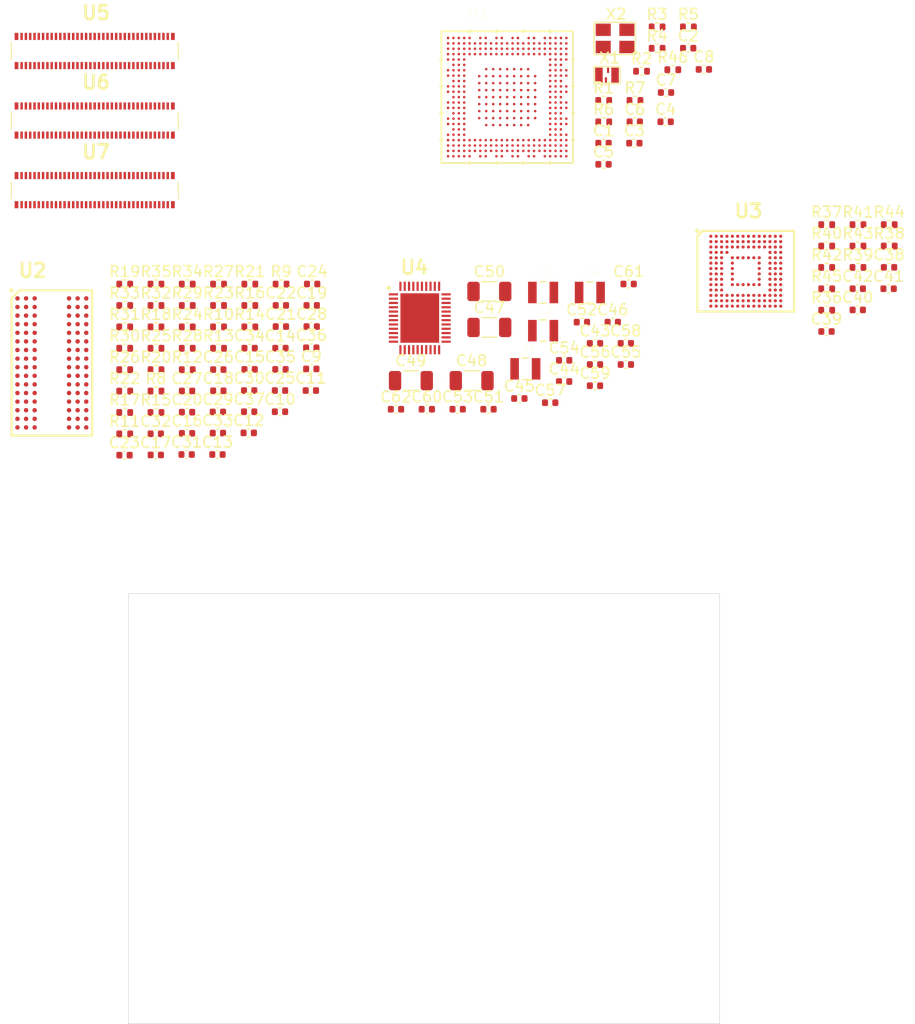
<source format=kicad_pcb>
(kicad_pcb (version 20171130) (host pcbnew 5.1.10-88a1d61d58~88~ubuntu20.04.1)
  (layers (0 F.Cu signal) (1 In1.Cu power) (2 In2.Cu signal) (3 In3.Cu signal) (4 In4.Cu power) (31 B.Cu signal) (34 B.Paste user) (35 F.Paste user) (36 B.SilkS user) (37 F.SilkS user) (38 B.Mask user) (39 F.Mask user) (44 Edge.Cuts user))
  (net 0 "")
  (net 1 GND)
  (net 2 MPU_VDDA_1V8_REG)
  (net 3 PMIC_VOUT3_VDD)
  (net 4 PMIC_LDO4_VDD_USB)
  (net 5 "Net-(C5-Pad2)")
  (net 6 "Net-(C6-Pad1)")
  (net 7 "Net-(C7-Pad1)")
  (net 8 PMIC_VREF_DDR)
  (net 9 PMIC_LDO3_VTT_DDR)
  (net 10 PMIC_VOUT2_VDD_DDR)
  (net 11 "Net-(C42-Pad1)")
  (net 12 5V_VIN)
  (net 13 PMIC_VOUT1_VDD_CORE)
  (net 14 PMIC_VOUT4_3V3)
  (net 15 PMIC_LDO1_1V8)
  (net 16 PMIC_LDO2_2V5)
  (net 17 PMIC_LDO5)
  (net 18 PMIC_LDO6_1V0)
  (net 19 "Net-(C62-Pad1)")
  (net 20 "Net-(L1-Pad1)")
  (net 21 "Net-(L2-Pad1)")
  (net 22 "Net-(L3-Pad1)")
  (net 23 "Net-(L4-Pad1)")
  (net 24 "Net-(R1-Pad1)")
  (net 25 I2C1_SCL)
  (net 26 I2C1_SDA)
  (net 27 I2C4_SCL)
  (net 28 I2C4_SDA)
  (net 29 ETH_NRST)
  (net 30 "Net-(R7-Pad1)")
  (net 31 DDR_A0)
  (net 32 DDR_A1)
  (net 33 DDR_A2)
  (net 34 DDR_A3)
  (net 35 DDR_A4)
  (net 36 DDR_A5)
  (net 37 DDR_A6)
  (net 38 DDR_A7)
  (net 39 DDR_A8)
  (net 40 DDR_A9)
  (net 41 DDR_A10)
  (net 42 DDR_A11)
  (net 43 DDR_A12)
  (net 44 DDR_A13)
  (net 45 DDR_A14)
  (net 46 DDR_BA0)
  (net 47 DDR_BA1)
  (net 48 DDR_BA2)
  (net 49 DDR_CLK_P)
  (net 50 DDR_CLK_N)
  (net 51 DDR_RESETN)
  (net 52 DDR_CKE)
  (net 53 DDR_RASN)
  (net 54 DDR_CSN)
  (net 55 DDR_ODT)
  (net 56 DDR_WEN)
  (net 57 DDR_CASN)
  (net 58 "Net-(R34-Pad1)")
  (net 59 SDMMC2_D0)
  (net 60 SDMMC2_D1)
  (net 61 SDMMC2_D2)
  (net 62 SDMMC2_D3)
  (net 63 SDMMC2_D4)
  (net 64 SDMMC2_D5)
  (net 65 SDMMC2_D6)
  (net 66 SDMMC2_D7)
  (net 67 SDMMC2_CMD)
  (net 68 SDMMC2_CK)
  (net 69 NRST)
  (net 70 "Net-(U1-PadA2)")
  (net 71 "Net-(U1-PadA3)")
  (net 72 "Net-(U1-PadA4)")
  (net 73 "Net-(U1-PadA5)")
  (net 74 "Net-(U1-PadA7)")
  (net 75 "Net-(U1-PadA13)")
  (net 76 DSI_LCD_INT)
  (net 77 DSI_CKN)
  (net 78 DSI_D1_N)
  (net 79 JTDO_TRACESWO)
  (net 80 JTDI)
  (net 81 "Net-(U1-PadA21)")
  (net 82 "Net-(U1-PadA22)")
  (net 83 LCD_G4)
  (net 84 LCD_R6)
  (net 85 "Net-(U1-PadB3)")
  (net 86 LCD_B4)
  (net 87 LCD_B3)
  (net 88 "Net-(U1-PadB6)")
  (net 89 "Net-(U1-PadB7)")
  (net 90 STLINK_UART4_RX)
  (net 91 STLINK_UART4_TX)
  (net 92 I2S2_WS)
  (net 93 DSI_TE)
  (net 94 DSI_D0_N)
  (net 95 DSI_CKP)
  (net 96 DSI_D1_P)
  (net 97 NJRST)
  (net 98 JTCK_SWCLK)
  (net 99 "Net-(U1-PadB21)")
  (net 100 "Net-(U1-PadB22)")
  (net 101 "Net-(U1-PadB23)")
  (net 102 LCD_G5)
  (net 103 LCD_R4)
  (net 104 LCD_G3)
  (net 105 "Net-(U1-PadC4)")
  (net 106 LCD_R3)
  (net 107 "Net-(U1-PadC6)")
  (net 108 "Net-(U1-PadC8)")
  (net 109 LCD_G1)
  (net 110 DSI_D0_P)
  (net 111 "Net-(U1-PadC19)")
  (net 112 JTMS_SWDIO)
  (net 113 "Net-(U1-PadC22)")
  (net 114 "Net-(U1-PadC23)")
  (net 115 LCD_G2)
  (net 116 "Net-(U1-PadD2)")
  (net 117 LCD_R7)
  (net 118 LCD_R2)
  (net 119 "Net-(U1-PadD6)")
  (net 120 "Net-(U1-PadD7)")
  (net 121 "Net-(U1-PadD8)")
  (net 122 "Net-(U1-PadD9)")
  (net 123 "Net-(U1-PadD10)")
  (net 124 "Net-(U1-PadD11)")
  (net 125 SDMMC1_CMD)
  (net 126 SDMMC1_CK)
  (net 127 I2S2_CK)
  (net 128 SDMMC1_D2)
  (net 129 SDMMC1_D3)
  (net 130 SDMMC1_D1)
  (net 131 SDMMC1_D0)
  (net 132 DSI_RESET)
  (net 133 "Net-(U1-PadD21)")
  (net 134 "Net-(U1-PadD22)")
  (net 135 "Net-(U1-PadD23)")
  (net 136 I2S2_SDO)
  (net 137 LCD_G7)
  (net 138 LCD_G6)
  (net 139 "Net-(U1-PadE4)")
  (net 140 DDR_DQ3)
  (net 141 DDR_DQ0)
  (net 142 "Net-(U1-PadE23)")
  (net 143 "Net-(U1-PadF2)")
  (net 144 "Net-(U1-PadF3)")
  (net 145 DDR_DQ1)
  (net 146 "Net-(U1-PadG1)")
  (net 147 "Net-(U1-PadG3)")
  (net 148 USART1_CTS)
  (net 149 DDR_DQ7)
  (net 150 DDR_DQS0_P)
  (net 151 DDR_DQS0_N)
  (net 152 "Net-(U1-PadH1)")
  (net 153 LCD_VSYNC)
  (net 154 DDR_DQ2)
  (net 155 DDR_DQ6)
  (net 156 DDR_DQM0)
  (net 157 "Net-(U1-PadJ2)")
  (net 158 "Net-(U1-PadJ3)")
  (net 159 "Net-(U1-PadJ4)")
  (net 160 DDR_DQ4)
  (net 161 DDR_DQ5)
  (net 162 LCD_B0)
  (net 163 PMIC_WAKEUP)
  (net 164 LCD_B7)
  (net 165 LCD_B1)
  (net 166 "Net-(U1-PadK20)")
  (net 167 "Net-(U1-PadL2)")
  (net 168 U_LED_1)
  (net 169 "Net-(U1-PadL4)")
  (net 170 "Net-(U1-PadL21)")
  (net 171 BOOT2)
  (net 172 BOOT0)
  (net 173 U_BUTTON_1)
  (net 174 "Net-(U1-PadN3)")
  (net 175 BOOT1)
  (net 176 "Net-(U1-PadP1)")
  (net 177 "Net-(U1-PadP2)")
  (net 178 STUSB1600_IRQOUTn)
  (net 179 "Net-(U1-PadP20)")
  (net 180 POWER_ON)
  (net 181 LCD_HSYNC)
  (net 182 U_BUTTON_2)
  (net 183 "Net-(U1-PadT4)")
  (net 184 DDR_DQ8)
  (net 185 DDR_DQ10)
  (net 186 DDR_DQ13)
  (net 187 "Net-(U1-PadU1)")
  (net 188 LCD_B5)
  (net 189 ANA0)
  (net 190 ANA1)
  (net 191 DDR_DQ9)
  (net 192 DDR_DQS1P)
  (net 193 DDR_DQS1N)
  (net 194 "Net-(U1-PadV2)")
  (net 195 "Net-(U1-PadV3)")
  (net 196 "Net-(U1-PadV4)")
  (net 197 DDR_DQM1)
  (net 198 HDMI_INT)
  (net 199 "Net-(U1-PadW2)")
  (net 200 ETH_RXD3)
  (net 201 DDR_DQ11)
  (net 202 DDR_DQ14)
  (net 203 DDR_DQ12)
  (net 204 ETH_TXD3)
  (net 205 ETH_TXD2)
  (net 206 "Net-(U1-PadY3)")
  (net 207 "Net-(U1-PadY5)")
  (net 208 ETH_CLK125)
  (net 209 USART1_TX)
  (net 210 ETH_CLK)
  (net 211 "Net-(U1-PadY9)")
  (net 212 "Net-(U1-PadY10)")
  (net 213 "Net-(U1-PadY11)")
  (net 214 LCD_DE)
  (net 215 "Net-(U1-PadY13)")
  (net 216 HDMI_CEC)
  (net 217 "Net-(U1-PadY15)")
  (net 218 USART1_RX)
  (net 219 HDMI_NRST)
  (net 220 "Net-(U1-PadY19)")
  (net 221 DDR_DQ15)
  (net 222 "Net-(U1-PadY22)")
  (net 223 "Net-(U1-PadY23)")
  (net 224 ETH_TXD1)
  (net 225 ETH_TXD0)
  (net 226 LCD_R1)
  (net 227 ETH_RX_CLK)
  (net 228 ETH_MDC)
  (net 229 LCD_G0)
  (net 230 "Net-(U1-PadAA9)")
  (net 231 "Net-(U1-PadAA10)")
  (net 232 "Net-(U1-PadAA11)")
  (net 233 SPI5_NSS)
  (net 234 SPI5_MOSI)
  (net 235 "Net-(U1-PadAA18)")
  (net 236 DSI_BL_CTRL)
  (net 237 "Net-(U1-PadAA20)")
  (net 238 "Net-(U1-PadAA22)")
  (net 239 "Net-(U1-PadAA23)")
  (net 240 ETH_TX_EN)
  (net 241 ETH_GTX_CLK)
  (net 242 PA0_WKUP)
  (net 243 LCD_R0)
  (net 244 LCD_R5)
  (net 245 ETH_RXD2)
  (net 246 ETH_RXD1)
  (net 247 ETH_RX_DV)
  (net 248 "Net-(U1-PadAB9)")
  (net 249 LCD_B2)
  (net 250 SPI5_SCK)
  (net 251 USB_DM2)
  (net 252 USB_DM1)
  (net 253 USART1_RTS)
  (net 254 "Net-(U1-PadAB20)")
  (net 255 "Net-(U1-PadAB21)")
  (net 256 "Net-(U1-PadAB22)")
  (net 257 "Net-(U1-PadAB23)")
  (net 258 ETH_MDIO)
  (net 259 U_LED_2)
  (net 260 "Net-(U1-PadAC5)")
  (net 261 ETH_RXD0)
  (net 262 ETH_MDINT)
  (net 263 "Net-(U1-PadAC10)")
  (net 264 SPI5_MISO)
  (net 265 "Net-(U1-PadAC13)")
  (net 266 LCD_CLK)
  (net 267 USB_DP2)
  (net 268 USB_DP1)
  (net 269 "Net-(U1-PadAC19)")
  (net 270 "Net-(U1-PadAC21)")
  (net 271 "Net-(U1-PadAC22)")
  (net 272 "Net-(U3-PadA7)")
  (net 273 "Net-(U3-PadA10)")
  (net 274 "Net-(U3-PadA11)")
  (net 275 "Net-(U3-PadA12)")
  (net 276 "Net-(U3-PadA13)")
  (net 277 "Net-(U3-PadA14)")
  (net 278 "Net-(U3-PadB1)")
  (net 279 "Net-(U3-PadB9)")
  (net 280 "Net-(U3-PadB10)")
  (net 281 "Net-(U3-PadB11)")
  (net 282 "Net-(U3-PadB12)")
  (net 283 "Net-(U3-PadB13)")
  (net 284 "Net-(U3-PadB14)")
  (net 285 "Net-(U3-PadC8)")
  (net 286 "Net-(U3-PadC9)")
  (net 287 "Net-(U3-PadC10)")
  (net 288 "Net-(U3-PadC11)")
  (net 289 "Net-(U3-PadC12)")
  (net 290 "Net-(U3-PadC13)")
  (net 291 "Net-(U3-PadC14)")
  (net 292 "Net-(U3-PadD1)")
  (net 293 "Net-(U3-PadD12)")
  (net 294 "Net-(U3-PadD13)")
  (net 295 "Net-(U3-PadD14)")
  (net 296 "Net-(U3-PadE5)")
  (net 297 "Net-(U3-PadE8)")
  (net 298 "Net-(U3-PadE9)")
  (net 299 "Net-(U3-PadE10)")
  (net 300 "Net-(U3-PadE12)")
  (net 301 "Net-(U3-PadE13)")
  (net 302 "Net-(U3-PadE14)")
  (net 303 "Net-(U3-PadF3)")
  (net 304 "Net-(U3-PadF10)")
  (net 305 "Net-(U3-PadF12)")
  (net 306 "Net-(U3-PadF13)")
  (net 307 "Net-(U3-PadF14)")
  (net 308 "Net-(U3-PadG2)")
  (net 309 "Net-(U3-PadG3)")
  (net 310 "Net-(U3-PadG10)")
  (net 311 "Net-(U3-PadG12)")
  (net 312 "Net-(U3-PadG13)")
  (net 313 "Net-(U3-PadG14)")
  (net 314 "Net-(U3-PadH1)")
  (net 315 "Net-(U3-PadH2)")
  (net 316 "Net-(U3-PadH3)")
  (net 317 "Net-(U3-PadH5)")
  (net 318 "Net-(U3-PadH12)")
  (net 319 "Net-(U3-PadH13)")
  (net 320 "Net-(U3-PadH14)")
  (net 321 "Net-(U3-PadJ12)")
  (net 322 "Net-(U3-PadJ13)")
  (net 323 "Net-(U3-PadJ14)")
  (net 324 "Net-(U3-PadK6)")
  (net 325 "Net-(U3-PadK7)")
  (net 326 "Net-(U3-PadK10)")
  (net 327 "Net-(U3-PadK12)")
  (net 328 "Net-(U3-PadK13)")
  (net 329 "Net-(U3-PadK14)")
  (net 330 "Net-(U3-PadL12)")
  (net 331 "Net-(U3-PadL13)")
  (net 332 "Net-(U3-PadL14)")
  (net 333 "Net-(U3-PadM1)")
  (net 334 "Net-(U3-PadM2)")
  (net 335 "Net-(U3-PadM3)")
  (net 336 "Net-(U3-PadM7)")
  (net 337 "Net-(U3-PadM8)")
  (net 338 "Net-(U3-PadM9)")
  (net 339 "Net-(U3-PadM10)")
  (net 340 "Net-(U3-PadM11)")
  (net 341 "Net-(U3-PadM12)")
  (net 342 "Net-(U3-PadM13)")
  (net 343 "Net-(U3-PadM14)")
  (net 344 "Net-(U3-PadN1)")
  (net 345 "Net-(U3-PadN3)")
  (net 346 "Net-(U3-PadN6)")
  (net 347 "Net-(U3-PadN7)")
  (net 348 "Net-(U3-PadN8)")
  (net 349 "Net-(U3-PadN9)")
  (net 350 "Net-(U3-PadN10)")
  (net 351 "Net-(U3-PadN11)")
  (net 352 "Net-(U3-PadN12)")
  (net 353 "Net-(U3-PadN13)")
  (net 354 "Net-(U3-PadN14)")
  (net 355 "Net-(U3-PadP2)")
  (net 356 "Net-(U3-PadP7)")
  (net 357 "Net-(U3-PadP8)")
  (net 358 "Net-(U3-PadP9)")
  (net 359 "Net-(U3-PadP10)")
  (net 360 "Net-(U3-PadP11)")
  (net 361 "Net-(U3-PadP12)")
  (net 362 "Net-(U3-PadP13)")
  (net 363 "Net-(U3-PadP14)")
  (net 364 nPONKEY)
  (net 365 PMIC_LDO2_2V9)
  (net 366 "Net-(U4-Pad33)")
  (net 367 "Net-(U4-Pad34)")
  (net 368 "Net-(U4-Pad35)")
  (net 369 "Net-(U4-Pad37)")
  (net 370 "Net-(U4-Pad38)")
  (net 371 "Net-(U5-Pad1)")
  (net 372 "Net-(U5-Pad2)")
  (net 373 "Net-(U5-Pad3)")
  (net 374 "Net-(U5-Pad4)")
  (net 375 "Net-(U5-Pad5)")
  (net 376 "Net-(U5-Pad6)")
  (net 377 "Net-(U5-Pad7)")
  (net 378 "Net-(U5-Pad8)")
  (net 379 "Net-(U5-Pad9)")
  (net 380 "Net-(U5-Pad10)")
  (net 381 "Net-(U5-Pad11)")
  (net 382 "Net-(U5-Pad12)")
  (net 383 "Net-(U5-Pad13)")
  (net 384 "Net-(U5-Pad14)")
  (net 385 "Net-(U5-Pad15)")
  (net 386 "Net-(U5-Pad16)")
  (net 387 "Net-(U5-Pad17)")
  (net 388 "Net-(U5-Pad18)")
  (net 389 "Net-(U5-Pad19)")
  (net 390 "Net-(U5-Pad20)")
  (net 391 "Net-(U5-Pad21)")
  (net 392 "Net-(U5-Pad22)")
  (net 393 "Net-(U5-Pad23)")
  (net 394 "Net-(U5-Pad24)")
  (net 395 "Net-(U5-Pad25)")
  (net 396 "Net-(U5-Pad26)")
  (net 397 "Net-(U5-Pad27)")
  (net 398 "Net-(U5-Pad28)")
  (net 399 "Net-(U5-Pad29)")
  (net 400 "Net-(U5-Pad30)")
  (net 401 "Net-(U5-Pad31)")
  (net 402 "Net-(U5-Pad32)")
  (net 403 "Net-(U5-Pad33)")
  (net 404 "Net-(U5-Pad34)")
  (net 405 "Net-(U5-Pad35)")
  (net 406 "Net-(U5-Pad36)")
  (net 407 "Net-(U5-Pad37)")
  (net 408 "Net-(U5-Pad38)")
  (net 409 "Net-(U5-Pad39)")
  (net 410 "Net-(U5-Pad40)")
  (net 411 "Net-(U5-Pad41)")
  (net 412 "Net-(U5-Pad42)")
  (net 413 "Net-(U5-Pad43)")
  (net 414 "Net-(U5-Pad44)")
  (net 415 "Net-(U5-Pad45)")
  (net 416 "Net-(U5-Pad46)")
  (net 417 "Net-(U5-Pad47)")
  (net 418 "Net-(U5-Pad48)")
  (net 419 "Net-(U5-Pad49)")
  (net 420 "Net-(U5-Pad50)")
  (net 421 "Net-(U5-Pad51)")
  (net 422 "Net-(U5-Pad52)")
  (net 423 "Net-(U5-Pad53)")
  (net 424 "Net-(U5-Pad54)")
  (net 425 "Net-(U5-Pad55)")
  (net 426 "Net-(U5-Pad56)")
  (net 427 "Net-(U5-Pad57)")
  (net 428 "Net-(U5-Pad58)")
  (net 429 "Net-(U5-Pad59)")
  (net 430 "Net-(U5-Pad60)")
  (net 431 "Net-(U5-Pad61)")
  (net 432 "Net-(U5-Pad62)")
  (net 433 "Net-(U5-Pad63)")
  (net 434 "Net-(U5-Pad64)")
  (net 435 "Net-(U5-Pad65)")
  (net 436 "Net-(U5-Pad66)")
  (net 437 "Net-(U5-Pad67)")
  (net 438 "Net-(U5-Pad68)")
  (net 439 "Net-(U5-Pad69)")
  (net 440 "Net-(U5-Pad70)")
  (net 441 "Net-(U6-Pad3)")
  (net 442 "Net-(U6-Pad4)")
  (net 443 "Net-(U6-Pad5)")
  (net 444 "Net-(U6-Pad8)")
  (net 445 "Net-(U6-Pad9)")
  (net 446 "Net-(U6-Pad10)")
  (net 447 "Net-(U6-Pad11)")
  (net 448 "Net-(U6-Pad12)")
  (net 449 "Net-(U6-Pad13)")
  (net 450 "Net-(U6-Pad14)")
  (net 451 "Net-(U6-Pad15)")
  (net 452 "Net-(U6-Pad16)")
  (net 453 "Net-(U6-Pad17)")
  (net 454 "Net-(U6-Pad18)")
  (net 455 "Net-(U6-Pad19)")
  (net 456 "Net-(U6-Pad20)")
  (net 457 "Net-(U6-Pad21)")
  (net 458 "Net-(U6-Pad22)")
  (net 459 "Net-(U6-Pad23)")
  (net 460 "Net-(U6-Pad24)")
  (net 461 "Net-(U6-Pad25)")
  (net 462 "Net-(U6-Pad26)")
  (net 463 "Net-(U6-Pad27)")
  (net 464 "Net-(U6-Pad28)")
  (net 465 "Net-(U6-Pad29)")
  (net 466 "Net-(U6-Pad30)")
  (net 467 "Net-(U6-Pad31)")
  (net 468 "Net-(U6-Pad32)")
  (net 469 "Net-(U6-Pad33)")
  (net 470 "Net-(U6-Pad34)")
  (net 471 "Net-(U6-Pad35)")
  (net 472 "Net-(U6-Pad36)")
  (net 473 "Net-(U6-Pad37)")
  (net 474 "Net-(U6-Pad38)")
  (net 475 "Net-(U6-Pad39)")
  (net 476 "Net-(U6-Pad40)")
  (net 477 "Net-(U6-Pad41)")
  (net 478 "Net-(U6-Pad42)")
  (net 479 "Net-(U6-Pad43)")
  (net 480 "Net-(U6-Pad44)")
  (net 481 "Net-(U6-Pad45)")
  (net 482 "Net-(U6-Pad46)")
  (net 483 "Net-(U6-Pad47)")
  (net 484 "Net-(U6-Pad48)")
  (net 485 "Net-(U6-Pad49)")
  (net 486 "Net-(U6-Pad50)")
  (net 487 "Net-(U6-Pad51)")
  (net 488 "Net-(U6-Pad52)")
  (net 489 "Net-(U6-Pad53)")
  (net 490 "Net-(U6-Pad54)")
  (net 491 "Net-(U6-Pad55)")
  (net 492 "Net-(U6-Pad56)")
  (net 493 "Net-(U6-Pad57)")
  (net 494 "Net-(U6-Pad58)")
  (net 495 "Net-(U6-Pad59)")
  (net 496 "Net-(U6-Pad60)")
  (net 497 "Net-(U6-Pad61)")
  (net 498 "Net-(U6-Pad62)")
  (net 499 "Net-(U6-Pad63)")
  (net 500 "Net-(U6-Pad64)")
  (net 501 "Net-(U6-Pad65)")
  (net 502 "Net-(U6-Pad66)")
  (net 503 "Net-(U6-Pad67)")
  (net 504 "Net-(U6-Pad68)")
  (net 505 "Net-(U6-Pad69)")
  (net 506 "Net-(U6-Pad70)")
  (net 507 "Net-(U7-Pad1)")
  (net 508 "Net-(U7-Pad2)")
  (net 509 "Net-(U7-Pad3)")
  (net 510 "Net-(U7-Pad4)")
  (net 511 "Net-(U7-Pad5)")
  (net 512 "Net-(U7-Pad6)")
  (net 513 "Net-(U7-Pad7)")
  (net 514 "Net-(U7-Pad8)")
  (net 515 "Net-(U7-Pad9)")
  (net 516 "Net-(U7-Pad10)")
  (net 517 "Net-(U7-Pad11)")
  (net 518 "Net-(U7-Pad12)")
  (net 519 "Net-(U7-Pad13)")
  (net 520 "Net-(U7-Pad14)")
  (net 521 "Net-(U7-Pad15)")
  (net 522 "Net-(U7-Pad16)")
  (net 523 "Net-(U7-Pad17)")
  (net 524 "Net-(U7-Pad18)")
  (net 525 "Net-(U7-Pad19)")
  (net 526 "Net-(U7-Pad20)")
  (net 527 "Net-(U7-Pad21)")
  (net 528 "Net-(U7-Pad22)")
  (net 529 "Net-(U7-Pad23)")
  (net 530 "Net-(U7-Pad24)")
  (net 531 "Net-(U7-Pad25)")
  (net 532 "Net-(U7-Pad26)")
  (net 533 "Net-(U7-Pad27)")
  (net 534 "Net-(U7-Pad28)")
  (net 535 "Net-(U7-Pad29)")
  (net 536 "Net-(U7-Pad30)")
  (net 537 "Net-(U7-Pad31)")
  (net 538 "Net-(U7-Pad32)")
  (net 539 "Net-(U7-Pad33)")
  (net 540 "Net-(U7-Pad34)")
  (net 541 "Net-(U7-Pad35)")
  (net 542 "Net-(U7-Pad36)")
  (net 543 "Net-(U7-Pad37)")
  (net 544 "Net-(U7-Pad38)")
  (net 545 "Net-(U7-Pad39)")
  (net 546 "Net-(U7-Pad40)")
  (net 547 "Net-(U7-Pad41)")
  (net 548 "Net-(U7-Pad42)")
  (net 549 "Net-(U7-Pad43)")
  (net 550 "Net-(U7-Pad44)")
  (net 551 "Net-(U7-Pad45)")
  (net 552 "Net-(U7-Pad46)")
  (net 553 "Net-(U7-Pad47)")
  (net 554 "Net-(U7-Pad48)")
  (net 555 "Net-(U7-Pad49)")
  (net 556 "Net-(U7-Pad50)")
  (net 557 "Net-(U7-Pad51)")
  (net 558 "Net-(U7-Pad52)")
  (net 559 "Net-(U7-Pad53)")
  (net 560 "Net-(U7-Pad54)")
  (net 561 "Net-(U7-Pad55)")
  (net 562 "Net-(U7-Pad56)")
  (net 563 "Net-(U7-Pad57)")
  (net 564 "Net-(U7-Pad58)")
  (net 565 "Net-(U7-Pad59)")
  (net 566 "Net-(U7-Pad60)")
  (net 567 "Net-(U7-Pad61)")
  (net 568 "Net-(U7-Pad62)")
  (net 569 "Net-(U7-Pad63)")
  (net 570 "Net-(U7-Pad64)")
  (net 571 "Net-(U7-Pad65)")
  (net 572 "Net-(U7-Pad66)")
  (net 573 "Net-(U7-Pad67)")
  (net 574 "Net-(U7-Pad68)")
  (net 575 "Net-(U7-Pad69)")
  (net 576 "Net-(U7-Pad70)")
  (net 577 "Net-(X1-Pad1)")
  (net 578 LCD_B6)
  (net 579 "Net-(U6-Pad1)")
  (net 580 "Net-(U6-Pad2)")
  (net 581 "Net-(U6-Pad6)")
  (net 582 "Net-(U6-Pad7)")
  (module U_Package_BGA:STM32MP157CAC3 (layer F.Cu) (at 235.74 59.22)
    (fp_text reference U1 (at -2.675 -7.785) (layer F.SilkS) (effects (font (thickness 0.015))))
    (fp_text value STM32MP157CAC3)
    (pad A1 smd circle (at -5.5 -5.5) (size 0.24 0.24) (layers F.Cu F.Paste F.Mask) (net 1 GND) (clearance 0.08))
    (pad A2 smd circle (at -5 -5.5) (size 0.24 0.24) (layers F.Cu F.Paste F.Mask) (net 70 "Net-(U1-PadA2)") (clearance 0.08))
    (pad A3 smd circle (at -4.5 -5.5) (size 0.24 0.24) (layers F.Cu F.Paste F.Mask) (net 71 "Net-(U1-PadA3)") (clearance 0.08))
    (pad A4 smd circle (at -4 -5.5) (size 0.24 0.24) (layers F.Cu F.Paste F.Mask) (net 72 "Net-(U1-PadA4)") (clearance 0.08))
    (pad A5 smd circle (at -3.5 -5.5) (size 0.24 0.24) (layers F.Cu F.Paste F.Mask) (net 73 "Net-(U1-PadA5)") (clearance 0.08))
    (pad A7 smd circle (at -2.5 -5.5) (size 0.24 0.24) (layers F.Cu F.Paste F.Mask) (net 74 "Net-(U1-PadA7)"))
    (pad A8 smd circle (at -2 -5.5) (size 0.24 0.24) (layers F.Cu F.Paste F.Mask) (net 64 SDMMC2_D5))
    (pad A10 smd circle (at -1 -5.5) (size 0.24 0.24) (layers F.Cu F.Paste F.Mask) (net 67 SDMMC2_CMD))
    (pad A11 smd circle (at -0.5 -5.5) (size 0.24 0.24) (layers F.Cu F.Paste F.Mask) (net 61 SDMMC2_D2))
    (pad A13 smd circle (at 0.5 -5.5) (size 0.24 0.24) (layers F.Cu F.Paste F.Mask) (net 75 "Net-(U1-PadA13)"))
    (pad A14 smd circle (at 1 -5.5) (size 0.24 0.24) (layers F.Cu F.Paste F.Mask) (net 76 DSI_LCD_INT))
    (pad A16 smd circle (at 2 -5.5) (size 0.24 0.24) (layers F.Cu F.Paste F.Mask) (net 77 DSI_CKN))
    (pad A17 smd circle (at 2.5 -5.5) (size 0.24 0.24) (layers F.Cu F.Paste F.Mask) (net 78 DSI_D1_N))
    (pad A19 smd circle (at 3.5 -5.5) (size 0.24 0.24) (layers F.Cu F.Paste F.Mask) (net 79 JTDO_TRACESWO))
    (pad A20 smd circle (at 4 -5.5) (size 0.24 0.24) (layers F.Cu F.Paste F.Mask) (net 80 JTDI))
    (pad A21 smd circle (at 4.5 -5.5) (size 0.24 0.24) (layers F.Cu F.Paste F.Mask) (net 81 "Net-(U1-PadA21)"))
    (pad A22 smd circle (at 5 -5.5) (size 0.24 0.24) (layers F.Cu F.Paste F.Mask) (net 82 "Net-(U1-PadA22)"))
    (pad A23 smd circle (at 5.5 -5.5) (size 0.24 0.24) (layers F.Cu F.Paste F.Mask) (net 1 GND))
    (pad B1 smd circle (at -5.5 -5) (size 0.24 0.24) (layers F.Cu F.Paste F.Mask) (net 83 LCD_G4) (clearance 0.08))
    (pad B2 smd circle (at -5 -5) (size 0.24 0.24) (layers F.Cu F.Paste F.Mask) (net 84 LCD_R6) (clearance 0.08))
    (pad B3 smd circle (at -4.5 -5) (size 0.24 0.24) (layers F.Cu F.Paste F.Mask) (net 85 "Net-(U1-PadB3)") (clearance 0.08))
    (pad B4 smd circle (at -4 -5) (size 0.24 0.24) (layers F.Cu F.Paste F.Mask) (net 86 LCD_B4))
    (pad B5 smd circle (at -3.5 -5) (size 0.24 0.24) (layers F.Cu F.Paste F.Mask) (net 87 LCD_B3))
    (pad B6 smd circle (at -3 -5) (size 0.24 0.24) (layers F.Cu F.Paste F.Mask) (net 88 "Net-(U1-PadB6)"))
    (pad B7 smd circle (at -2.5 -5) (size 0.24 0.24) (layers F.Cu F.Paste F.Mask) (net 89 "Net-(U1-PadB7)"))
    (pad B8 smd circle (at -2 -5) (size 0.24 0.24) (layers F.Cu F.Paste F.Mask) (net 90 STLINK_UART4_RX))
    (pad B9 smd circle (at -1.5 -5) (size 0.24 0.24) (layers F.Cu F.Paste F.Mask) (net 91 STLINK_UART4_TX))
    (pad B10 smd circle (at -1 -5) (size 0.24 0.24) (layers F.Cu F.Paste F.Mask) (net 92 I2S2_WS))
    (pad B11 smd circle (at -0.5 -5) (size 0.24 0.24) (layers F.Cu F.Paste F.Mask) (net 66 SDMMC2_D7))
    (pad B12 smd circle (at 0 -5) (size 0.24 0.24) (layers F.Cu F.Paste F.Mask) (net 60 SDMMC2_D1))
    (pad B13 smd circle (at 0.5 -5) (size 0.24 0.24) (layers F.Cu F.Paste F.Mask) (net 62 SDMMC2_D3))
    (pad B14 smd circle (at 1 -5) (size 0.24 0.24) (layers F.Cu F.Paste F.Mask) (net 93 DSI_TE))
    (pad B15 smd circle (at 1.5 -5) (size 0.24 0.24) (layers F.Cu F.Paste F.Mask) (net 94 DSI_D0_N))
    (pad B16 smd circle (at 2 -5) (size 0.24 0.24) (layers F.Cu F.Paste F.Mask) (net 95 DSI_CKP))
    (pad B17 smd circle (at 2.5 -5) (size 0.24 0.24) (layers F.Cu F.Paste F.Mask) (net 96 DSI_D1_P))
    (pad B18 smd circle (at 3 -5) (size 0.24 0.24) (layers F.Cu F.Paste F.Mask) (net 3 PMIC_VOUT3_VDD))
    (pad B19 smd circle (at 3.5 -5) (size 0.24 0.24) (layers F.Cu F.Paste F.Mask) (net 97 NJRST))
    (pad B20 smd circle (at 4 -5) (size 0.24 0.24) (layers F.Cu F.Paste F.Mask) (net 98 JTCK_SWCLK))
    (pad B21 smd circle (at 4.5 -5) (size 0.24 0.24) (layers F.Cu F.Paste F.Mask) (net 99 "Net-(U1-PadB21)"))
    (pad B22 smd circle (at 5 -5) (size 0.24 0.24) (layers F.Cu F.Paste F.Mask) (net 100 "Net-(U1-PadB22)"))
    (pad B23 smd circle (at 5.5 -5) (size 0.24 0.24) (layers F.Cu F.Paste F.Mask) (net 101 "Net-(U1-PadB23)"))
    (pad C1 smd circle (at -5.5 -4.5) (size 0.24 0.24) (layers F.Cu F.Paste F.Mask) (net 102 LCD_G5))
    (pad C2 smd circle (at -5 -4.5) (size 0.24 0.24) (layers F.Cu F.Paste F.Mask) (net 103 LCD_R4))
    (pad C3 smd circle (at -4.5 -4.5) (size 0.24 0.24) (layers F.Cu F.Paste F.Mask) (net 104 LCD_G3))
    (pad C4 smd circle (at -4 -4.5) (size 0.24 0.24) (layers F.Cu F.Paste F.Mask) (net 105 "Net-(U1-PadC4)"))
    (pad C5 smd circle (at -3.5 -4.5) (size 0.24 0.24) (layers F.Cu F.Paste F.Mask) (net 106 LCD_R3))
    (pad C6 smd circle (at -3 -4.5) (size 0.24 0.24) (layers F.Cu F.Paste F.Mask) (net 107 "Net-(U1-PadC6)"))
    (pad C7 smd circle (at -2.5 -4.5) (size 0.24 0.24) (layers F.Cu F.Paste F.Mask) (net 1 GND))
    (pad C8 smd circle (at -2 -4.5) (size 0.24 0.24) (layers F.Cu F.Paste F.Mask) (net 108 "Net-(U1-PadC8)"))
    (pad C9 smd circle (at -1.5 -4.5) (size 0.24 0.24) (layers F.Cu F.Paste F.Mask) (net 68 SDMMC2_CK))
    (pad C10 smd circle (at -1 -4.5) (size 0.24 0.24) (layers F.Cu F.Paste F.Mask) (net 109 LCD_G1))
    (pad C11 smd circle (at -0.5 -4.5) (size 0.24 0.24) (layers F.Cu F.Paste F.Mask) (net 65 SDMMC2_D6))
    (pad C12 smd circle (at 0 -4.5) (size 0.24 0.24) (layers F.Cu F.Paste F.Mask) (net 1 GND))
    (pad C13 smd circle (at 0.5 -4.5) (size 0.24 0.24) (layers F.Cu F.Paste F.Mask) (net 59 SDMMC2_D0))
    (pad C14 smd circle (at 1 -4.5) (size 0.24 0.24) (layers F.Cu F.Paste F.Mask) (net 2 MPU_VDDA_1V8_REG))
    (pad C15 smd circle (at 1.5 -4.5) (size 0.24 0.24) (layers F.Cu F.Paste F.Mask) (net 110 DSI_D0_P))
    (pad C16 smd circle (at 2 -4.5) (size 0.24 0.24) (layers F.Cu F.Paste F.Mask) (net 1 GND))
    (pad C17 smd circle (at 2.5 -4.5) (size 0.24 0.24) (layers F.Cu F.Paste F.Mask) (net 5 "Net-(C5-Pad2)"))
    (pad C18 smd circle (at 3 -4.5) (size 0.24 0.24) (layers F.Cu F.Paste F.Mask) (net 5 "Net-(C5-Pad2)"))
    (pad C19 smd circle (at 3.5 -4.5) (size 0.24 0.24) (layers F.Cu F.Paste F.Mask) (net 111 "Net-(U1-PadC19)"))
    (pad C20 smd circle (at 4 -4.5) (size 0.24 0.24) (layers F.Cu F.Paste F.Mask) (net 112 JTMS_SWDIO))
    (pad C21 smd circle (at 4.5 -4.5) (size 0.24 0.24) (layers F.Cu F.Paste F.Mask) (net 1 GND))
    (pad C22 smd circle (at 5 -4.5) (size 0.24 0.24) (layers F.Cu F.Paste F.Mask) (net 113 "Net-(U1-PadC22)"))
    (pad C23 smd circle (at 5.5 -4.5) (size 0.24 0.24) (layers F.Cu F.Paste F.Mask) (net 114 "Net-(U1-PadC23)"))
    (pad D1 smd circle (at -5.5 -4) (size 0.24 0.24) (layers F.Cu F.Paste F.Mask) (net 115 LCD_G2))
    (pad D2 smd circle (at -5 -4) (size 0.24 0.24) (layers F.Cu F.Paste F.Mask) (net 116 "Net-(U1-PadD2)"))
    (pad D3 smd circle (at -4.5 -4) (size 0.24 0.24) (layers F.Cu F.Paste F.Mask) (net 117 LCD_R7))
    (pad D4 smd circle (at -4 -4) (size 0.24 0.24) (layers F.Cu F.Paste F.Mask) (net 1 GND))
    (pad D5 smd circle (at -3.5 -4) (size 0.24 0.24) (layers F.Cu F.Paste F.Mask) (net 118 LCD_R2))
    (pad D6 smd circle (at -3 -4) (size 0.24 0.24) (layers F.Cu F.Paste F.Mask) (net 119 "Net-(U1-PadD6)"))
    (pad D7 smd circle (at -2.5 -4) (size 0.24 0.24) (layers F.Cu F.Paste F.Mask) (net 120 "Net-(U1-PadD7)"))
    (pad D8 smd circle (at -2 -4) (size 0.24 0.24) (layers F.Cu F.Paste F.Mask) (net 121 "Net-(U1-PadD8)"))
    (pad D9 smd circle (at -1.5 -4) (size 0.24 0.24) (layers F.Cu F.Paste F.Mask) (net 122 "Net-(U1-PadD9)"))
    (pad D10 smd circle (at -1 -4) (size 0.24 0.24) (layers F.Cu F.Paste F.Mask) (net 123 "Net-(U1-PadD10)"))
    (pad D11 smd circle (at -0.5 -4) (size 0.24 0.24) (layers F.Cu F.Paste F.Mask) (net 124 "Net-(U1-PadD11)"))
    (pad D12 smd circle (at 0 -4) (size 0.24 0.24) (layers F.Cu F.Paste F.Mask) (net 125 SDMMC1_CMD))
    (pad D13 smd circle (at 0.5 -4) (size 0.24 0.24) (layers F.Cu F.Paste F.Mask) (net 126 SDMMC1_CK))
    (pad D14 smd circle (at 1 -4) (size 0.24 0.24) (layers F.Cu F.Paste F.Mask) (net 127 I2S2_CK))
    (pad D15 smd circle (at 1.5 -4) (size 0.24 0.24) (layers F.Cu F.Paste F.Mask) (net 128 SDMMC1_D2))
    (pad D16 smd circle (at 2 -4) (size 0.24 0.24) (layers F.Cu F.Paste F.Mask) (net 129 SDMMC1_D3))
    (pad D17 smd circle (at 2.5 -4) (size 0.24 0.24) (layers F.Cu F.Paste F.Mask) (net 130 SDMMC1_D1))
    (pad D18 smd circle (at 3 -4) (size 0.24 0.24) (layers F.Cu F.Paste F.Mask) (net 131 SDMMC1_D0))
    (pad D19 smd circle (at 3.5 -4) (size 0.24 0.24) (layers F.Cu F.Paste F.Mask) (net 132 DSI_RESET))
    (pad D20 smd circle (at 4 -4) (size 0.24 0.24) (layers F.Cu F.Paste F.Mask) (net 51 DDR_RESETN))
    (pad D21 smd circle (at 4.5 -4) (size 0.24 0.24) (layers F.Cu F.Paste F.Mask) (net 133 "Net-(U1-PadD21)"))
    (pad D22 smd circle (at 5 -4) (size 0.24 0.24) (layers F.Cu F.Paste F.Mask) (net 134 "Net-(U1-PadD22)"))
    (pad D23 smd circle (at 5.5 -4) (size 0.24 0.24) (layers F.Cu F.Paste F.Mask) (net 135 "Net-(U1-PadD23)"))
    (pad E1 smd circle (at -5.5 -3.5) (size 0.24 0.24) (layers F.Cu F.Paste F.Mask) (net 136 I2S2_SDO))
    (pad E2 smd circle (at -5 -3.5) (size 0.24 0.24) (layers F.Cu F.Paste F.Mask) (net 137 LCD_G7))
    (pad E3 smd circle (at -4.5 -3.5) (size 0.24 0.24) (layers F.Cu F.Paste F.Mask) (net 138 LCD_G6))
    (pad E4 smd circle (at -4 -3.5) (size 0.24 0.24) (layers F.Cu F.Paste F.Mask) (net 139 "Net-(U1-PadE4)"))
    (pad E20 smd circle (at 4 -3.5) (size 0.24 0.24) (layers F.Cu F.Paste F.Mask) (net 38 DDR_A7))
    (pad E21 smd circle (at 4.5 -3.5) (size 0.24 0.24) (layers F.Cu F.Paste F.Mask) (net 140 DDR_DQ3))
    (pad E22 smd circle (at 5 -3.5) (size 0.24 0.24) (layers F.Cu F.Paste F.Mask) (net 141 DDR_DQ0))
    (pad E23 smd circle (at 5.5 -3.5) (size 0.24 0.24) (layers F.Cu F.Paste F.Mask) (net 142 "Net-(U1-PadE23)"))
    (pad F2 smd circle (at -5 -3) (size 0.24 0.24) (layers F.Cu F.Paste F.Mask) (net 143 "Net-(U1-PadF2)"))
    (pad F3 smd circle (at -4.5 -3) (size 0.24 0.24) (layers F.Cu F.Paste F.Mask) (net 144 "Net-(U1-PadF3)"))
    (pad F4 smd circle (at -4 -3) (size 0.24 0.24) (layers F.Cu F.Paste F.Mask) (net 578 LCD_B6))
    (pad F20 smd circle (at 4 -3) (size 0.24 0.24) (layers F.Cu F.Paste F.Mask) (net 44 DDR_A13))
    (pad F21 smd circle (at 4.5 -3) (size 0.24 0.24) (layers F.Cu F.Paste F.Mask) (net 1 GND))
    (pad F22 smd circle (at 5 -3) (size 0.24 0.24) (layers F.Cu F.Paste F.Mask) (net 145 DDR_DQ1))
    (pad G1 smd circle (at -5.5 -2.5) (size 0.24 0.24) (layers F.Cu F.Paste F.Mask) (net 146 "Net-(U1-PadG1)"))
    (pad G2 smd circle (at -5 -2.5) (size 0.24 0.24) (layers F.Cu F.Paste F.Mask) (net 27 I2C4_SCL))
    (pad G3 smd circle (at -4.5 -2.5) (size 0.24 0.24) (layers F.Cu F.Paste F.Mask) (net 147 "Net-(U1-PadG3)"))
    (pad G4 smd circle (at -4 -2.5) (size 0.24 0.24) (layers F.Cu F.Paste F.Mask) (net 148 USART1_CTS))
    (pad G20 smd circle (at 4 -2.5) (size 0.24 0.24) (layers F.Cu F.Paste F.Mask) (net 40 DDR_A9))
    (pad G21 smd circle (at 4.5 -2.5) (size 0.24 0.24) (layers F.Cu F.Paste F.Mask) (net 149 DDR_DQ7))
    (pad G22 smd circle (at 5 -2.5) (size 0.24 0.24) (layers F.Cu F.Paste F.Mask) (net 150 DDR_DQS0_P))
    (pad G23 smd circle (at 5.5 -2.5) (size 0.24 0.24) (layers F.Cu F.Paste F.Mask) (net 151 DDR_DQS0_N))
    (pad H1 smd circle (at -5.5 -2) (size 0.24 0.24) (layers F.Cu F.Paste F.Mask) (net 152 "Net-(U1-PadH1)"))
    (pad H2 smd circle (at -5 -2) (size 0.24 0.24) (layers F.Cu F.Paste F.Mask) (net 28 I2C4_SDA))
    (pad H3 smd circle (at -4.5 -2) (size 0.24 0.24) (layers F.Cu F.Paste F.Mask) (net 1 GND))
    (pad H4 smd circle (at -4 -2) (size 0.24 0.24) (layers F.Cu F.Paste F.Mask) (net 153 LCD_VSYNC))
    (pad 1A2 smd circle (at -1.95 -2.6) (size 0.24 0.24) (layers F.Cu F.Paste F.Mask) (net 13 PMIC_VOUT1_VDD_CORE))
    (pad 1A3 smd circle (at -1.3 -2.6) (size 0.24 0.24) (layers F.Cu F.Paste F.Mask) (net 1 GND))
    (pad 1A4 smd circle (at -0.65 -2.6) (size 0.24 0.24) (layers F.Cu F.Paste F.Mask) (net 13 PMIC_VOUT1_VDD_CORE))
    (pad 1A5 smd circle (at 0 -2.6) (size 0.24 0.24) (layers F.Cu F.Paste F.Mask) (net 1 GND))
    (pad 1A6 smd circle (at 0.65 -2.6) (size 0.24 0.24) (layers F.Cu F.Paste F.Mask) (net 13 PMIC_VOUT1_VDD_CORE))
    (pad 1A7 smd circle (at 1.3 -2.6) (size 0.24 0.24) (layers F.Cu F.Paste F.Mask) (net 1 GND))
    (pad 1A8 smd circle (at 1.95 -2.6) (size 0.24 0.24) (layers F.Cu F.Paste F.Mask) (net 10 PMIC_VOUT2_VDD_DDR))
    (pad H20 smd circle (at 4 -2) (size 0.24 0.24) (layers F.Cu F.Paste F.Mask) (net 36 DDR_A5))
    (pad H21 smd circle (at 4.5 -2) (size 0.24 0.24) (layers F.Cu F.Paste F.Mask) (net 154 DDR_DQ2))
    (pad H22 smd circle (at 5 -2) (size 0.24 0.24) (layers F.Cu F.Paste F.Mask) (net 155 DDR_DQ6))
    (pad H23 smd circle (at 5.5 -2) (size 0.24 0.24) (layers F.Cu F.Paste F.Mask) (net 156 DDR_DQM0))
    (pad J2 smd circle (at -5 -1.5) (size 0.24 0.24) (layers F.Cu F.Paste F.Mask) (net 157 "Net-(U1-PadJ2)"))
    (pad J3 smd circle (at -4.5 -1.5) (size 0.24 0.24) (layers F.Cu F.Paste F.Mask) (net 158 "Net-(U1-PadJ3)"))
    (pad J4 smd circle (at -4 -1.5) (size 0.24 0.24) (layers F.Cu F.Paste F.Mask) (net 159 "Net-(U1-PadJ4)"))
    (pad 1B1 smd circle (at -2.6 -1.95) (size 0.24 0.24) (layers F.Cu F.Paste F.Mask) (net 13 PMIC_VOUT1_VDD_CORE))
    (pad 1B2 smd circle (at -1.95 -1.95) (size 0.24 0.24) (layers F.Cu F.Paste F.Mask) (net 1 GND))
    (pad 1B3 smd circle (at -1.3 -1.95) (size 0.24 0.24) (layers F.Cu F.Paste F.Mask) (net 13 PMIC_VOUT1_VDD_CORE))
    (pad 1B4 smd circle (at -0.65 -1.95) (size 0.24 0.24) (layers F.Cu F.Paste F.Mask) (net 1 GND))
    (pad 1B5 smd circle (at 0 -1.95) (size 0.24 0.24) (layers F.Cu F.Paste F.Mask) (net 13 PMIC_VOUT1_VDD_CORE))
    (pad 1B6 smd circle (at 0.65 -1.95) (size 0.24 0.24) (layers F.Cu F.Paste F.Mask) (net 1 GND))
    (pad 1B7 smd circle (at 1.3 -1.95) (size 0.24 0.24) (layers F.Cu F.Paste F.Mask) (net 10 PMIC_VOUT2_VDD_DDR))
    (pad 1B8 smd circle (at 1.95 -1.95) (size 0.24 0.24) (layers F.Cu F.Paste F.Mask) (net 1 GND))
    (pad 1B9 smd circle (at 2.6 -1.95) (size 0.24 0.24) (layers F.Cu F.Paste F.Mask) (net 10 PMIC_VOUT2_VDD_DDR))
    (pad J20 smd circle (at 4 -1.5) (size 0.24 0.24) (layers F.Cu F.Paste F.Mask) (net 33 DDR_A2))
    (pad J21 smd circle (at 4.5 -1.5) (size 0.24 0.24) (layers F.Cu F.Paste F.Mask) (net 160 DDR_DQ4))
    (pad J22 smd circle (at 5 -1.5) (size 0.24 0.24) (layers F.Cu F.Paste F.Mask) (net 161 DDR_DQ5))
    (pad K1 smd circle (at -5.5 -1) (size 0.24 0.24) (layers F.Cu F.Paste F.Mask) (net 162 LCD_B0))
    (pad K2 smd circle (at -5 -1) (size 0.24 0.24) (layers F.Cu F.Paste F.Mask) (net 163 PMIC_WAKEUP))
    (pad K3 smd circle (at -4.5 -1) (size 0.24 0.24) (layers F.Cu F.Paste F.Mask) (net 164 LCD_B7))
    (pad K4 smd circle (at -4 -1) (size 0.24 0.24) (layers F.Cu F.Paste F.Mask) (net 165 LCD_B1))
    (pad 1C1 smd circle (at -2.6 -1.3) (size 0.24 0.24) (layers F.Cu F.Paste F.Mask) (net 1 GND))
    (pad 1C2 smd circle (at -1.95 -1.3) (size 0.24 0.24) (layers F.Cu F.Paste F.Mask) (net 13 PMIC_VOUT1_VDD_CORE))
    (pad 1C3 smd circle (at -1.3 -1.3) (size 0.24 0.24) (layers F.Cu F.Paste F.Mask) (net 1 GND))
    (pad 1C4 smd circle (at -0.65 -1.3) (size 0.24 0.24) (layers F.Cu F.Paste F.Mask) (net 13 PMIC_VOUT1_VDD_CORE))
    (pad 1C5 smd circle (at 0 -1.3) (size 0.24 0.24) (layers F.Cu F.Paste F.Mask) (net 1 GND))
    (pad 1C6 smd circle (at 0.65 -1.3) (size 0.24 0.24) (layers F.Cu F.Paste F.Mask) (net 13 PMIC_VOUT1_VDD_CORE))
    (pad 1C7 smd circle (at 1.3 -1.3) (size 0.24 0.24) (layers F.Cu F.Paste F.Mask) (net 1 GND))
    (pad 1C8 smd circle (at 1.95 -1.3) (size 0.24 0.24) (layers F.Cu F.Paste F.Mask) (net 10 PMIC_VOUT2_VDD_DDR))
    (pad 1C9 smd circle (at 2.6 -1.3) (size 0.24 0.24) (layers F.Cu F.Paste F.Mask) (net 1 GND))
    (pad K20 smd circle (at 4 -1) (size 0.24 0.24) (layers F.Cu F.Paste F.Mask) (net 166 "Net-(U1-PadK20)"))
    (pad K21 smd circle (at 4.5 -1) (size 0.24 0.24) (layers F.Cu F.Paste F.Mask) (net 1 GND))
    (pad K22 smd circle (at 5 -1) (size 0.24 0.24) (layers F.Cu F.Paste F.Mask) (net 34 DDR_A3))
    (pad K23 smd circle (at 5.5 -1) (size 0.24 0.24) (layers F.Cu F.Paste F.Mask) (net 24 "Net-(R1-Pad1)"))
    (pad L1 smd circle (at -5.5 -0.5) (size 0.24 0.24) (layers F.Cu F.Paste F.Mask) (net 1 GND))
    (pad L2 smd circle (at -5 -0.5) (size 0.24 0.24) (layers F.Cu F.Paste F.Mask) (net 167 "Net-(U1-PadL2)"))
    (pad L3 smd circle (at -4.5 -0.5) (size 0.24 0.24) (layers F.Cu F.Paste F.Mask) (net 168 U_LED_1))
    (pad L4 smd circle (at -4 -0.5) (size 0.24 0.24) (layers F.Cu F.Paste F.Mask) (net 169 "Net-(U1-PadL4)"))
    (pad 1D1 smd circle (at -2.6 -0.65) (size 0.24 0.24) (layers F.Cu F.Paste F.Mask) (net 13 PMIC_VOUT1_VDD_CORE))
    (pad 1D2 smd circle (at -1.95 -0.65) (size 0.24 0.24) (layers F.Cu F.Paste F.Mask) (net 1 GND))
    (pad 1D3 smd circle (at -1.3 -0.65) (size 0.24 0.24) (layers F.Cu F.Paste F.Mask) (net 13 PMIC_VOUT1_VDD_CORE))
    (pad 1D4 smd circle (at -0.65 -0.65) (size 0.24 0.24) (layers F.Cu F.Paste F.Mask) (net 1 GND))
    (pad 1D5 smd circle (at 0 -0.65) (size 0.24 0.24) (layers F.Cu F.Paste F.Mask) (net 13 PMIC_VOUT1_VDD_CORE))
    (pad 1D6 smd circle (at 0.65 -0.65) (size 0.24 0.24) (layers F.Cu F.Paste F.Mask) (net 1 GND))
    (pad 1D7 smd circle (at 1.3 -0.65) (size 0.24 0.24) (layers F.Cu F.Paste F.Mask) (net 13 PMIC_VOUT1_VDD_CORE))
    (pad 1D8 smd circle (at 1.95 -0.65) (size 0.24 0.24) (layers F.Cu F.Paste F.Mask) (net 1 GND))
    (pad 1D9 smd circle (at 2.6 -0.65) (size 0.24 0.24) (layers F.Cu F.Paste F.Mask) (net 10 PMIC_VOUT2_VDD_DDR))
    (pad L20 smd circle (at 4 -0.5) (size 0.24 0.24) (layers F.Cu F.Paste F.Mask) (net 31 DDR_A0))
    (pad L21 smd circle (at 4.5 -0.5) (size 0.24 0.24) (layers F.Cu F.Paste F.Mask) (net 170 "Net-(U1-PadL21)"))
    (pad L22 smd circle (at 5 -0.5) (size 0.24 0.24) (layers F.Cu F.Paste F.Mask) (net 55 DDR_ODT))
    (pad L23 smd circle (at 5.5 -0.5) (size 0.24 0.24) (layers F.Cu F.Paste F.Mask) (net 46 DDR_BA0))
    (pad M2 smd circle (at -5 0) (size 0.24 0.24) (layers F.Cu F.Paste F.Mask) (net 171 BOOT2))
    (pad M3 smd circle (at -4.5 0) (size 0.24 0.24) (layers F.Cu F.Paste F.Mask) (net 69 NRST))
    (pad M4 smd circle (at -4 0) (size 0.24 0.24) (layers F.Cu F.Paste F.Mask) (net 7 "Net-(C7-Pad1)"))
    (pad 1E1 smd circle (at -2.6 0) (size 0.24 0.24) (layers F.Cu F.Paste F.Mask) (net 1 GND))
    (pad 1E2 smd circle (at -1.95 0) (size 0.24 0.24) (layers F.Cu F.Paste F.Mask) (net 13 PMIC_VOUT1_VDD_CORE))
    (pad 1E3 smd circle (at -1.3 0) (size 0.24 0.24) (layers F.Cu F.Paste F.Mask) (net 1 GND))
    (pad 1E4 smd circle (at -0.65 0) (size 0.24 0.24) (layers F.Cu F.Paste F.Mask) (net 13 PMIC_VOUT1_VDD_CORE))
    (pad 1E5 smd circle (at 0 0) (size 0.24 0.24) (layers F.Cu F.Paste F.Mask))
    (pad 1E6 smd circle (at 0.65 0) (size 0.24 0.24) (layers F.Cu F.Paste F.Mask) (net 13 PMIC_VOUT1_VDD_CORE))
    (pad 1E7 smd circle (at 1.3 0) (size 0.24 0.24) (layers F.Cu F.Paste F.Mask) (net 1 GND))
    (pad 1E8 smd circle (at 1.95 0) (size 0.24 0.24) (layers F.Cu F.Paste F.Mask) (net 10 PMIC_VOUT2_VDD_DDR))
    (pad 1E9 smd circle (at 2.6 0) (size 0.24 0.24) (layers F.Cu F.Paste F.Mask) (net 1 GND))
    (pad M20 smd circle (at 4 0) (size 0.24 0.24) (layers F.Cu F.Paste F.Mask) (net 56 DDR_WEN))
    (pad M21 smd circle (at 4.5 0) (size 0.24 0.24) (layers F.Cu F.Paste F.Mask) (net 48 DDR_BA2))
    (pad M22 smd circle (at 5 0) (size 0.24 0.24) (layers F.Cu F.Paste F.Mask) (net 54 DDR_CSN))
    (pad N1 smd circle (at -5.5 0.5) (size 0.24 0.24) (layers F.Cu F.Paste F.Mask) (net 172 BOOT0))
    (pad N2 smd circle (at -5 0.5) (size 0.24 0.24) (layers F.Cu F.Paste F.Mask) (net 173 U_BUTTON_1))
    (pad N3 smd circle (at -4.5 0.5) (size 0.24 0.24) (layers F.Cu F.Paste F.Mask) (net 174 "Net-(U1-PadN3)"))
    (pad N4 smd circle (at -4 0.5) (size 0.24 0.24) (layers F.Cu F.Paste F.Mask) (net 175 BOOT1))
    (pad 1F1 smd circle (at -2.6 0.65) (size 0.24 0.24) (layers F.Cu F.Paste F.Mask) (net 3 PMIC_VOUT3_VDD))
    (pad 1F2 smd circle (at -1.95 0.65) (size 0.24 0.24) (layers F.Cu F.Paste F.Mask) (net 1 GND))
    (pad 1F3 smd circle (at -1.3 0.65) (size 0.24 0.24) (layers F.Cu F.Paste F.Mask) (net 3 PMIC_VOUT3_VDD))
    (pad 1F4 smd circle (at -0.65 0.65) (size 0.24 0.24) (layers F.Cu F.Paste F.Mask) (net 1 GND))
    (pad 1F5 smd circle (at 0 0.65) (size 0.24 0.24) (layers F.Cu F.Paste F.Mask) (net 13 PMIC_VOUT1_VDD_CORE))
    (pad 1F6 smd circle (at 0.65 0.65) (size 0.24 0.24) (layers F.Cu F.Paste F.Mask) (net 1 GND))
    (pad 1F7 smd circle (at 1.3 0.65) (size 0.24 0.24) (layers F.Cu F.Paste F.Mask) (net 13 PMIC_VOUT1_VDD_CORE))
    (pad 1F8 smd circle (at 1.95 0.65) (size 0.24 0.24) (layers F.Cu F.Paste F.Mask) (net 1 GND))
    (pad 1F9 smd circle (at 2.6 0.65) (size 0.24 0.24) (layers F.Cu F.Paste F.Mask) (net 10 PMIC_VOUT2_VDD_DDR))
    (pad N20 smd circle (at 4 0.5) (size 0.24 0.24) (layers F.Cu F.Paste F.Mask) (net 57 DDR_CASN))
    (pad N21 smd circle (at 4.5 0.5) (size 0.24 0.24) (layers F.Cu F.Paste F.Mask) (net 53 DDR_RASN))
    (pad N22 smd circle (at 5 0.5) (size 0.24 0.24) (layers F.Cu F.Paste F.Mask) (net 49 DDR_CLK_P))
    (pad N23 smd circle (at 5.5 0.5) (size 0.24 0.24) (layers F.Cu F.Paste F.Mask) (net 50 DDR_CLK_N))
    (pad P1 smd circle (at -5.5 1) (size 0.24 0.24) (layers F.Cu F.Paste F.Mask) (net 176 "Net-(U1-PadP1)"))
    (pad P2 smd circle (at -5 1) (size 0.24 0.24) (layers F.Cu F.Paste F.Mask) (net 177 "Net-(U1-PadP2)"))
    (pad P3 smd circle (at -4.5 1) (size 0.24 0.24) (layers F.Cu F.Paste F.Mask) (net 1 GND))
    (pad P4 smd circle (at -4 1) (size 0.24 0.24) (layers F.Cu F.Paste F.Mask) (net 178 STUSB1600_IRQOUTn))
    (pad 1G1 smd circle (at -2.6 1.3) (size 0.24 0.24) (layers F.Cu F.Paste F.Mask) (net 1 GND))
    (pad 1G2 smd circle (at -1.95 1.3) (size 0.24 0.24) (layers F.Cu F.Paste F.Mask) (net 3 PMIC_VOUT3_VDD))
    (pad 1G3 smd circle (at -1.3 1.3) (size 0.24 0.24) (layers F.Cu F.Paste F.Mask) (net 1 GND))
    (pad 1G4 smd circle (at -0.65 1.3) (size 0.24 0.24) (layers F.Cu F.Paste F.Mask) (net 3 PMIC_VOUT3_VDD))
    (pad 1G5 smd circle (at 0 1.3) (size 0.24 0.24) (layers F.Cu F.Paste F.Mask) (net 1 GND))
    (pad 1G6 smd circle (at 0.65 1.3) (size 0.24 0.24) (layers F.Cu F.Paste F.Mask) (net 13 PMIC_VOUT1_VDD_CORE))
    (pad 1G7 smd circle (at 1.3 1.3) (size 0.24 0.24) (layers F.Cu F.Paste F.Mask) (net 1 GND))
    (pad 1G8 smd circle (at 1.95 1.3) (size 0.24 0.24) (layers F.Cu F.Paste F.Mask) (net 10 PMIC_VOUT2_VDD_DDR))
    (pad 1G9 smd circle (at 2.6 1.3) (size 0.24 0.24) (layers F.Cu F.Paste F.Mask) (net 1 GND))
    (pad P20 smd circle (at 4 1) (size 0.24 0.24) (layers F.Cu F.Paste F.Mask) (net 179 "Net-(U1-PadP20)"))
    (pad P21 smd circle (at 4.5 1) (size 0.24 0.24) (layers F.Cu F.Paste F.Mask) (net 1 GND))
    (pad P22 smd circle (at 5 1) (size 0.24 0.24) (layers F.Cu F.Paste F.Mask) (net 32 DDR_A1))
    (pad P23 smd circle (at 5.5 1) (size 0.24 0.24) (layers F.Cu F.Paste F.Mask) (net 43 DDR_A12))
    (pad R2 smd circle (at -5 1.5) (size 0.24 0.24) (layers F.Cu F.Paste F.Mask) (net 180 POWER_ON))
    (pad R3 smd circle (at -4.5 1.5) (size 0.24 0.24) (layers F.Cu F.Paste F.Mask) (net 3 PMIC_VOUT3_VDD))
    (pad R4 smd circle (at -4 1.5) (size 0.24 0.24) (layers F.Cu F.Paste F.Mask) (net 3 PMIC_VOUT3_VDD))
    (pad 1H1 smd circle (at -2.6 1.95) (size 0.24 0.24) (layers F.Cu F.Paste F.Mask) (net 3 PMIC_VOUT3_VDD))
    (pad 1H2 smd circle (at -1.95 1.95) (size 0.24 0.24) (layers F.Cu F.Paste F.Mask) (net 1 GND))
    (pad 1H3 smd circle (at -1.3 1.95) (size 0.24 0.24) (layers F.Cu F.Paste F.Mask) (net 3 PMIC_VOUT3_VDD))
    (pad 1H4 smd circle (at -0.65 1.95) (size 0.24 0.24) (layers F.Cu F.Paste F.Mask) (net 1 GND))
    (pad 1H5 smd circle (at 0 1.95) (size 0.24 0.24) (layers F.Cu F.Paste F.Mask) (net 3 PMIC_VOUT3_VDD))
    (pad 1H6 smd circle (at 0.65 1.95) (size 0.24 0.24) (layers F.Cu F.Paste F.Mask) (net 1 GND))
    (pad 1H7 smd circle (at 1.3 1.95) (size 0.24 0.24) (layers F.Cu F.Paste F.Mask) (net 13 PMIC_VOUT1_VDD_CORE))
    (pad 1H8 smd circle (at 1.95 1.95) (size 0.24 0.24) (layers F.Cu F.Paste F.Mask) (net 1 GND))
    (pad 1H9 smd circle (at 2.6 1.95) (size 0.24 0.24) (layers F.Cu F.Paste F.Mask) (net 10 PMIC_VOUT2_VDD_DDR))
    (pad R20 smd circle (at 4 1.5) (size 0.24 0.24) (layers F.Cu F.Paste F.Mask) (net 42 DDR_A11))
    (pad R21 smd circle (at 4.5 1.5) (size 0.24 0.24) (layers F.Cu F.Paste F.Mask) (net 45 DDR_A14))
    (pad R22 smd circle (at 5 1.5) (size 0.24 0.24) (layers F.Cu F.Paste F.Mask) (net 41 DDR_A10))
    (pad T1 smd circle (at -5.5 2) (size 0.24 0.24) (layers F.Cu F.Paste F.Mask) (net 181 LCD_HSYNC))
    (pad T2 smd circle (at -5 2) (size 0.24 0.24) (layers F.Cu F.Paste F.Mask) (net 182 U_BUTTON_2))
    (pad T3 smd circle (at -4.5 2) (size 0.24 0.24) (layers F.Cu F.Paste F.Mask) (net 3 PMIC_VOUT3_VDD))
    (pad T4 smd circle (at -4 2) (size 0.24 0.24) (layers F.Cu F.Paste F.Mask) (net 183 "Net-(U1-PadT4)"))
    (pad 1J2 smd circle (at -1.95 2.6) (size 0.24 0.24) (layers F.Cu F.Paste F.Mask) (net 3 PMIC_VOUT3_VDD))
    (pad 1J3 smd circle (at -1.3 2.6) (size 0.24 0.24) (layers F.Cu F.Paste F.Mask) (net 1 GND))
    (pad 1J4 smd circle (at -0.65 2.6) (size 0.24 0.24) (layers F.Cu F.Paste F.Mask) (net 3 PMIC_VOUT3_VDD))
    (pad 1J5 smd circle (at 0 2.6) (size 0.24 0.24) (layers F.Cu F.Paste F.Mask) (net 1 GND))
    (pad 1J6 smd circle (at 0.65 2.6) (size 0.24 0.24) (layers F.Cu F.Paste F.Mask) (net 3 PMIC_VOUT3_VDD))
    (pad 1J7 smd circle (at 1.3 2.6) (size 0.24 0.24) (layers F.Cu F.Paste F.Mask) (net 1 GND))
    (pad 1J8 smd circle (at 1.95 2.6) (size 0.24 0.24) (layers F.Cu F.Paste F.Mask) (net 10 PMIC_VOUT2_VDD_DDR))
    (pad T20 smd circle (at 4 2) (size 0.24 0.24) (layers F.Cu F.Paste F.Mask) (net 52 DDR_CKE))
    (pad T21 smd circle (at 4.5 2) (size 0.24 0.24) (layers F.Cu F.Paste F.Mask) (net 184 DDR_DQ8))
    (pad T22 smd circle (at 5 2) (size 0.24 0.24) (layers F.Cu F.Paste F.Mask) (net 185 DDR_DQ10))
    (pad T23 smd circle (at 5.5 2) (size 0.24 0.24) (layers F.Cu F.Paste F.Mask) (net 186 DDR_DQ13))
    (pad U1 smd circle (at -5.5 2.5) (size 0.24 0.24) (layers F.Cu F.Paste F.Mask) (net 187 "Net-(U1-PadU1)"))
    (pad U2 smd circle (at -5 2.5) (size 0.24 0.24) (layers F.Cu F.Paste F.Mask) (net 188 LCD_B5))
    (pad U3 smd circle (at -4.5 2.5) (size 0.24 0.24) (layers F.Cu F.Paste F.Mask) (net 189 ANA0))
    (pad U4 smd circle (at -4 2.5) (size 0.24 0.24) (layers F.Cu F.Paste F.Mask) (net 190 ANA1))
    (pad U20 smd circle (at 4 2.5) (size 0.24 0.24) (layers F.Cu F.Paste F.Mask) (net 47 DDR_BA1))
    (pad U21 smd circle (at 4.5 2.5) (size 0.24 0.24) (layers F.Cu F.Paste F.Mask) (net 191 DDR_DQ9))
    (pad U22 smd circle (at 5 2.5) (size 0.24 0.24) (layers F.Cu F.Paste F.Mask) (net 192 DDR_DQS1P))
    (pad U23 smd circle (at 5.5 2.5) (size 0.24 0.24) (layers F.Cu F.Paste F.Mask) (net 193 DDR_DQS1N))
    (pad V2 smd circle (at -5 3) (size 0.24 0.24) (layers F.Cu F.Paste F.Mask) (net 194 "Net-(U1-PadV2)"))
    (pad V3 smd circle (at -4.5 3) (size 0.24 0.24) (layers F.Cu F.Paste F.Mask) (net 195 "Net-(U1-PadV3)"))
    (pad V4 smd circle (at -4 3) (size 0.24 0.24) (layers F.Cu F.Paste F.Mask) (net 196 "Net-(U1-PadV4)"))
    (pad V20 smd circle (at 4 3) (size 0.24 0.24) (layers F.Cu F.Paste F.Mask) (net 35 DDR_A4))
    (pad V21 smd circle (at 4.5 3) (size 0.24 0.24) (layers F.Cu F.Paste F.Mask) (net 1 GND))
    (pad V22 smd circle (at 5 3) (size 0.24 0.24) (layers F.Cu F.Paste F.Mask) (net 197 DDR_DQM1))
    (pad W1 smd circle (at -5.5 3.5) (size 0.24 0.24) (layers F.Cu F.Paste F.Mask) (net 198 HDMI_INT))
    (pad W2 smd circle (at -5 3.5) (size 0.24 0.24) (layers F.Cu F.Paste F.Mask) (net 199 "Net-(U1-PadW2)"))
    (pad W3 smd circle (at -4.5 3.5) (size 0.24 0.24) (layers F.Cu F.Paste F.Mask) (net 1 GND))
    (pad W4 smd circle (at -4 3.5) (size 0.24 0.24) (layers F.Cu F.Paste F.Mask) (net 200 ETH_RXD3))
    (pad W20 smd circle (at 4 3.5) (size 0.24 0.24) (layers F.Cu F.Paste F.Mask) (net 37 DDR_A6))
    (pad W21 smd circle (at 4.5 3.5) (size 0.24 0.24) (layers F.Cu F.Paste F.Mask) (net 201 DDR_DQ11))
    (pad W22 smd circle (at 5 3.5) (size 0.24 0.24) (layers F.Cu F.Paste F.Mask) (net 202 DDR_DQ14))
    (pad W23 smd circle (at 5.5 3.5) (size 0.24 0.24) (layers F.Cu F.Paste F.Mask) (net 203 DDR_DQ12))
    (pad Y1 smd circle (at -5.5 4) (size 0.24 0.24) (layers F.Cu F.Paste F.Mask) (net 204 ETH_TXD3))
    (pad Y2 smd circle (at -5 4) (size 0.24 0.24) (layers F.Cu F.Paste F.Mask) (net 205 ETH_TXD2))
    (pad Y3 smd circle (at -4.5 4) (size 0.24 0.24) (layers F.Cu F.Paste F.Mask) (net 206 "Net-(U1-PadY3)"))
    (pad Y4 smd circle (at -4 4) (size 0.24 0.24) (layers F.Cu F.Paste F.Mask) (net 26 I2C1_SDA))
    (pad Y5 smd circle (at -3.5 4) (size 0.24 0.24) (layers F.Cu F.Paste F.Mask) (net 207 "Net-(U1-PadY5)"))
    (pad Y6 smd circle (at -3 4) (size 0.24 0.24) (layers F.Cu F.Paste F.Mask) (net 208 ETH_CLK125))
    (pad Y7 smd circle (at -2.5 4) (size 0.24 0.24) (layers F.Cu F.Paste F.Mask) (net 209 USART1_TX))
    (pad Y8 smd circle (at -2 4) (size 0.24 0.24) (layers F.Cu F.Paste F.Mask) (net 210 ETH_CLK))
    (pad Y9 smd circle (at -1.5 4) (size 0.24 0.24) (layers F.Cu F.Paste F.Mask) (net 211 "Net-(U1-PadY9)"))
    (pad Y10 smd circle (at -1 4) (size 0.24 0.24) (layers F.Cu F.Paste F.Mask) (net 212 "Net-(U1-PadY10)"))
    (pad Y11 smd circle (at -0.5 4) (size 0.24 0.24) (layers F.Cu F.Paste F.Mask) (net 213 "Net-(U1-PadY11)"))
    (pad Y12 smd circle (at 0 4) (size 0.24 0.24) (layers F.Cu F.Paste F.Mask) (net 214 LCD_DE))
    (pad Y13 smd circle (at 0.5 4) (size 0.24 0.24) (layers F.Cu F.Paste F.Mask) (net 215 "Net-(U1-PadY13)"))
    (pad Y14 smd circle (at 1 4) (size 0.24 0.24) (layers F.Cu F.Paste F.Mask) (net 216 HDMI_CEC))
    (pad Y15 smd circle (at 1.5 4) (size 0.24 0.24) (layers F.Cu F.Paste F.Mask) (net 217 "Net-(U1-PadY15)"))
    (pad Y16 smd circle (at 2 4) (size 0.24 0.24) (layers F.Cu F.Paste F.Mask) (net 218 USART1_RX))
    (pad Y17 smd circle (at 2.5 4) (size 0.24 0.24) (layers F.Cu F.Paste F.Mask) (net 219 HDMI_NRST))
    (pad Y18 smd circle (at 3 4) (size 0.24 0.24) (layers F.Cu F.Paste F.Mask) (net 25 I2C1_SCL))
    (pad Y19 smd circle (at 3.5 4) (size 0.24 0.24) (layers F.Cu F.Paste F.Mask) (net 220 "Net-(U1-PadY19)"))
    (pad Y20 smd circle (at 4 4) (size 0.24 0.24) (layers F.Cu F.Paste F.Mask) (net 39 DDR_A8))
    (pad Y21 smd circle (at 4.5 4) (size 0.24 0.24) (layers F.Cu F.Paste F.Mask) (net 221 DDR_DQ15))
    (pad Y22 smd circle (at 5 4) (size 0.24 0.24) (layers F.Cu F.Paste F.Mask) (net 222 "Net-(U1-PadY22)"))
    (pad Y23 smd circle (at 5.5 4) (size 0.24 0.24) (layers F.Cu F.Paste F.Mask) (net 223 "Net-(U1-PadY23)"))
    (pad AA1 smd circle (at -5.5 4.5) (size 0.24 0.24) (layers F.Cu F.Paste F.Mask) (net 224 ETH_TXD1))
    (pad AA2 smd circle (at -5 4.5) (size 0.24 0.24) (layers F.Cu F.Paste F.Mask) (net 225 ETH_TXD0))
    (pad AA3 smd circle (at -4.5 4.5) (size 0.24 0.24) (layers F.Cu F.Paste F.Mask) (net 226 LCD_R1))
    (pad AA4 smd circle (at -4 4.5) (size 0.24 0.24) (layers F.Cu F.Paste F.Mask) (net 227 ETH_RX_CLK))
    (pad AA5 smd circle (at -3.5 4.5) (size 0.24 0.24) (layers F.Cu F.Paste F.Mask) (net 1 GND))
    (pad AA6 smd circle (at -3 4.5) (size 0.24 0.24) (layers F.Cu F.Paste F.Mask) (net 228 ETH_MDC))
    (pad AA7 smd circle (at -2.5 4.5) (size 0.24 0.24) (layers F.Cu F.Paste F.Mask) (net 229 LCD_G0))
    (pad AA8 smd circle (at -2 4.5) (size 0.24 0.24) (layers F.Cu F.Paste F.Mask) (net 1 GND))
    (pad AA9 smd circle (at -1.5 4.5) (size 0.24 0.24) (layers F.Cu F.Paste F.Mask) (net 230 "Net-(U1-PadAA9)"))
    (pad AA10 smd circle (at -1 4.5) (size 0.24 0.24) (layers F.Cu F.Paste F.Mask) (net 231 "Net-(U1-PadAA10)"))
    (pad AA11 smd circle (at -0.5 4.5) (size 0.24 0.24) (layers F.Cu F.Paste F.Mask) (net 232 "Net-(U1-PadAA11)"))
    (pad AA12 smd circle (at 0 4.5) (size 0.24 0.24) (layers F.Cu F.Paste F.Mask) (net 1 GND))
    (pad AA13 smd circle (at 0.5 4.5) (size 0.24 0.24) (layers F.Cu F.Paste F.Mask) (net 233 SPI5_NSS))
    (pad AA14 smd circle (at 1 4.5) (size 0.24 0.24) (layers F.Cu F.Paste F.Mask) (net 234 SPI5_MOSI))
    (pad AA15 smd circle (at 1.5 4.5) (size 0.24 0.24) (layers F.Cu F.Paste F.Mask) (net 4 PMIC_LDO4_VDD_USB))
    (pad AA16 smd circle (at 2 4.5) (size 0.24 0.24) (layers F.Cu F.Paste F.Mask) (net 1 GND))
    (pad AA17 smd circle (at 2.5 4.5) (size 0.24 0.24) (layers F.Cu F.Paste F.Mask) (net 4 PMIC_LDO4_VDD_USB))
    (pad AA18 smd circle (at 3 4.5) (size 0.24 0.24) (layers F.Cu F.Paste F.Mask) (net 235 "Net-(U1-PadAA18)"))
    (pad AA19 smd circle (at 3.5 4.5) (size 0.24 0.24) (layers F.Cu F.Paste F.Mask) (net 236 DSI_BL_CTRL))
    (pad AA20 smd circle (at 4 4.5) (size 0.24 0.24) (layers F.Cu F.Paste F.Mask) (net 237 "Net-(U1-PadAA20)"))
    (pad AA21 smd circle (at 4.5 4.5) (size 0.24 0.24) (layers F.Cu F.Paste F.Mask) (net 1 GND))
    (pad AA22 smd circle (at 5 4.5) (size 0.24 0.24) (layers F.Cu F.Paste F.Mask) (net 238 "Net-(U1-PadAA22)"))
    (pad AA23 smd circle (at 5.5 4.5) (size 0.24 0.24) (layers F.Cu F.Paste F.Mask) (net 239 "Net-(U1-PadAA23)"))
    (pad AB1 smd circle (at -5.5 5) (size 0.24 0.24) (layers F.Cu F.Paste F.Mask) (net 240 ETH_TX_EN))
    (pad AB2 smd circle (at -5 5) (size 0.24 0.24) (layers F.Cu F.Paste F.Mask) (net 241 ETH_GTX_CLK))
    (pad AB3 smd circle (at -4.5 5) (size 0.24 0.24) (layers F.Cu F.Paste F.Mask) (net 242 PA0_WKUP))
    (pad AB4 smd circle (at -4 5) (size 0.24 0.24) (layers F.Cu F.Paste F.Mask) (net 243 LCD_R0))
    (pad AB5 smd circle (at -3.5 5) (size 0.24 0.24) (layers F.Cu F.Paste F.Mask) (net 244 LCD_R5))
    (pad AB6 smd circle (at -3 5) (size 0.24 0.24) (layers F.Cu F.Paste F.Mask) (net 245 ETH_RXD2))
    (pad AB7 smd circle (at -2.5 5) (size 0.24 0.24) (layers F.Cu F.Paste F.Mask) (net 246 ETH_RXD1))
    (pad AB8 smd circle (at -2 5) (size 0.24 0.24) (layers F.Cu F.Paste F.Mask) (net 247 ETH_RX_DV))
    (pad AB9 smd circle (at -1.5 5) (size 0.24 0.24) (layers F.Cu F.Paste F.Mask) (net 248 "Net-(U1-PadAB9)"))
    (pad AB10 smd circle (at -1 5) (size 0.24 0.24) (layers F.Cu F.Paste F.Mask) (net 63 SDMMC2_D4))
    (pad AB11 smd circle (at -0.5 5) (size 0.24 0.24) (layers F.Cu F.Paste F.Mask) (net 249 LCD_B2))
    (pad AB12 smd circle (at 0 5) (size 0.24 0.24) (layers F.Cu F.Paste F.Mask) (net 250 SPI5_SCK))
    (pad AB13 smd circle (at 0.5 5) (size 0.24 0.24) (layers F.Cu F.Paste F.Mask) (net 1 GND))
    (pad AB14 smd circle (at 1 5) (size 0.24 0.24) (layers F.Cu F.Paste F.Mask) (net 2 MPU_VDDA_1V8_REG))
    (pad AB15 smd circle (at 1.5 5) (size 0.24 0.24) (layers F.Cu F.Paste F.Mask) (net 6 "Net-(C6-Pad1)"))
    (pad AB16 smd circle (at 2 5) (size 0.24 0.24) (layers F.Cu F.Paste F.Mask) (net 251 USB_DM2))
    (pad AB17 smd circle (at 2.5 5) (size 0.24 0.24) (layers F.Cu F.Paste F.Mask) (net 252 USB_DM1))
    (pad AB18 smd circle (at 3 5) (size 0.24 0.24) (layers F.Cu F.Paste F.Mask) (net 30 "Net-(R7-Pad1)"))
    (pad AB19 smd circle (at 3.5 5) (size 0.24 0.24) (layers F.Cu F.Paste F.Mask) (net 253 USART1_RTS))
    (pad AB20 smd circle (at 4 5) (size 0.24 0.24) (layers F.Cu F.Paste F.Mask) (net 254 "Net-(U1-PadAB20)"))
    (pad AB21 smd circle (at 4.5 5) (size 0.24 0.24) (layers F.Cu F.Paste F.Mask) (net 255 "Net-(U1-PadAB21)"))
    (pad AB22 smd circle (at 5 5) (size 0.24 0.24) (layers F.Cu F.Paste F.Mask) (net 256 "Net-(U1-PadAB22)"))
    (pad AB23 smd circle (at 5.5 5) (size 0.24 0.24) (layers F.Cu F.Paste F.Mask) (net 257 "Net-(U1-PadAB23)"))
    (pad AC1 smd circle (at -5.5 5.5) (size 0.24 0.24) (layers F.Cu F.Paste F.Mask) (net 1 GND))
    (pad AC2 smd circle (at -5 5.5) (size 0.24 0.24) (layers F.Cu F.Paste F.Mask) (net 29 ETH_NRST))
    (pad AC3 smd circle (at -4.5 5.5) (size 0.24 0.24) (layers F.Cu F.Paste F.Mask) (net 258 ETH_MDIO))
    (pad AC4 smd circle (at -4 5.5) (size 0.24 0.24) (layers F.Cu F.Paste F.Mask) (net 259 U_LED_2))
    (pad AC5 smd circle (at -3.5 5.5) (size 0.24 0.24) (layers F.Cu F.Paste F.Mask) (net 260 "Net-(U1-PadAC5)"))
    (pad AC7 smd circle (at -2.5 5.5) (size 0.24 0.24) (layers F.Cu F.Paste F.Mask) (net 261 ETH_RXD0))
    (pad AC8 smd circle (at -2 5.5) (size 0.24 0.24) (layers F.Cu F.Paste F.Mask) (net 262 ETH_MDINT))
    (pad AC10 smd circle (at -1 5.5) (size 0.24 0.24) (layers F.Cu F.Paste F.Mask) (net 263 "Net-(U1-PadAC10)"))
    (pad AC11 smd circle (at -0.5 5.5) (size 0.24 0.24) (layers F.Cu F.Paste F.Mask) (net 264 SPI5_MISO))
    (pad AC13 smd circle (at 0.5 5.5) (size 0.24 0.24) (layers F.Cu F.Paste F.Mask) (net 265 "Net-(U1-PadAC13)"))
    (pad AC14 smd circle (at 1 5.5) (size 0.24 0.24) (layers F.Cu F.Paste F.Mask) (net 266 LCD_CLK))
    (pad AC16 smd circle (at 2 5.5) (size 0.24 0.24) (layers F.Cu F.Paste F.Mask) (net 267 USB_DP2))
    (pad AC17 smd circle (at 2.5 5.5) (size 0.24 0.24) (layers F.Cu F.Paste F.Mask) (net 268 USB_DP1))
    (pad AC19 smd circle (at 3.5 5.5) (size 0.24 0.24) (layers F.Cu F.Paste F.Mask) (net 269 "Net-(U1-PadAC19)"))
    (pad AC20 smd circle (at 4 5.5) (size 0.24 0.24) (layers F.Cu F.Paste F.Mask) (net 8 PMIC_VREF_DDR))
    (pad AC21 smd circle (at 4.5 5.5) (size 0.24 0.24) (layers F.Cu F.Paste F.Mask) (net 270 "Net-(U1-PadAC21)"))
    (pad AC22 smd circle (at 5 5.5) (size 0.24 0.24) (layers F.Cu F.Paste F.Mask) (net 271 "Net-(U1-PadAC22)"))
    (pad AC23 smd circle (at 5.5 5.5) (size 0.24 0.24) (layers F.Cu F.Paste F.Mask) (net 1 GND))
  )
  (module U_Crystal:TSX3225240000MF10ZC3 (layer F.Cu) (at 245.775 53.755)
    (fp_text reference X2 (at 0.1 -2.25) (layer F.SilkS))
    (fp_text value 24MHz)
    (pad 4 smd rect (at -1.1 -0.8) (size 1.4 1.15) (layers F.Cu F.Paste F.Mask) (net 1 GND))
    (pad 3 smd rect (at 1.1 -0.8) (size 1.4 1.15) (layers F.Cu F.Paste F.Mask) (net 177 "Net-(U1-PadP2)"))
    (pad 2 smd rect (at 1.1 0.8) (size 1.4 1.15) (layers F.Cu F.Paste F.Mask) (net 1 GND))
    (pad 1 smd rect (at -1.1 0.8) (size 1.4 1.15) (layers F.Cu F.Paste F.Mask) (net 176 "Net-(U1-PadP1)"))
  )
  (module U_Crystal:SiT1533AC-H5-DCC-32.768E (layer F.Cu) (at 245.025 57.175)
    (fp_text reference X1 (at 0.25 -1.6) (layer F.SilkS))
    (fp_text value 32.768kHz)
    (pad 2 smd rect (at -0.1 0.45) (size 0.2 0.5) (layers F.Cu F.Paste F.Mask) (net 1 GND))
    (pad 4 smd rect (at 0.1 -0.45) (size 0.2 0.5) (layers F.Cu F.Paste F.Mask) (net 3 PMIC_VOUT3_VDD))
    (pad 3 smd rect (at 0.75 0) (size 0.7 1.4) (layers F.Cu F.Paste F.Mask) (net 167 "Net-(U1-PadL2)"))
    (pad 1 smd rect (at -0.75 0) (size 0.7 1.4) (layers F.Cu F.Paste F.Mask) (net 577 "Net-(X1-Pad1)"))
  )
  (module U_Connector:DF40C70DP04V51 (layer F.Cu) (at 197.355 67.87)
    (fp_text reference U7 (at 0.127 -3.556) (layer F.SilkS) (effects (font (size 1.27 1.27) (thickness 0.254))))
    (fp_text value "DF40C-70DP-0.4V(51)" hide)
    (pad 1 smd rect (at -6.8 1.355) (size 0.23 0.66) (layers F.Cu F.Paste F.Mask) (net 507 "Net-(U7-Pad1)"))
    (pad 2 smd rect (at -6.8 -1.355) (size 0.23 0.66) (layers F.Cu F.Paste F.Mask) (net 508 "Net-(U7-Pad2)"))
    (pad 3 smd rect (at -6.4 1.355) (size 0.23 0.66) (layers F.Cu F.Paste F.Mask) (net 509 "Net-(U7-Pad3)"))
    (pad 4 smd rect (at -6.4 -1.355) (size 0.23 0.66) (layers F.Cu F.Paste F.Mask) (net 510 "Net-(U7-Pad4)"))
    (pad 5 smd rect (at -6 1.355) (size 0.23 0.66) (layers F.Cu F.Paste F.Mask) (net 511 "Net-(U7-Pad5)"))
    (pad 6 smd rect (at -6 -1.355) (size 0.23 0.66) (layers F.Cu F.Paste F.Mask) (net 512 "Net-(U7-Pad6)"))
    (pad 7 smd rect (at -5.6 1.355) (size 0.23 0.66) (layers F.Cu F.Paste F.Mask) (net 513 "Net-(U7-Pad7)"))
    (pad 8 smd rect (at -5.6 -1.355) (size 0.23 0.66) (layers F.Cu F.Paste F.Mask) (net 514 "Net-(U7-Pad8)"))
    (pad 9 smd rect (at -5.2 1.355) (size 0.23 0.66) (layers F.Cu F.Paste F.Mask) (net 515 "Net-(U7-Pad9)"))
    (pad 10 smd rect (at -5.2 -1.355) (size 0.23 0.66) (layers F.Cu F.Paste F.Mask) (net 516 "Net-(U7-Pad10)"))
    (pad 11 smd rect (at -4.8 1.355) (size 0.23 0.66) (layers F.Cu F.Paste F.Mask) (net 517 "Net-(U7-Pad11)"))
    (pad 12 smd rect (at -4.8 -1.355) (size 0.23 0.66) (layers F.Cu F.Paste F.Mask) (net 518 "Net-(U7-Pad12)"))
    (pad 13 smd rect (at -4.4 1.355) (size 0.23 0.66) (layers F.Cu F.Paste F.Mask) (net 519 "Net-(U7-Pad13)"))
    (pad 14 smd rect (at -4.4 -1.355) (size 0.23 0.66) (layers F.Cu F.Paste F.Mask) (net 520 "Net-(U7-Pad14)"))
    (pad 15 smd rect (at -4 1.355) (size 0.23 0.66) (layers F.Cu F.Paste F.Mask) (net 521 "Net-(U7-Pad15)"))
    (pad 16 smd rect (at -4 -1.355) (size 0.23 0.66) (layers F.Cu F.Paste F.Mask) (net 522 "Net-(U7-Pad16)"))
    (pad 17 smd rect (at -3.6 1.355) (size 0.23 0.66) (layers F.Cu F.Paste F.Mask) (net 523 "Net-(U7-Pad17)"))
    (pad 18 smd rect (at -3.6 -1.355) (size 0.23 0.66) (layers F.Cu F.Paste F.Mask) (net 524 "Net-(U7-Pad18)"))
    (pad 19 smd rect (at -3.2 1.355) (size 0.23 0.66) (layers F.Cu F.Paste F.Mask) (net 525 "Net-(U7-Pad19)"))
    (pad 20 smd rect (at -3.2 -1.355) (size 0.23 0.66) (layers F.Cu F.Paste F.Mask) (net 526 "Net-(U7-Pad20)"))
    (pad 21 smd rect (at -2.8 1.355) (size 0.23 0.66) (layers F.Cu F.Paste F.Mask) (net 527 "Net-(U7-Pad21)"))
    (pad 22 smd rect (at -2.8 -1.355) (size 0.23 0.66) (layers F.Cu F.Paste F.Mask) (net 528 "Net-(U7-Pad22)"))
    (pad 23 smd rect (at -2.4 1.355) (size 0.23 0.66) (layers F.Cu F.Paste F.Mask) (net 529 "Net-(U7-Pad23)"))
    (pad 24 smd rect (at -2.4 -1.355) (size 0.23 0.66) (layers F.Cu F.Paste F.Mask) (net 530 "Net-(U7-Pad24)"))
    (pad 25 smd rect (at -2 1.355) (size 0.23 0.66) (layers F.Cu F.Paste F.Mask) (net 531 "Net-(U7-Pad25)"))
    (pad 26 smd rect (at -2 -1.355) (size 0.23 0.66) (layers F.Cu F.Paste F.Mask) (net 532 "Net-(U7-Pad26)"))
    (pad 27 smd rect (at -1.6 1.355) (size 0.23 0.66) (layers F.Cu F.Paste F.Mask) (net 533 "Net-(U7-Pad27)"))
    (pad 28 smd rect (at -1.6 -1.355) (size 0.23 0.66) (layers F.Cu F.Paste F.Mask) (net 534 "Net-(U7-Pad28)"))
    (pad 29 smd rect (at -1.2 1.355) (size 0.23 0.66) (layers F.Cu F.Paste F.Mask) (net 535 "Net-(U7-Pad29)"))
    (pad 30 smd rect (at -1.2 -1.355) (size 0.23 0.66) (layers F.Cu F.Paste F.Mask) (net 536 "Net-(U7-Pad30)"))
    (pad 31 smd rect (at -0.8 1.355) (size 0.23 0.66) (layers F.Cu F.Paste F.Mask) (net 537 "Net-(U7-Pad31)"))
    (pad 32 smd rect (at -0.8 -1.355) (size 0.23 0.66) (layers F.Cu F.Paste F.Mask) (net 538 "Net-(U7-Pad32)"))
    (pad 33 smd rect (at -0.4 1.355) (size 0.23 0.66) (layers F.Cu F.Paste F.Mask) (net 539 "Net-(U7-Pad33)"))
    (pad 34 smd rect (at -0.4 -1.355) (size 0.23 0.66) (layers F.Cu F.Paste F.Mask) (net 540 "Net-(U7-Pad34)"))
    (pad 35 smd rect (at 0 1.355) (size 0.23 0.66) (layers F.Cu F.Paste F.Mask) (net 541 "Net-(U7-Pad35)"))
    (pad 36 smd rect (at 0 -1.355) (size 0.23 0.66) (layers F.Cu F.Paste F.Mask) (net 542 "Net-(U7-Pad36)"))
    (pad 37 smd rect (at 0.4 1.355) (size 0.23 0.66) (layers F.Cu F.Paste F.Mask) (net 543 "Net-(U7-Pad37)"))
    (pad 38 smd rect (at 0.4 -1.355) (size 0.23 0.66) (layers F.Cu F.Paste F.Mask) (net 544 "Net-(U7-Pad38)"))
    (pad 39 smd rect (at 0.8 1.355) (size 0.23 0.66) (layers F.Cu F.Paste F.Mask) (net 545 "Net-(U7-Pad39)"))
    (pad 40 smd rect (at 0.8 -1.355) (size 0.23 0.66) (layers F.Cu F.Paste F.Mask) (net 546 "Net-(U7-Pad40)"))
    (pad 41 smd rect (at 1.2 1.355) (size 0.23 0.66) (layers F.Cu F.Paste F.Mask) (net 547 "Net-(U7-Pad41)"))
    (pad 42 smd rect (at 1.2 -1.355) (size 0.23 0.66) (layers F.Cu F.Paste F.Mask) (net 548 "Net-(U7-Pad42)"))
    (pad 43 smd rect (at 1.6 1.355) (size 0.23 0.66) (layers F.Cu F.Paste F.Mask) (net 549 "Net-(U7-Pad43)"))
    (pad 44 smd rect (at 1.6 -1.355) (size 0.23 0.66) (layers F.Cu F.Paste F.Mask) (net 550 "Net-(U7-Pad44)"))
    (pad 45 smd rect (at 2 1.355) (size 0.23 0.66) (layers F.Cu F.Paste F.Mask) (net 551 "Net-(U7-Pad45)"))
    (pad 46 smd rect (at 2 -1.355) (size 0.23 0.66) (layers F.Cu F.Paste F.Mask) (net 552 "Net-(U7-Pad46)"))
    (pad 47 smd rect (at 2.4 1.355) (size 0.23 0.66) (layers F.Cu F.Paste F.Mask) (net 553 "Net-(U7-Pad47)"))
    (pad 48 smd rect (at 2.4 -1.355) (size 0.23 0.66) (layers F.Cu F.Paste F.Mask) (net 554 "Net-(U7-Pad48)"))
    (pad 49 smd rect (at 2.8 1.355) (size 0.23 0.66) (layers F.Cu F.Paste F.Mask) (net 555 "Net-(U7-Pad49)"))
    (pad 50 smd rect (at 2.8 -1.355) (size 0.23 0.66) (layers F.Cu F.Paste F.Mask) (net 556 "Net-(U7-Pad50)"))
    (pad 51 smd rect (at 3.2 1.355) (size 0.23 0.66) (layers F.Cu F.Paste F.Mask) (net 557 "Net-(U7-Pad51)"))
    (pad 52 smd rect (at 3.2 -1.355) (size 0.23 0.66) (layers F.Cu F.Paste F.Mask) (net 558 "Net-(U7-Pad52)"))
    (pad 53 smd rect (at 3.6 1.355) (size 0.23 0.66) (layers F.Cu F.Paste F.Mask) (net 559 "Net-(U7-Pad53)"))
    (pad 54 smd rect (at 3.6 -1.355) (size 0.23 0.66) (layers F.Cu F.Paste F.Mask) (net 560 "Net-(U7-Pad54)"))
    (pad 55 smd rect (at 4 1.355) (size 0.23 0.66) (layers F.Cu F.Paste F.Mask) (net 561 "Net-(U7-Pad55)"))
    (pad 56 smd rect (at 4 -1.355) (size 0.23 0.66) (layers F.Cu F.Paste F.Mask) (net 562 "Net-(U7-Pad56)"))
    (pad 57 smd rect (at 4.4 1.355) (size 0.23 0.66) (layers F.Cu F.Paste F.Mask) (net 563 "Net-(U7-Pad57)"))
    (pad 58 smd rect (at 4.4 -1.355) (size 0.23 0.66) (layers F.Cu F.Paste F.Mask) (net 564 "Net-(U7-Pad58)"))
    (pad 59 smd rect (at 4.8 1.355) (size 0.23 0.66) (layers F.Cu F.Paste F.Mask) (net 565 "Net-(U7-Pad59)"))
    (pad 60 smd rect (at 4.8 -1.355) (size 0.23 0.66) (layers F.Cu F.Paste F.Mask) (net 566 "Net-(U7-Pad60)"))
    (pad 61 smd rect (at 5.2 1.355) (size 0.23 0.66) (layers F.Cu F.Paste F.Mask) (net 567 "Net-(U7-Pad61)"))
    (pad 62 smd rect (at 5.2 -1.355) (size 0.23 0.66) (layers F.Cu F.Paste F.Mask) (net 568 "Net-(U7-Pad62)"))
    (pad 63 smd rect (at 5.6 1.355) (size 0.23 0.66) (layers F.Cu F.Paste F.Mask) (net 569 "Net-(U7-Pad63)"))
    (pad 64 smd rect (at 5.6 -1.355) (size 0.23 0.66) (layers F.Cu F.Paste F.Mask) (net 570 "Net-(U7-Pad64)"))
    (pad 65 smd rect (at 6 1.355) (size 0.23 0.66) (layers F.Cu F.Paste F.Mask) (net 571 "Net-(U7-Pad65)"))
    (pad 66 smd rect (at 6 -1.355) (size 0.23 0.66) (layers F.Cu F.Paste F.Mask) (net 572 "Net-(U7-Pad66)"))
    (pad 67 smd rect (at 6.4 1.355) (size 0.23 0.66) (layers F.Cu F.Paste F.Mask) (net 573 "Net-(U7-Pad67)"))
    (pad 68 smd rect (at 6.4 -1.355) (size 0.23 0.66) (layers F.Cu F.Paste F.Mask) (net 574 "Net-(U7-Pad68)"))
    (pad 69 smd rect (at 6.8 1.355) (size 0.23 0.66) (layers F.Cu F.Paste F.Mask) (net 575 "Net-(U7-Pad69)"))
    (pad 70 smd rect (at 6.8 -1.355) (size 0.23 0.66) (layers F.Cu F.Paste F.Mask) (net 576 "Net-(U7-Pad70)"))
    (pad MP1 smd rect (at 7.275 1.355) (size 0.35 0.66) (layers F.Cu F.Paste F.Mask))
    (pad MP2 smd rect (at 7.275 -1.355) (size 0.35 0.66) (layers F.Cu F.Paste F.Mask))
    (pad MP3 smd rect (at -7.275 -1.355) (size 0.35 0.66) (layers F.Cu F.Paste F.Mask))
    (pad MP4 smd rect (at -7.275 1.355) (size 0.35 0.66) (layers F.Cu F.Paste F.Mask))
  )
  (module U_Connector:DF40C70DP04V51 (layer F.Cu) (at 197.355 61.4)
    (fp_text reference U6 (at 0.127 -3.556) (layer F.SilkS) (effects (font (size 1.27 1.27) (thickness 0.254))))
    (fp_text value "DF40C-70DP-0.4V(51)" hide)
    (pad 1 smd rect (at -6.8 1.355) (size 0.23 0.66) (layers F.Cu F.Paste F.Mask) (net 579 "Net-(U6-Pad1)"))
    (pad 2 smd rect (at -6.8 -1.355) (size 0.23 0.66) (layers F.Cu F.Paste F.Mask) (net 580 "Net-(U6-Pad2)"))
    (pad 3 smd rect (at -6.4 1.355) (size 0.23 0.66) (layers F.Cu F.Paste F.Mask) (net 441 "Net-(U6-Pad3)"))
    (pad 4 smd rect (at -6.4 -1.355) (size 0.23 0.66) (layers F.Cu F.Paste F.Mask) (net 442 "Net-(U6-Pad4)"))
    (pad 5 smd rect (at -6 1.355) (size 0.23 0.66) (layers F.Cu F.Paste F.Mask) (net 443 "Net-(U6-Pad5)"))
    (pad 6 smd rect (at -6 -1.355) (size 0.23 0.66) (layers F.Cu F.Paste F.Mask) (net 581 "Net-(U6-Pad6)"))
    (pad 7 smd rect (at -5.6 1.355) (size 0.23 0.66) (layers F.Cu F.Paste F.Mask) (net 582 "Net-(U6-Pad7)"))
    (pad 8 smd rect (at -5.6 -1.355) (size 0.23 0.66) (layers F.Cu F.Paste F.Mask) (net 444 "Net-(U6-Pad8)"))
    (pad 9 smd rect (at -5.2 1.355) (size 0.23 0.66) (layers F.Cu F.Paste F.Mask) (net 445 "Net-(U6-Pad9)"))
    (pad 10 smd rect (at -5.2 -1.355) (size 0.23 0.66) (layers F.Cu F.Paste F.Mask) (net 446 "Net-(U6-Pad10)"))
    (pad 11 smd rect (at -4.8 1.355) (size 0.23 0.66) (layers F.Cu F.Paste F.Mask) (net 447 "Net-(U6-Pad11)"))
    (pad 12 smd rect (at -4.8 -1.355) (size 0.23 0.66) (layers F.Cu F.Paste F.Mask) (net 448 "Net-(U6-Pad12)"))
    (pad 13 smd rect (at -4.4 1.355) (size 0.23 0.66) (layers F.Cu F.Paste F.Mask) (net 449 "Net-(U6-Pad13)"))
    (pad 14 smd rect (at -4.4 -1.355) (size 0.23 0.66) (layers F.Cu F.Paste F.Mask) (net 450 "Net-(U6-Pad14)"))
    (pad 15 smd rect (at -4 1.355) (size 0.23 0.66) (layers F.Cu F.Paste F.Mask) (net 451 "Net-(U6-Pad15)"))
    (pad 16 smd rect (at -4 -1.355) (size 0.23 0.66) (layers F.Cu F.Paste F.Mask) (net 452 "Net-(U6-Pad16)"))
    (pad 17 smd rect (at -3.6 1.355) (size 0.23 0.66) (layers F.Cu F.Paste F.Mask) (net 453 "Net-(U6-Pad17)"))
    (pad 18 smd rect (at -3.6 -1.355) (size 0.23 0.66) (layers F.Cu F.Paste F.Mask) (net 454 "Net-(U6-Pad18)"))
    (pad 19 smd rect (at -3.2 1.355) (size 0.23 0.66) (layers F.Cu F.Paste F.Mask) (net 455 "Net-(U6-Pad19)"))
    (pad 20 smd rect (at -3.2 -1.355) (size 0.23 0.66) (layers F.Cu F.Paste F.Mask) (net 456 "Net-(U6-Pad20)"))
    (pad 21 smd rect (at -2.8 1.355) (size 0.23 0.66) (layers F.Cu F.Paste F.Mask) (net 457 "Net-(U6-Pad21)"))
    (pad 22 smd rect (at -2.8 -1.355) (size 0.23 0.66) (layers F.Cu F.Paste F.Mask) (net 458 "Net-(U6-Pad22)"))
    (pad 23 smd rect (at -2.4 1.355) (size 0.23 0.66) (layers F.Cu F.Paste F.Mask) (net 459 "Net-(U6-Pad23)"))
    (pad 24 smd rect (at -2.4 -1.355) (size 0.23 0.66) (layers F.Cu F.Paste F.Mask) (net 460 "Net-(U6-Pad24)"))
    (pad 25 smd rect (at -2 1.355) (size 0.23 0.66) (layers F.Cu F.Paste F.Mask) (net 461 "Net-(U6-Pad25)"))
    (pad 26 smd rect (at -2 -1.355) (size 0.23 0.66) (layers F.Cu F.Paste F.Mask) (net 462 "Net-(U6-Pad26)"))
    (pad 27 smd rect (at -1.6 1.355) (size 0.23 0.66) (layers F.Cu F.Paste F.Mask) (net 463 "Net-(U6-Pad27)"))
    (pad 28 smd rect (at -1.6 -1.355) (size 0.23 0.66) (layers F.Cu F.Paste F.Mask) (net 464 "Net-(U6-Pad28)"))
    (pad 29 smd rect (at -1.2 1.355) (size 0.23 0.66) (layers F.Cu F.Paste F.Mask) (net 465 "Net-(U6-Pad29)"))
    (pad 30 smd rect (at -1.2 -1.355) (size 0.23 0.66) (layers F.Cu F.Paste F.Mask) (net 466 "Net-(U6-Pad30)"))
    (pad 31 smd rect (at -0.8 1.355) (size 0.23 0.66) (layers F.Cu F.Paste F.Mask) (net 467 "Net-(U6-Pad31)"))
    (pad 32 smd rect (at -0.8 -1.355) (size 0.23 0.66) (layers F.Cu F.Paste F.Mask) (net 468 "Net-(U6-Pad32)"))
    (pad 33 smd rect (at -0.4 1.355) (size 0.23 0.66) (layers F.Cu F.Paste F.Mask) (net 469 "Net-(U6-Pad33)"))
    (pad 34 smd rect (at -0.4 -1.355) (size 0.23 0.66) (layers F.Cu F.Paste F.Mask) (net 470 "Net-(U6-Pad34)"))
    (pad 35 smd rect (at 0 1.355) (size 0.23 0.66) (layers F.Cu F.Paste F.Mask) (net 471 "Net-(U6-Pad35)"))
    (pad 36 smd rect (at 0 -1.355) (size 0.23 0.66) (layers F.Cu F.Paste F.Mask) (net 472 "Net-(U6-Pad36)"))
    (pad 37 smd rect (at 0.4 1.355) (size 0.23 0.66) (layers F.Cu F.Paste F.Mask) (net 473 "Net-(U6-Pad37)"))
    (pad 38 smd rect (at 0.4 -1.355) (size 0.23 0.66) (layers F.Cu F.Paste F.Mask) (net 474 "Net-(U6-Pad38)"))
    (pad 39 smd rect (at 0.8 1.355) (size 0.23 0.66) (layers F.Cu F.Paste F.Mask) (net 475 "Net-(U6-Pad39)"))
    (pad 40 smd rect (at 0.8 -1.355) (size 0.23 0.66) (layers F.Cu F.Paste F.Mask) (net 476 "Net-(U6-Pad40)"))
    (pad 41 smd rect (at 1.2 1.355) (size 0.23 0.66) (layers F.Cu F.Paste F.Mask) (net 477 "Net-(U6-Pad41)"))
    (pad 42 smd rect (at 1.2 -1.355) (size 0.23 0.66) (layers F.Cu F.Paste F.Mask) (net 478 "Net-(U6-Pad42)"))
    (pad 43 smd rect (at 1.6 1.355) (size 0.23 0.66) (layers F.Cu F.Paste F.Mask) (net 479 "Net-(U6-Pad43)"))
    (pad 44 smd rect (at 1.6 -1.355) (size 0.23 0.66) (layers F.Cu F.Paste F.Mask) (net 480 "Net-(U6-Pad44)"))
    (pad 45 smd rect (at 2 1.355) (size 0.23 0.66) (layers F.Cu F.Paste F.Mask) (net 481 "Net-(U6-Pad45)"))
    (pad 46 smd rect (at 2 -1.355) (size 0.23 0.66) (layers F.Cu F.Paste F.Mask) (net 482 "Net-(U6-Pad46)"))
    (pad 47 smd rect (at 2.4 1.355) (size 0.23 0.66) (layers F.Cu F.Paste F.Mask) (net 483 "Net-(U6-Pad47)"))
    (pad 48 smd rect (at 2.4 -1.355) (size 0.23 0.66) (layers F.Cu F.Paste F.Mask) (net 484 "Net-(U6-Pad48)"))
    (pad 49 smd rect (at 2.8 1.355) (size 0.23 0.66) (layers F.Cu F.Paste F.Mask) (net 485 "Net-(U6-Pad49)"))
    (pad 50 smd rect (at 2.8 -1.355) (size 0.23 0.66) (layers F.Cu F.Paste F.Mask) (net 486 "Net-(U6-Pad50)"))
    (pad 51 smd rect (at 3.2 1.355) (size 0.23 0.66) (layers F.Cu F.Paste F.Mask) (net 487 "Net-(U6-Pad51)"))
    (pad 52 smd rect (at 3.2 -1.355) (size 0.23 0.66) (layers F.Cu F.Paste F.Mask) (net 488 "Net-(U6-Pad52)"))
    (pad 53 smd rect (at 3.6 1.355) (size 0.23 0.66) (layers F.Cu F.Paste F.Mask) (net 489 "Net-(U6-Pad53)"))
    (pad 54 smd rect (at 3.6 -1.355) (size 0.23 0.66) (layers F.Cu F.Paste F.Mask) (net 490 "Net-(U6-Pad54)"))
    (pad 55 smd rect (at 4 1.355) (size 0.23 0.66) (layers F.Cu F.Paste F.Mask) (net 491 "Net-(U6-Pad55)"))
    (pad 56 smd rect (at 4 -1.355) (size 0.23 0.66) (layers F.Cu F.Paste F.Mask) (net 492 "Net-(U6-Pad56)"))
    (pad 57 smd rect (at 4.4 1.355) (size 0.23 0.66) (layers F.Cu F.Paste F.Mask) (net 493 "Net-(U6-Pad57)"))
    (pad 58 smd rect (at 4.4 -1.355) (size 0.23 0.66) (layers F.Cu F.Paste F.Mask) (net 494 "Net-(U6-Pad58)"))
    (pad 59 smd rect (at 4.8 1.355) (size 0.23 0.66) (layers F.Cu F.Paste F.Mask) (net 495 "Net-(U6-Pad59)"))
    (pad 60 smd rect (at 4.8 -1.355) (size 0.23 0.66) (layers F.Cu F.Paste F.Mask) (net 496 "Net-(U6-Pad60)"))
    (pad 61 smd rect (at 5.2 1.355) (size 0.23 0.66) (layers F.Cu F.Paste F.Mask) (net 497 "Net-(U6-Pad61)"))
    (pad 62 smd rect (at 5.2 -1.355) (size 0.23 0.66) (layers F.Cu F.Paste F.Mask) (net 498 "Net-(U6-Pad62)"))
    (pad 63 smd rect (at 5.6 1.355) (size 0.23 0.66) (layers F.Cu F.Paste F.Mask) (net 499 "Net-(U6-Pad63)"))
    (pad 64 smd rect (at 5.6 -1.355) (size 0.23 0.66) (layers F.Cu F.Paste F.Mask) (net 500 "Net-(U6-Pad64)"))
    (pad 65 smd rect (at 6 1.355) (size 0.23 0.66) (layers F.Cu F.Paste F.Mask) (net 501 "Net-(U6-Pad65)"))
    (pad 66 smd rect (at 6 -1.355) (size 0.23 0.66) (layers F.Cu F.Paste F.Mask) (net 502 "Net-(U6-Pad66)"))
    (pad 67 smd rect (at 6.4 1.355) (size 0.23 0.66) (layers F.Cu F.Paste F.Mask) (net 503 "Net-(U6-Pad67)"))
    (pad 68 smd rect (at 6.4 -1.355) (size 0.23 0.66) (layers F.Cu F.Paste F.Mask) (net 504 "Net-(U6-Pad68)"))
    (pad 69 smd rect (at 6.8 1.355) (size 0.23 0.66) (layers F.Cu F.Paste F.Mask) (net 505 "Net-(U6-Pad69)"))
    (pad 70 smd rect (at 6.8 -1.355) (size 0.23 0.66) (layers F.Cu F.Paste F.Mask) (net 506 "Net-(U6-Pad70)"))
    (pad MP1 smd rect (at 7.275 1.355) (size 0.35 0.66) (layers F.Cu F.Paste F.Mask))
    (pad MP2 smd rect (at 7.275 -1.355) (size 0.35 0.66) (layers F.Cu F.Paste F.Mask))
    (pad MP3 smd rect (at -7.275 -1.355) (size 0.35 0.66) (layers F.Cu F.Paste F.Mask))
    (pad MP4 smd rect (at -7.275 1.355) (size 0.35 0.66) (layers F.Cu F.Paste F.Mask))
  )
  (module U_Connector:DF40C70DP04V51 (layer F.Cu) (at 197.355 54.93)
    (fp_text reference U5 (at 0.127 -3.556) (layer F.SilkS) (effects (font (size 1.27 1.27) (thickness 0.254))))
    (fp_text value "DF40C-70DP-0.4V(51)" hide)
    (pad 1 smd rect (at -6.8 1.355) (size 0.23 0.66) (layers F.Cu F.Paste F.Mask) (net 371 "Net-(U5-Pad1)"))
    (pad 2 smd rect (at -6.8 -1.355) (size 0.23 0.66) (layers F.Cu F.Paste F.Mask) (net 372 "Net-(U5-Pad2)"))
    (pad 3 smd rect (at -6.4 1.355) (size 0.23 0.66) (layers F.Cu F.Paste F.Mask) (net 373 "Net-(U5-Pad3)"))
    (pad 4 smd rect (at -6.4 -1.355) (size 0.23 0.66) (layers F.Cu F.Paste F.Mask) (net 374 "Net-(U5-Pad4)"))
    (pad 5 smd rect (at -6 1.355) (size 0.23 0.66) (layers F.Cu F.Paste F.Mask) (net 375 "Net-(U5-Pad5)"))
    (pad 6 smd rect (at -6 -1.355) (size 0.23 0.66) (layers F.Cu F.Paste F.Mask) (net 376 "Net-(U5-Pad6)"))
    (pad 7 smd rect (at -5.6 1.355) (size 0.23 0.66) (layers F.Cu F.Paste F.Mask) (net 377 "Net-(U5-Pad7)"))
    (pad 8 smd rect (at -5.6 -1.355) (size 0.23 0.66) (layers F.Cu F.Paste F.Mask) (net 378 "Net-(U5-Pad8)"))
    (pad 9 smd rect (at -5.2 1.355) (size 0.23 0.66) (layers F.Cu F.Paste F.Mask) (net 379 "Net-(U5-Pad9)"))
    (pad 10 smd rect (at -5.2 -1.355) (size 0.23 0.66) (layers F.Cu F.Paste F.Mask) (net 380 "Net-(U5-Pad10)"))
    (pad 11 smd rect (at -4.8 1.355) (size 0.23 0.66) (layers F.Cu F.Paste F.Mask) (net 381 "Net-(U5-Pad11)"))
    (pad 12 smd rect (at -4.8 -1.355) (size 0.23 0.66) (layers F.Cu F.Paste F.Mask) (net 382 "Net-(U5-Pad12)"))
    (pad 13 smd rect (at -4.4 1.355) (size 0.23 0.66) (layers F.Cu F.Paste F.Mask) (net 383 "Net-(U5-Pad13)"))
    (pad 14 smd rect (at -4.4 -1.355) (size 0.23 0.66) (layers F.Cu F.Paste F.Mask) (net 384 "Net-(U5-Pad14)"))
    (pad 15 smd rect (at -4 1.355) (size 0.23 0.66) (layers F.Cu F.Paste F.Mask) (net 385 "Net-(U5-Pad15)"))
    (pad 16 smd rect (at -4 -1.355) (size 0.23 0.66) (layers F.Cu F.Paste F.Mask) (net 386 "Net-(U5-Pad16)"))
    (pad 17 smd rect (at -3.6 1.355) (size 0.23 0.66) (layers F.Cu F.Paste F.Mask) (net 387 "Net-(U5-Pad17)"))
    (pad 18 smd rect (at -3.6 -1.355) (size 0.23 0.66) (layers F.Cu F.Paste F.Mask) (net 388 "Net-(U5-Pad18)"))
    (pad 19 smd rect (at -3.2 1.355) (size 0.23 0.66) (layers F.Cu F.Paste F.Mask) (net 389 "Net-(U5-Pad19)"))
    (pad 20 smd rect (at -3.2 -1.355) (size 0.23 0.66) (layers F.Cu F.Paste F.Mask) (net 390 "Net-(U5-Pad20)"))
    (pad 21 smd rect (at -2.8 1.355) (size 0.23 0.66) (layers F.Cu F.Paste F.Mask) (net 391 "Net-(U5-Pad21)"))
    (pad 22 smd rect (at -2.8 -1.355) (size 0.23 0.66) (layers F.Cu F.Paste F.Mask) (net 392 "Net-(U5-Pad22)"))
    (pad 23 smd rect (at -2.4 1.355) (size 0.23 0.66) (layers F.Cu F.Paste F.Mask) (net 393 "Net-(U5-Pad23)"))
    (pad 24 smd rect (at -2.4 -1.355) (size 0.23 0.66) (layers F.Cu F.Paste F.Mask) (net 394 "Net-(U5-Pad24)"))
    (pad 25 smd rect (at -2 1.355) (size 0.23 0.66) (layers F.Cu F.Paste F.Mask) (net 395 "Net-(U5-Pad25)"))
    (pad 26 smd rect (at -2 -1.355) (size 0.23 0.66) (layers F.Cu F.Paste F.Mask) (net 396 "Net-(U5-Pad26)"))
    (pad 27 smd rect (at -1.6 1.355) (size 0.23 0.66) (layers F.Cu F.Paste F.Mask) (net 397 "Net-(U5-Pad27)"))
    (pad 28 smd rect (at -1.6 -1.355) (size 0.23 0.66) (layers F.Cu F.Paste F.Mask) (net 398 "Net-(U5-Pad28)"))
    (pad 29 smd rect (at -1.2 1.355) (size 0.23 0.66) (layers F.Cu F.Paste F.Mask) (net 399 "Net-(U5-Pad29)"))
    (pad 30 smd rect (at -1.2 -1.355) (size 0.23 0.66) (layers F.Cu F.Paste F.Mask) (net 400 "Net-(U5-Pad30)"))
    (pad 31 smd rect (at -0.8 1.355) (size 0.23 0.66) (layers F.Cu F.Paste F.Mask) (net 401 "Net-(U5-Pad31)"))
    (pad 32 smd rect (at -0.8 -1.355) (size 0.23 0.66) (layers F.Cu F.Paste F.Mask) (net 402 "Net-(U5-Pad32)"))
    (pad 33 smd rect (at -0.4 1.355) (size 0.23 0.66) (layers F.Cu F.Paste F.Mask) (net 403 "Net-(U5-Pad33)"))
    (pad 34 smd rect (at -0.4 -1.355) (size 0.23 0.66) (layers F.Cu F.Paste F.Mask) (net 404 "Net-(U5-Pad34)"))
    (pad 35 smd rect (at 0 1.355) (size 0.23 0.66) (layers F.Cu F.Paste F.Mask) (net 405 "Net-(U5-Pad35)"))
    (pad 36 smd rect (at 0 -1.355) (size 0.23 0.66) (layers F.Cu F.Paste F.Mask) (net 406 "Net-(U5-Pad36)"))
    (pad 37 smd rect (at 0.4 1.355) (size 0.23 0.66) (layers F.Cu F.Paste F.Mask) (net 407 "Net-(U5-Pad37)"))
    (pad 38 smd rect (at 0.4 -1.355) (size 0.23 0.66) (layers F.Cu F.Paste F.Mask) (net 408 "Net-(U5-Pad38)"))
    (pad 39 smd rect (at 0.8 1.355) (size 0.23 0.66) (layers F.Cu F.Paste F.Mask) (net 409 "Net-(U5-Pad39)"))
    (pad 40 smd rect (at 0.8 -1.355) (size 0.23 0.66) (layers F.Cu F.Paste F.Mask) (net 410 "Net-(U5-Pad40)"))
    (pad 41 smd rect (at 1.2 1.355) (size 0.23 0.66) (layers F.Cu F.Paste F.Mask) (net 411 "Net-(U5-Pad41)"))
    (pad 42 smd rect (at 1.2 -1.355) (size 0.23 0.66) (layers F.Cu F.Paste F.Mask) (net 412 "Net-(U5-Pad42)"))
    (pad 43 smd rect (at 1.6 1.355) (size 0.23 0.66) (layers F.Cu F.Paste F.Mask) (net 413 "Net-(U5-Pad43)"))
    (pad 44 smd rect (at 1.6 -1.355) (size 0.23 0.66) (layers F.Cu F.Paste F.Mask) (net 414 "Net-(U5-Pad44)"))
    (pad 45 smd rect (at 2 1.355) (size 0.23 0.66) (layers F.Cu F.Paste F.Mask) (net 415 "Net-(U5-Pad45)"))
    (pad 46 smd rect (at 2 -1.355) (size 0.23 0.66) (layers F.Cu F.Paste F.Mask) (net 416 "Net-(U5-Pad46)"))
    (pad 47 smd rect (at 2.4 1.355) (size 0.23 0.66) (layers F.Cu F.Paste F.Mask) (net 417 "Net-(U5-Pad47)"))
    (pad 48 smd rect (at 2.4 -1.355) (size 0.23 0.66) (layers F.Cu F.Paste F.Mask) (net 418 "Net-(U5-Pad48)"))
    (pad 49 smd rect (at 2.8 1.355) (size 0.23 0.66) (layers F.Cu F.Paste F.Mask) (net 419 "Net-(U5-Pad49)"))
    (pad 50 smd rect (at 2.8 -1.355) (size 0.23 0.66) (layers F.Cu F.Paste F.Mask) (net 420 "Net-(U5-Pad50)"))
    (pad 51 smd rect (at 3.2 1.355) (size 0.23 0.66) (layers F.Cu F.Paste F.Mask) (net 421 "Net-(U5-Pad51)"))
    (pad 52 smd rect (at 3.2 -1.355) (size 0.23 0.66) (layers F.Cu F.Paste F.Mask) (net 422 "Net-(U5-Pad52)"))
    (pad 53 smd rect (at 3.6 1.355) (size 0.23 0.66) (layers F.Cu F.Paste F.Mask) (net 423 "Net-(U5-Pad53)"))
    (pad 54 smd rect (at 3.6 -1.355) (size 0.23 0.66) (layers F.Cu F.Paste F.Mask) (net 424 "Net-(U5-Pad54)"))
    (pad 55 smd rect (at 4 1.355) (size 0.23 0.66) (layers F.Cu F.Paste F.Mask) (net 425 "Net-(U5-Pad55)"))
    (pad 56 smd rect (at 4 -1.355) (size 0.23 0.66) (layers F.Cu F.Paste F.Mask) (net 426 "Net-(U5-Pad56)"))
    (pad 57 smd rect (at 4.4 1.355) (size 0.23 0.66) (layers F.Cu F.Paste F.Mask) (net 427 "Net-(U5-Pad57)"))
    (pad 58 smd rect (at 4.4 -1.355) (size 0.23 0.66) (layers F.Cu F.Paste F.Mask) (net 428 "Net-(U5-Pad58)"))
    (pad 59 smd rect (at 4.8 1.355) (size 0.23 0.66) (layers F.Cu F.Paste F.Mask) (net 429 "Net-(U5-Pad59)"))
    (pad 60 smd rect (at 4.8 -1.355) (size 0.23 0.66) (layers F.Cu F.Paste F.Mask) (net 430 "Net-(U5-Pad60)"))
    (pad 61 smd rect (at 5.2 1.355) (size 0.23 0.66) (layers F.Cu F.Paste F.Mask) (net 431 "Net-(U5-Pad61)"))
    (pad 62 smd rect (at 5.2 -1.355) (size 0.23 0.66) (layers F.Cu F.Paste F.Mask) (net 432 "Net-(U5-Pad62)"))
    (pad 63 smd rect (at 5.6 1.355) (size 0.23 0.66) (layers F.Cu F.Paste F.Mask) (net 433 "Net-(U5-Pad63)"))
    (pad 64 smd rect (at 5.6 -1.355) (size 0.23 0.66) (layers F.Cu F.Paste F.Mask) (net 434 "Net-(U5-Pad64)"))
    (pad 65 smd rect (at 6 1.355) (size 0.23 0.66) (layers F.Cu F.Paste F.Mask) (net 435 "Net-(U5-Pad65)"))
    (pad 66 smd rect (at 6 -1.355) (size 0.23 0.66) (layers F.Cu F.Paste F.Mask) (net 436 "Net-(U5-Pad66)"))
    (pad 67 smd rect (at 6.4 1.355) (size 0.23 0.66) (layers F.Cu F.Paste F.Mask) (net 437 "Net-(U5-Pad67)"))
    (pad 68 smd rect (at 6.4 -1.355) (size 0.23 0.66) (layers F.Cu F.Paste F.Mask) (net 438 "Net-(U5-Pad68)"))
    (pad 69 smd rect (at 6.8 1.355) (size 0.23 0.66) (layers F.Cu F.Paste F.Mask) (net 439 "Net-(U5-Pad69)"))
    (pad 70 smd rect (at 6.8 -1.355) (size 0.23 0.66) (layers F.Cu F.Paste F.Mask) (net 440 "Net-(U5-Pad70)"))
    (pad MP1 smd rect (at 7.275 1.355) (size 0.35 0.66) (layers F.Cu F.Paste F.Mask))
    (pad MP2 smd rect (at 7.275 -1.355) (size 0.35 0.66) (layers F.Cu F.Paste F.Mask))
    (pad MP3 smd rect (at -7.275 -1.355) (size 0.35 0.66) (layers F.Cu F.Paste F.Mask))
    (pad MP4 smd rect (at -7.275 1.355) (size 0.35 0.66) (layers F.Cu F.Paste F.Mask))
  )
  (module U_Package_QFN:STPMIC1BPQR (layer F.Cu) (at 227.605 79.765)
    (fp_text reference U4 (at -0.5 -4.7) (layer F.SilkS) (effects (font (size 1.27 1.27) (thickness 0.254))))
    (fp_text value STPMIC1BPQR hide)
    (pad 1 smd rect (at -2.45 -2.2 90) (size 0.2 0.85) (layers F.Cu F.Paste F.Mask) (net 69 NRST))
    (pad 2 smd rect (at -2.45 -1.8 90) (size 0.2 0.85) (layers F.Cu F.Paste F.Mask) (net 163 PMIC_WAKEUP))
    (pad 3 smd rect (at -2.45 -1.4 90) (size 0.2 0.85) (layers F.Cu F.Paste F.Mask) (net 28 I2C4_SDA))
    (pad 4 smd rect (at -2.45 -1 90) (size 0.2 0.85) (layers F.Cu F.Paste F.Mask) (net 27 I2C4_SCL))
    (pad 5 smd rect (at -2.45 -0.6 90) (size 0.2 0.85) (layers F.Cu F.Paste F.Mask) (net 20 "Net-(L1-Pad1)"))
    (pad 6 smd rect (at -2.45 -0.2 90) (size 0.2 0.85) (layers F.Cu F.Paste F.Mask) (net 1 GND))
    (pad 7 smd rect (at -2.45 0.2 90) (size 0.2 0.85) (layers F.Cu F.Paste F.Mask) (net 13 PMIC_VOUT1_VDD_CORE))
    (pad 8 smd rect (at -2.45 0.6 90) (size 0.2 0.85) (layers F.Cu F.Paste F.Mask) (net 12 5V_VIN))
    (pad 9 smd rect (at -2.45 1 90) (size 0.2 0.85) (layers F.Cu F.Paste F.Mask) (net 21 "Net-(L2-Pad1)"))
    (pad 10 smd rect (at -2.45 1.4 90) (size 0.2 0.85) (layers F.Cu F.Paste F.Mask) (net 1 GND))
    (pad 11 smd rect (at -2.45 1.8 90) (size 0.2 0.85) (layers F.Cu F.Paste F.Mask) (net 10 PMIC_VOUT2_VDD_DDR))
    (pad 12 smd rect (at -2.45 2.2 90) (size 0.2 0.85) (layers F.Cu F.Paste F.Mask) (net 12 5V_VIN))
    (pad 13 smd rect (at -1.8 2.95) (size 0.2 0.85) (layers F.Cu F.Paste F.Mask) (net 10 PMIC_VOUT2_VDD_DDR))
    (pad 14 smd rect (at -1.4 2.95) (size 0.2 0.85) (layers F.Cu F.Paste F.Mask) (net 9 PMIC_LDO3_VTT_DDR))
    (pad 15 smd rect (at -1 2.95) (size 0.2 0.85) (layers F.Cu F.Paste F.Mask) (net 1 GND))
    (pad 16 smd rect (at -0.6 2.95) (size 0.2 0.85) (layers F.Cu F.Paste F.Mask) (net 8 PMIC_VREF_DDR))
    (pad 17 smd rect (at -0.2 2.95) (size 0.2 0.85) (layers F.Cu F.Paste F.Mask) (net 364 nPONKEY))
    (pad 18 smd rect (at 0.2 2.95) (size 0.2 0.85) (layers F.Cu F.Paste F.Mask) (net 365 PMIC_LDO2_2V9))
    (pad 19 smd rect (at 0.6 2.95) (size 0.2 0.85) (layers F.Cu F.Paste F.Mask) (net 12 5V_VIN))
    (pad 20 smd rect (at 1 2.95) (size 0.2 0.85) (layers F.Cu F.Paste F.Mask) (net 17 PMIC_LDO5))
    (pad 21 smd rect (at 1.4 2.95) (size 0.2 0.85) (layers F.Cu F.Paste F.Mask) (net 18 PMIC_LDO6_1V0))
    (pad 22 smd rect (at 1.8 2.95) (size 0.2 0.85) (layers F.Cu F.Paste F.Mask) (net 12 5V_VIN))
    (pad 23 smd rect (at 2.45 2.2 90) (size 0.2 0.85) (layers F.Cu F.Paste F.Mask) (net 15 PMIC_LDO1_1V8))
    (pad 24 smd rect (at 2.45 1.8 90) (size 0.2 0.85) (layers F.Cu F.Paste F.Mask) (net 12 5V_VIN))
    (pad 25 smd rect (at 2.45 1.4 90) (size 0.2 0.85) (layers F.Cu F.Paste F.Mask) (net 23 "Net-(L4-Pad1)"))
    (pad 26 smd rect (at 2.45 1 90) (size 0.2 0.85) (layers F.Cu F.Paste F.Mask) (net 1 GND))
    (pad 27 smd rect (at 2.45 0.6 90) (size 0.2 0.85) (layers F.Cu F.Paste F.Mask) (net 14 PMIC_VOUT4_3V3))
    (pad 28 smd rect (at 2.45 0.2 90) (size 0.2 0.85) (layers F.Cu F.Paste F.Mask) (net 12 5V_VIN))
    (pad 29 smd rect (at 2.45 -0.2 90) (size 0.2 0.85) (layers F.Cu F.Paste F.Mask) (net 22 "Net-(L3-Pad1)"))
    (pad 30 smd rect (at 2.45 -0.6 90) (size 0.2 0.85) (layers F.Cu F.Paste F.Mask) (net 1 GND))
    (pad 31 smd rect (at 2.45 -1 90) (size 0.2 0.85) (layers F.Cu F.Paste F.Mask) (net 3 PMIC_VOUT3_VDD))
    (pad 32 smd rect (at 2.45 -1.4 90) (size 0.2 0.85) (layers F.Cu F.Paste F.Mask) (net 1 GND))
    (pad 33 smd rect (at 2.45 -1.8 90) (size 0.2 0.85) (layers F.Cu F.Paste F.Mask) (net 366 "Net-(U4-Pad33)"))
    (pad 34 smd rect (at 2.45 -2.2 90) (size 0.2 0.85) (layers F.Cu F.Paste F.Mask) (net 367 "Net-(U4-Pad34)"))
    (pad 35 smd rect (at 1.8 -2.95) (size 0.2 0.85) (layers F.Cu F.Paste F.Mask) (net 368 "Net-(U4-Pad35)"))
    (pad 36 smd rect (at 1.4 -2.95) (size 0.2 0.85) (layers F.Cu F.Paste F.Mask) (net 12 5V_VIN))
    (pad 37 smd rect (at 1 -2.95) (size 0.2 0.85) (layers F.Cu F.Paste F.Mask) (net 369 "Net-(U4-Pad37)"))
    (pad 38 smd rect (at 0.6 -2.95) (size 0.2 0.85) (layers F.Cu F.Paste F.Mask) (net 370 "Net-(U4-Pad38)"))
    (pad 39 smd rect (at 0.2 -2.95) (size 0.2 0.85) (layers F.Cu F.Paste F.Mask) (net 4 PMIC_LDO4_VDD_USB))
    (pad 40 smd rect (at -0.2 -2.95) (size 0.2 0.85) (layers F.Cu F.Paste F.Mask) (net 19 "Net-(C62-Pad1)"))
    (pad 41 smd rect (at -0.6 -2.95) (size 0.2 0.85) (layers F.Cu F.Paste F.Mask) (net 1 GND))
    (pad 42 smd rect (at -1 -2.95) (size 0.2 0.85) (layers F.Cu F.Paste F.Mask) (net 3 PMIC_VOUT3_VDD))
    (pad 43 smd rect (at -1.4 -2.95) (size 0.2 0.85) (layers F.Cu F.Paste F.Mask) (net 242 PA0_WKUP))
    (pad 44 smd rect (at -1.8 -2.95) (size 0.2 0.85) (layers F.Cu F.Paste F.Mask) (net 180 POWER_ON))
    (pad ep smd rect (at 0 0) (size 3.6 4.6) (layers F.Cu F.Paste F.Mask) (net 1 GND))
  )
  (module U_Package_BGA:S40FC004C1B2C00000 (layer F.Cu) (at 257.94 75.41)
    (fp_text reference U3 (at 0.254 -5.588) (layer F.SilkS) (effects (font (size 1.27 1.27) (thickness 0.254))))
    (fp_text value S40FC004C1B2C00000 hide)
    (pad A1 smd circle (at -3.25 -3.25 90) (size 0.29 0.29) (layers F.Cu F.Paste F.Mask) (net 62 SDMMC2_D3) (clearance 0.001))
    (pad A2 smd circle (at -2.75 -3.25 90) (size 0.29 0.29) (layers F.Cu F.Paste F.Mask) (net 63 SDMMC2_D4) (clearance 0.001))
    (pad A3 smd circle (at -2.25 -3.25 90) (size 0.29 0.29) (layers F.Cu F.Paste F.Mask) (net 59 SDMMC2_D0) (clearance 0.001))
    (pad A4 smd circle (at -1.75 -3.25 90) (size 0.29 0.29) (layers F.Cu F.Paste F.Mask) (net 60 SDMMC2_D1) (clearance 0.001))
    (pad A5 smd circle (at -1.25 -3.25 90) (size 0.29 0.29) (layers F.Cu F.Paste F.Mask) (net 61 SDMMC2_D2) (clearance 0.001))
    (pad A6 smd circle (at -0.75 -3.25 90) (size 0.29 0.29) (layers F.Cu F.Paste F.Mask) (net 1 GND) (clearance 0.001))
    (pad A7 smd circle (at -0.25 -3.25 90) (size 0.29 0.29) (layers F.Cu F.Paste F.Mask) (net 272 "Net-(U3-PadA7)") (clearance 0.001))
    (pad A8 smd circle (at 0.25 -3.25 90) (size 0.29 0.29) (layers F.Cu F.Paste F.Mask) (net 66 SDMMC2_D7) (clearance 0.001))
    (pad A9 smd circle (at 0.75 -3.25 90) (size 0.29 0.29) (layers F.Cu F.Paste F.Mask) (net 3 PMIC_VOUT3_VDD) (clearance 0.001))
    (pad A10 smd circle (at 1.25 -3.25 90) (size 0.29 0.29) (layers F.Cu F.Paste F.Mask) (net 273 "Net-(U3-PadA10)") (clearance 0.001))
    (pad A11 smd circle (at 1.75 -3.25 90) (size 0.29 0.29) (layers F.Cu F.Paste F.Mask) (net 274 "Net-(U3-PadA11)") (clearance 0.001))
    (pad A12 smd circle (at 2.25 -3.25 90) (size 0.29 0.29) (layers F.Cu F.Paste F.Mask) (net 275 "Net-(U3-PadA12)") (clearance 0.001))
    (pad A13 smd circle (at 2.75 -3.25 90) (size 0.29 0.29) (layers F.Cu F.Paste F.Mask) (net 276 "Net-(U3-PadA13)") (clearance 0.001))
    (pad A14 smd circle (at 3.25 -3.25 90) (size 0.29 0.29) (layers F.Cu F.Paste F.Mask) (net 277 "Net-(U3-PadA14)") (clearance 0.001))
    (pad B1 smd circle (at -3.25 -2.75 90) (size 0.29 0.29) (layers F.Cu F.Paste F.Mask) (net 278 "Net-(U3-PadB1)") (clearance 0.001))
    (pad B2 smd circle (at -2.75 -2.75 90) (size 0.29 0.29) (layers F.Cu F.Paste F.Mask) (net 62 SDMMC2_D3) (clearance 0.001))
    (pad B3 smd circle (at -2.25 -2.75 90) (size 0.29 0.29) (layers F.Cu F.Paste F.Mask) (net 63 SDMMC2_D4) (clearance 0.001))
    (pad B4 smd circle (at -1.75 -2.75 90) (size 0.29 0.29) (layers F.Cu F.Paste F.Mask) (net 64 SDMMC2_D5) (clearance 0.001))
    (pad B5 smd circle (at -1.25 -2.75 90) (size 0.29 0.29) (layers F.Cu F.Paste F.Mask) (net 65 SDMMC2_D6) (clearance 0.001))
    (pad B6 smd circle (at -0.75 -2.75 90) (size 0.29 0.29) (layers F.Cu F.Paste F.Mask) (net 66 SDMMC2_D7) (clearance 0.001))
    (pad B7 smd circle (at -0.25 -2.75 90) (size 0.29 0.29) (layers F.Cu F.Paste F.Mask) (net 66 SDMMC2_D7) (clearance 0.001))
    (pad B8 smd circle (at 0.25 -2.75 90) (size 0.29 0.29) (layers F.Cu F.Paste F.Mask) (net 3 PMIC_VOUT3_VDD) (clearance 0.001))
    (pad B9 smd circle (at 0.75 -2.75 90) (size 0.29 0.29) (layers F.Cu F.Paste F.Mask) (net 279 "Net-(U3-PadB9)") (clearance 0.001))
    (pad B10 smd circle (at 1.25 -2.75 90) (size 0.29 0.29) (layers F.Cu F.Paste F.Mask) (net 280 "Net-(U3-PadB10)") (clearance 0.001))
    (pad B11 smd circle (at 1.75 -2.75 90) (size 0.29 0.29) (layers F.Cu F.Paste F.Mask) (net 281 "Net-(U3-PadB11)") (clearance 0.001))
    (pad B12 smd circle (at 2.25 -2.75 90) (size 0.29 0.29) (layers F.Cu F.Paste F.Mask) (net 282 "Net-(U3-PadB12)") (clearance 0.001))
    (pad B13 smd circle (at 2.75 -2.75 90) (size 0.29 0.29) (layers F.Cu F.Paste F.Mask) (net 283 "Net-(U3-PadB13)") (clearance 0.001))
    (pad B14 smd circle (at 3.25 -2.75 90) (size 0.29 0.29) (layers F.Cu F.Paste F.Mask) (net 284 "Net-(U3-PadB14)") (clearance 0.001))
    (pad C1 smd circle (at -3.25 -2.25 90) (size 0.29 0.29) (layers F.Cu F.Paste F.Mask) (net 11 "Net-(C42-Pad1)") (clearance 0.001))
    (pad C2 smd circle (at -2.75 -2.25 90) (size 0.29 0.29) (layers F.Cu F.Paste F.Mask) (net 11 "Net-(C42-Pad1)") (clearance 0.001))
    (pad C3 smd circle (at -2.25 -2.25 90) (size 0.29 0.29) (layers F.Cu F.Paste F.Mask) (net 64 SDMMC2_D5) (clearance 0.001))
    (pad C4 smd circle (at -1.75 -2.25 90) (size 0.29 0.29) (layers F.Cu F.Paste F.Mask) (net 1 GND) (clearance 0.001))
    (pad C5 smd circle (at -1.25 -2.25 90) (size 0.29 0.29) (layers F.Cu F.Paste F.Mask) (net 65 SDMMC2_D6) (clearance 0.001))
    (pad C6 smd circle (at -0.75 -2.25 90) (size 0.29 0.29) (layers F.Cu F.Paste F.Mask) (net 3 PMIC_VOUT3_VDD) (clearance 0.001))
    (pad C7 smd circle (at -0.25 -2.25 90) (size 0.29 0.29) (layers F.Cu F.Paste F.Mask) (net 3 PMIC_VOUT3_VDD) (clearance 0.001))
    (pad C8 smd circle (at 0.25 -2.25 90) (size 0.29 0.29) (layers F.Cu F.Paste F.Mask) (net 285 "Net-(U3-PadC8)") (clearance 0.001))
    (pad C9 smd circle (at 0.75 -2.25 90) (size 0.29 0.29) (layers F.Cu F.Paste F.Mask) (net 286 "Net-(U3-PadC9)") (clearance 0.001))
    (pad C10 smd circle (at 1.25 -2.25 90) (size 0.29 0.29) (layers F.Cu F.Paste F.Mask) (net 287 "Net-(U3-PadC10)") (clearance 0.001))
    (pad C11 smd circle (at 1.75 -2.25 90) (size 0.29 0.29) (layers F.Cu F.Paste F.Mask) (net 288 "Net-(U3-PadC11)") (clearance 0.001))
    (pad C12 smd circle (at 2.25 -2.25 90) (size 0.29 0.29) (layers F.Cu F.Paste F.Mask) (net 289 "Net-(U3-PadC12)") (clearance 0.001))
    (pad C13 smd circle (at 2.75 -2.25 90) (size 0.29 0.29) (layers F.Cu F.Paste F.Mask) (net 290 "Net-(U3-PadC13)") (clearance 0.001))
    (pad C14 smd circle (at 3.25 -2.25 90) (size 0.29 0.29) (layers F.Cu F.Paste F.Mask) (net 291 "Net-(U3-PadC14)") (clearance 0.001))
    (pad D1 smd circle (at -3.25 -1.75 90) (size 0.29 0.29) (layers F.Cu F.Paste F.Mask) (net 292 "Net-(U3-PadD1)") (clearance 0.001))
    (pad D2 smd circle (at -2.75 -1.75 90) (size 0.29 0.29) (layers F.Cu F.Paste F.Mask) (net 64 SDMMC2_D5) (clearance 0.001))
    (pad D3 smd circle (at -2.25 -1.75 90) (size 0.29 0.29) (layers F.Cu F.Paste F.Mask) (net 1 GND) (clearance 0.001))
    (pad D4 smd circle (at -1.75 -1.75 90) (size 0.29 0.29) (layers F.Cu F.Paste F.Mask) (net 65 SDMMC2_D6) (clearance 0.001))
    (pad D12 smd circle (at 2.25 -1.75 90) (size 0.29 0.29) (layers F.Cu F.Paste F.Mask) (net 293 "Net-(U3-PadD12)") (clearance 0.001))
    (pad D13 smd circle (at 2.75 -1.75 90) (size 0.29 0.29) (layers F.Cu F.Paste F.Mask) (net 294 "Net-(U3-PadD13)") (clearance 0.001))
    (pad D14 smd circle (at 3.25 -1.75 90) (size 0.29 0.29) (layers F.Cu F.Paste F.Mask) (net 295 "Net-(U3-PadD14)") (clearance 0.001))
    (pad E1 smd circle (at -3.25 -1.25 90) (size 0.29 0.29) (layers F.Cu F.Paste F.Mask) (net 64 SDMMC2_D5) (clearance 0.001))
    (pad E2 smd circle (at -2.75 -1.25 90) (size 0.29 0.29) (layers F.Cu F.Paste F.Mask) (net 1 GND) (clearance 0.001))
    (pad E3 smd circle (at -2.25 -1.25 90) (size 0.29 0.29) (layers F.Cu F.Paste F.Mask) (net 65 SDMMC2_D6) (clearance 0.001))
    (pad E5 smd circle (at -1.25 -1.25 90) (size 0.29 0.29) (layers F.Cu F.Paste F.Mask) (net 296 "Net-(U3-PadE5)") (clearance 0.001))
    (pad E6 smd circle (at -0.75 -1.25 90) (size 0.29 0.29) (layers F.Cu F.Paste F.Mask) (net 3 PMIC_VOUT3_VDD) (clearance 0.001))
    (pad E7 smd circle (at -0.25 -1.25 90) (size 0.29 0.29) (layers F.Cu F.Paste F.Mask) (net 1 GND) (clearance 0.001))
    (pad E8 smd circle (at 0.25 -1.25 90) (size 0.29 0.29) (layers F.Cu F.Paste F.Mask) (net 297 "Net-(U3-PadE8)") (clearance 0.001))
    (pad E9 smd circle (at 0.75 -1.25 90) (size 0.29 0.29) (layers F.Cu F.Paste F.Mask) (net 298 "Net-(U3-PadE9)") (clearance 0.001))
    (pad E10 smd circle (at 1.25 -1.25 90) (size 0.29 0.29) (layers F.Cu F.Paste F.Mask) (net 299 "Net-(U3-PadE10)") (clearance 0.001))
    (pad E12 smd circle (at 2.25 -1.25 90) (size 0.29 0.29) (layers F.Cu F.Paste F.Mask) (net 300 "Net-(U3-PadE12)") (clearance 0.001))
    (pad E13 smd circle (at 2.75 -1.25 90) (size 0.29 0.29) (layers F.Cu F.Paste F.Mask) (net 301 "Net-(U3-PadE13)") (clearance 0.001))
    (pad E14 smd circle (at 3.25 -1.25 90) (size 0.29 0.29) (layers F.Cu F.Paste F.Mask) (net 302 "Net-(U3-PadE14)") (clearance 0.001))
    (pad F1 smd circle (at -3.25 -0.75 90) (size 0.29 0.29) (layers F.Cu F.Paste F.Mask) (net 1 GND) (clearance 0.001))
    (pad F2 smd circle (at -2.75 -0.75 90) (size 0.29 0.29) (layers F.Cu F.Paste F.Mask) (net 65 SDMMC2_D6) (clearance 0.001))
    (pad F3 smd circle (at -2.25 -0.75 90) (size 0.29 0.29) (layers F.Cu F.Paste F.Mask) (net 303 "Net-(U3-PadF3)") (clearance 0.001))
    (pad F5 smd circle (at -1.25 -0.75 90) (size 0.29 0.29) (layers F.Cu F.Paste F.Mask) (net 3 PMIC_VOUT3_VDD) (clearance 0.001))
    (pad F10 smd circle (at 1.25 -0.75 90) (size 0.29 0.29) (layers F.Cu F.Paste F.Mask) (net 304 "Net-(U3-PadF10)") (clearance 0.001))
    (pad F12 smd circle (at 2.25 -0.75 90) (size 0.29 0.29) (layers F.Cu F.Paste F.Mask) (net 305 "Net-(U3-PadF12)") (clearance 0.001))
    (pad F13 smd circle (at 2.75 -0.75 90) (size 0.29 0.29) (layers F.Cu F.Paste F.Mask) (net 306 "Net-(U3-PadF13)") (clearance 0.001))
    (pad F14 smd circle (at 3.25 -0.75 90) (size 0.29 0.29) (layers F.Cu F.Paste F.Mask) (net 307 "Net-(U3-PadF14)") (clearance 0.001))
    (pad G1 smd circle (at -3.25 -0.25 90) (size 0.29 0.29) (layers F.Cu F.Paste F.Mask) (net 65 SDMMC2_D6) (clearance 0.001))
    (pad G2 smd circle (at -2.75 -0.25 90) (size 0.29 0.29) (layers F.Cu F.Paste F.Mask) (net 308 "Net-(U3-PadG2)") (clearance 0.001))
    (pad G3 smd circle (at -2.25 -0.25 90) (size 0.29 0.29) (layers F.Cu F.Paste F.Mask) (net 309 "Net-(U3-PadG3)") (clearance 0.001))
    (pad G5 smd circle (at -1.25 -0.25 90) (size 0.29 0.29) (layers F.Cu F.Paste F.Mask) (net 1 GND) (clearance 0.001))
    (pad G10 smd circle (at 1.25 -0.25 90) (size 0.29 0.29) (layers F.Cu F.Paste F.Mask) (net 310 "Net-(U3-PadG10)") (clearance 0.001))
    (pad G12 smd circle (at 2.25 -0.25 90) (size 0.29 0.29) (layers F.Cu F.Paste F.Mask) (net 311 "Net-(U3-PadG12)") (clearance 0.001))
    (pad G13 smd circle (at 2.75 -0.25 90) (size 0.29 0.29) (layers F.Cu F.Paste F.Mask) (net 312 "Net-(U3-PadG13)") (clearance 0.001))
    (pad G14 smd circle (at 3.25 -0.25 90) (size 0.29 0.29) (layers F.Cu F.Paste F.Mask) (net 313 "Net-(U3-PadG14)") (clearance 0.001))
    (pad H1 smd circle (at -3.25 0.25 90) (size 0.29 0.29) (layers F.Cu F.Paste F.Mask) (net 314 "Net-(U3-PadH1)") (clearance 0.001))
    (pad H2 smd circle (at -2.75 0.25 90) (size 0.29 0.29) (layers F.Cu F.Paste F.Mask) (net 315 "Net-(U3-PadH2)") (clearance 0.001))
    (pad H3 smd circle (at -2.25 0.25 90) (size 0.29 0.29) (layers F.Cu F.Paste F.Mask) (net 316 "Net-(U3-PadH3)") (clearance 0.001))
    (pad H5 smd circle (at -1.25 0.25 90) (size 0.29 0.29) (layers F.Cu F.Paste F.Mask) (net 317 "Net-(U3-PadH5)") (clearance 0.001))
    (pad H10 smd circle (at 1.25 0.25 90) (size 0.29 0.29) (layers F.Cu F.Paste F.Mask) (net 1 GND) (clearance 0.001))
    (pad H12 smd circle (at 2.25 0.25 90) (size 0.29 0.29) (layers F.Cu F.Paste F.Mask) (net 318 "Net-(U3-PadH12)") (clearance 0.001))
    (pad H13 smd circle (at 2.75 0.25 90) (size 0.29 0.29) (layers F.Cu F.Paste F.Mask) (net 319 "Net-(U3-PadH13)") (clearance 0.001))
    (pad H14 smd circle (at 3.25 0.25 90) (size 0.29 0.29) (layers F.Cu F.Paste F.Mask) (net 320 "Net-(U3-PadH14)") (clearance 0.001))
    (pad J1 smd circle (at -3.25 0.75 90) (size 0.29 0.29) (layers F.Cu F.Paste F.Mask) (net 69 NRST) (clearance 0.001))
    (pad J2 smd circle (at -2.75 0.75 90) (size 0.29 0.29) (layers F.Cu F.Paste F.Mask) (net 69 NRST) (clearance 0.001))
    (pad J3 smd circle (at -2.25 0.75 90) (size 0.29 0.29) (layers F.Cu F.Paste F.Mask) (net 69 NRST) (clearance 0.001))
    (pad J5 smd circle (at -1.25 0.75 90) (size 0.29 0.29) (layers F.Cu F.Paste F.Mask) (net 1 GND) (clearance 0.001))
    (pad J10 smd circle (at 1.25 0.75 90) (size 0.29 0.29) (layers F.Cu F.Paste F.Mask) (net 3 PMIC_VOUT3_VDD) (clearance 0.001))
    (pad J12 smd circle (at 2.25 0.75 90) (size 0.29 0.29) (layers F.Cu F.Paste F.Mask) (net 321 "Net-(U3-PadJ12)") (clearance 0.001))
    (pad J13 smd circle (at 2.75 0.75 90) (size 0.29 0.29) (layers F.Cu F.Paste F.Mask) (net 322 "Net-(U3-PadJ13)") (clearance 0.001))
    (pad J14 smd circle (at 3.25 0.75 90) (size 0.29 0.29) (layers F.Cu F.Paste F.Mask) (net 323 "Net-(U3-PadJ14)") (clearance 0.001))
    (pad K1 smd circle (at -3.25 1.25 90) (size 0.29 0.29) (layers F.Cu F.Paste F.Mask) (net 68 SDMMC2_CK) (clearance 0.001))
    (pad K2 smd circle (at -2.75 1.25 90) (size 0.29 0.29) (layers F.Cu F.Paste F.Mask) (net 68 SDMMC2_CK) (clearance 0.001))
    (pad K3 smd circle (at -2.25 1.25 90) (size 0.29 0.29) (layers F.Cu F.Paste F.Mask) (net 68 SDMMC2_CK) (clearance 0.001))
    (pad K5 smd circle (at -1.25 1.25 90) (size 0.29 0.29) (layers F.Cu F.Paste F.Mask) (net 69 NRST) (clearance 0.001))
    (pad K6 smd circle (at -0.75 1.25 90) (size 0.29 0.29) (layers F.Cu F.Paste F.Mask) (net 324 "Net-(U3-PadK6)") (clearance 0.001))
    (pad K7 smd circle (at -0.25 1.25 90) (size 0.29 0.29) (layers F.Cu F.Paste F.Mask) (net 325 "Net-(U3-PadK7)") (clearance 0.001))
    (pad K8 smd circle (at 0.25 1.25 90) (size 0.29 0.29) (layers F.Cu F.Paste F.Mask) (net 1 GND) (clearance 0.001))
    (pad K9 smd circle (at 0.75 1.25 90) (size 0.29 0.29) (layers F.Cu F.Paste F.Mask) (net 3 PMIC_VOUT3_VDD) (clearance 0.001))
    (pad K10 smd circle (at 1.25 1.25 90) (size 0.29 0.29) (layers F.Cu F.Paste F.Mask) (net 326 "Net-(U3-PadK10)") (clearance 0.001))
    (pad K12 smd circle (at 2.25 1.25 90) (size 0.29 0.29) (layers F.Cu F.Paste F.Mask) (net 327 "Net-(U3-PadK12)") (clearance 0.001))
    (pad K13 smd circle (at 2.75 1.25 90) (size 0.29 0.29) (layers F.Cu F.Paste F.Mask) (net 328 "Net-(U3-PadK13)") (clearance 0.001))
    (pad K14 smd circle (at 3.25 1.25 90) (size 0.29 0.29) (layers F.Cu F.Paste F.Mask) (net 329 "Net-(U3-PadK14)") (clearance 0.001))
    (pad L1 smd circle (at -3.25 1.75 90) (size 0.29 0.29) (layers F.Cu F.Paste F.Mask) (net 67 SDMMC2_CMD) (clearance 0.001))
    (pad L2 smd circle (at -2.75 1.75 90) (size 0.29 0.29) (layers F.Cu F.Paste F.Mask) (net 67 SDMMC2_CMD) (clearance 0.001))
    (pad L3 smd circle (at -2.25 1.75 90) (size 0.29 0.29) (layers F.Cu F.Paste F.Mask) (net 67 SDMMC2_CMD) (clearance 0.001))
    (pad L12 smd circle (at 2.25 1.75 90) (size 0.29 0.29) (layers F.Cu F.Paste F.Mask) (net 330 "Net-(U3-PadL12)") (clearance 0.001))
    (pad L13 smd circle (at 2.75 1.75 90) (size 0.29 0.29) (layers F.Cu F.Paste F.Mask) (net 331 "Net-(U3-PadL13)") (clearance 0.001))
    (pad L14 smd circle (at 3.25 1.75 90) (size 0.29 0.29) (layers F.Cu F.Paste F.Mask) (net 332 "Net-(U3-PadL14)") (clearance 0.001))
    (pad M1 smd circle (at -3.25 2.25 90) (size 0.29 0.29) (layers F.Cu F.Paste F.Mask) (net 333 "Net-(U3-PadM1)") (clearance 0.001))
    (pad M2 smd circle (at -2.75 2.25 90) (size 0.29 0.29) (layers F.Cu F.Paste F.Mask) (net 334 "Net-(U3-PadM2)") (clearance 0.001))
    (pad M3 smd circle (at -2.25 2.25 90) (size 0.29 0.29) (layers F.Cu F.Paste F.Mask) (net 335 "Net-(U3-PadM3)") (clearance 0.001))
    (pad M4 smd circle (at -1.75 2.25 90) (size 0.29 0.29) (layers F.Cu F.Paste F.Mask) (net 3 PMIC_VOUT3_VDD) (clearance 0.001))
    (pad M5 smd circle (at -1.25 2.25 90) (size 0.29 0.29) (layers F.Cu F.Paste F.Mask) (net 67 SDMMC2_CMD) (clearance 0.001))
    (pad M6 smd circle (at -0.75 2.25 90) (size 0.29 0.29) (layers F.Cu F.Paste F.Mask) (net 68 SDMMC2_CK) (clearance 0.001))
    (pad M7 smd circle (at -0.25 2.25 90) (size 0.29 0.29) (layers F.Cu F.Paste F.Mask) (net 336 "Net-(U3-PadM7)") (clearance 0.001))
    (pad M8 smd circle (at 0.25 2.25 90) (size 0.29 0.29) (layers F.Cu F.Paste F.Mask) (net 337 "Net-(U3-PadM8)") (clearance 0.001))
    (pad M9 smd circle (at 0.75 2.25 90) (size 0.29 0.29) (layers F.Cu F.Paste F.Mask) (net 338 "Net-(U3-PadM9)") (clearance 0.001))
    (pad M10 smd circle (at 1.25 2.25 90) (size 0.29 0.29) (layers F.Cu F.Paste F.Mask) (net 339 "Net-(U3-PadM10)") (clearance 0.001))
    (pad M11 smd circle (at 1.75 2.25 90) (size 0.29 0.29) (layers F.Cu F.Paste F.Mask) (net 340 "Net-(U3-PadM11)") (clearance 0.001))
    (pad M12 smd circle (at 2.25 2.25 90) (size 0.29 0.29) (layers F.Cu F.Paste F.Mask) (net 341 "Net-(U3-PadM12)") (clearance 0.001))
    (pad M13 smd circle (at 2.75 2.25 90) (size 0.29 0.29) (layers F.Cu F.Paste F.Mask) (net 342 "Net-(U3-PadM13)") (clearance 0.001))
    (pad M14 smd circle (at 3.25 2.25 90) (size 0.29 0.29) (layers F.Cu F.Paste F.Mask) (net 343 "Net-(U3-PadM14)") (clearance 0.001))
    (pad N1 smd circle (at -3.25 2.75 90) (size 0.29 0.29) (layers F.Cu F.Paste F.Mask) (net 344 "Net-(U3-PadN1)") (clearance 0.001))
    (pad N2 smd circle (at -2.75 2.75 90) (size 0.29 0.29) (layers F.Cu F.Paste F.Mask) (net 1 GND) (clearance 0.001))
    (pad N3 smd circle (at -2.25 2.75 90) (size 0.29 0.29) (layers F.Cu F.Paste F.Mask) (net 345 "Net-(U3-PadN3)") (clearance 0.001))
    (pad N4 smd circle (at -1.75 2.75 90) (size 0.29 0.29) (layers F.Cu F.Paste F.Mask) (net 3 PMIC_VOUT3_VDD) (clearance 0.001))
    (pad N5 smd circle (at -1.25 2.75 90) (size 0.29 0.29) (layers F.Cu F.Paste F.Mask) (net 1 GND) (clearance 0.001))
    (pad N6 smd circle (at -0.75 2.75 90) (size 0.29 0.29) (layers F.Cu F.Paste F.Mask) (net 346 "Net-(U3-PadN6)") (clearance 0.001))
    (pad N7 smd circle (at -0.25 2.75 90) (size 0.29 0.29) (layers F.Cu F.Paste F.Mask) (net 347 "Net-(U3-PadN7)") (clearance 0.001))
    (pad N8 smd circle (at 0.25 2.75 90) (size 0.29 0.29) (layers F.Cu F.Paste F.Mask) (net 348 "Net-(U3-PadN8)") (clearance 0.001))
    (pad N9 smd circle (at 0.75 2.75 90) (size 0.29 0.29) (layers F.Cu F.Paste F.Mask) (net 349 "Net-(U3-PadN9)") (clearance 0.001))
    (pad N10 smd circle (at 1.25 2.75 90) (size 0.29 0.29) (layers F.Cu F.Paste F.Mask) (net 350 "Net-(U3-PadN10)") (clearance 0.001))
    (pad N11 smd circle (at 1.75 2.75 90) (size 0.29 0.29) (layers F.Cu F.Paste F.Mask) (net 351 "Net-(U3-PadN11)") (clearance 0.001))
    (pad N12 smd circle (at 2.25 2.75 90) (size 0.29 0.29) (layers F.Cu F.Paste F.Mask) (net 352 "Net-(U3-PadN12)") (clearance 0.001))
    (pad N13 smd circle (at 2.75 2.75 90) (size 0.29 0.29) (layers F.Cu F.Paste F.Mask) (net 353 "Net-(U3-PadN13)") (clearance 0.001))
    (pad N14 smd circle (at 3.25 2.75 90) (size 0.29 0.29) (layers F.Cu F.Paste F.Mask) (net 354 "Net-(U3-PadN14)") (clearance 0.001))
    (pad P1 smd circle (at -3.25 3.25 90) (size 0.29 0.29) (layers F.Cu F.Paste F.Mask) (net 1 GND) (clearance 0.001))
    (pad P2 smd circle (at -2.75 3.25 90) (size 0.29 0.29) (layers F.Cu F.Paste F.Mask) (net 355 "Net-(U3-PadP2)") (clearance 0.001))
    (pad P3 smd circle (at -2.25 3.25 90) (size 0.29 0.29) (layers F.Cu F.Paste F.Mask) (net 3 PMIC_VOUT3_VDD) (clearance 0.001))
    (pad P4 smd circle (at -1.75 3.25 90) (size 0.29 0.29) (layers F.Cu F.Paste F.Mask) (net 1 GND) (clearance 0.001))
    (pad P5 smd circle (at -1.25 3.25 90) (size 0.29 0.29) (layers F.Cu F.Paste F.Mask) (net 3 PMIC_VOUT3_VDD) (clearance 0.001))
    (pad P6 smd circle (at -0.75 3.25 90) (size 0.29 0.29) (layers F.Cu F.Paste F.Mask) (net 1 GND) (clearance 0.001))
    (pad P7 smd circle (at -0.25 3.25 90) (size 0.29 0.29) (layers F.Cu F.Paste F.Mask) (net 356 "Net-(U3-PadP7)") (clearance 0.001))
    (pad P8 smd circle (at 0.25 3.25 90) (size 0.29 0.29) (layers F.Cu F.Paste F.Mask) (net 357 "Net-(U3-PadP8)") (clearance 0.001))
    (pad P9 smd circle (at 0.75 3.25 90) (size 0.29 0.29) (layers F.Cu F.Paste F.Mask) (net 358 "Net-(U3-PadP9)") (clearance 0.001))
    (pad P10 smd circle (at 1.25 3.25 90) (size 0.29 0.29) (layers F.Cu F.Paste F.Mask) (net 359 "Net-(U3-PadP10)") (clearance 0.001))
    (pad P11 smd circle (at 1.75 3.25 90) (size 0.29 0.29) (layers F.Cu F.Paste F.Mask) (net 360 "Net-(U3-PadP11)") (clearance 0.001))
    (pad P12 smd circle (at 2.25 3.25 90) (size 0.29 0.29) (layers F.Cu F.Paste F.Mask) (net 361 "Net-(U3-PadP12)") (clearance 0.001))
    (pad P13 smd circle (at 2.75 3.25 90) (size 0.29 0.29) (layers F.Cu F.Paste F.Mask) (net 362 "Net-(U3-PadP13)") (clearance 0.001))
    (pad P14 smd circle (at 3.25 3.25 90) (size 0.29 0.29) (layers F.Cu F.Paste F.Mask) (net 363 "Net-(U3-PadP14)") (clearance 0.001))
  )
  (module U_Package_BGA:AS4C256M16D3LC-12BCN (layer F.Cu) (at 193.37 83.94)
    (fp_text reference U2 (at -1.8 -8.6) (layer F.SilkS) (effects (font (size 1.27 1.27) (thickness 0.254))))
    (fp_text value AS4C256M16D3LC-12BCN hide)
    (pad A1 smd circle (at -3.2 -6 90) (size 0.41 0.41) (layers F.Cu F.Paste F.Mask) (net 10 PMIC_VOUT2_VDD_DDR))
    (pad A2 smd circle (at -2.4 -6 90) (size 0.41 0.41) (layers F.Cu F.Paste F.Mask) (net 186 DDR_DQ13))
    (pad A3 smd circle (at -1.6 -6 90) (size 0.41 0.41) (layers F.Cu F.Paste F.Mask) (net 221 DDR_DQ15))
    (pad A7 smd circle (at 1.6 -6 90) (size 0.41 0.41) (layers F.Cu F.Paste F.Mask) (net 203 DDR_DQ12))
    (pad A8 smd circle (at 2.4 -6 90) (size 0.41 0.41) (layers F.Cu F.Paste F.Mask) (net 10 PMIC_VOUT2_VDD_DDR))
    (pad A9 smd circle (at 3.2 -6 90) (size 0.41 0.41) (layers F.Cu F.Paste F.Mask) (net 1 GND))
    (pad B1 smd circle (at -3.2 -5.2 90) (size 0.41 0.41) (layers F.Cu F.Paste F.Mask) (net 1 GND))
    (pad B2 smd circle (at -2.4 -5.2 90) (size 0.41 0.41) (layers F.Cu F.Paste F.Mask) (net 10 PMIC_VOUT2_VDD_DDR))
    (pad B3 smd circle (at -1.6 -5.2 90) (size 0.41 0.41) (layers F.Cu F.Paste F.Mask) (net 1 GND))
    (pad B7 smd circle (at 1.6 -5.2 90) (size 0.41 0.41) (layers F.Cu F.Paste F.Mask) (net 192 DDR_DQS1P))
    (pad B8 smd circle (at 2.4 -5.2 90) (size 0.41 0.41) (layers F.Cu F.Paste F.Mask) (net 202 DDR_DQ14))
    (pad B9 smd circle (at 3.2 -5.2 90) (size 0.41 0.41) (layers F.Cu F.Paste F.Mask) (net 1 GND))
    (pad C1 smd circle (at -3.2 -4.4 90) (size 0.41 0.41) (layers F.Cu F.Paste F.Mask) (net 10 PMIC_VOUT2_VDD_DDR))
    (pad C2 smd circle (at -2.4 -4.4 90) (size 0.41 0.41) (layers F.Cu F.Paste F.Mask) (net 201 DDR_DQ11))
    (pad C3 smd circle (at -1.6 -4.4 90) (size 0.41 0.41) (layers F.Cu F.Paste F.Mask) (net 191 DDR_DQ9))
    (pad C7 smd circle (at 1.6 -4.4 90) (size 0.41 0.41) (layers F.Cu F.Paste F.Mask) (net 193 DDR_DQS1N))
    (pad C8 smd circle (at 2.4 -4.4 90) (size 0.41 0.41) (layers F.Cu F.Paste F.Mask) (net 185 DDR_DQ10))
    (pad C9 smd circle (at 3.2 -4.4 90) (size 0.41 0.41) (layers F.Cu F.Paste F.Mask) (net 10 PMIC_VOUT2_VDD_DDR))
    (pad D1 smd circle (at -3.2 -3.6 90) (size 0.41 0.41) (layers F.Cu F.Paste F.Mask) (net 1 GND))
    (pad D2 smd circle (at -2.4 -3.6 90) (size 0.41 0.41) (layers F.Cu F.Paste F.Mask) (net 10 PMIC_VOUT2_VDD_DDR))
    (pad D3 smd circle (at -1.6 -3.6 90) (size 0.41 0.41) (layers F.Cu F.Paste F.Mask) (net 197 DDR_DQM1))
    (pad D7 smd circle (at 1.6 -3.6 90) (size 0.41 0.41) (layers F.Cu F.Paste F.Mask) (net 184 DDR_DQ8))
    (pad D8 smd circle (at 2.4 -3.6 90) (size 0.41 0.41) (layers F.Cu F.Paste F.Mask) (net 1 GND))
    (pad D9 smd circle (at 3.2 -3.6 90) (size 0.41 0.41) (layers F.Cu F.Paste F.Mask) (net 10 PMIC_VOUT2_VDD_DDR))
    (pad E1 smd circle (at -3.2 -2.8 90) (size 0.41 0.41) (layers F.Cu F.Paste F.Mask) (net 1 GND))
    (pad E2 smd circle (at -2.4 -2.8 90) (size 0.41 0.41) (layers F.Cu F.Paste F.Mask) (net 1 GND))
    (pad E3 smd circle (at -1.6 -2.8 90) (size 0.41 0.41) (layers F.Cu F.Paste F.Mask) (net 141 DDR_DQ0))
    (pad E7 smd circle (at 1.6 -2.8 90) (size 0.41 0.41) (layers F.Cu F.Paste F.Mask) (net 156 DDR_DQM0))
    (pad E8 smd circle (at 2.4 -2.8 90) (size 0.41 0.41) (layers F.Cu F.Paste F.Mask) (net 1 GND))
    (pad E9 smd circle (at 3.2 -2.8 90) (size 0.41 0.41) (layers F.Cu F.Paste F.Mask) (net 10 PMIC_VOUT2_VDD_DDR))
    (pad F1 smd circle (at -3.2 -2 90) (size 0.41 0.41) (layers F.Cu F.Paste F.Mask) (net 10 PMIC_VOUT2_VDD_DDR))
    (pad F2 smd circle (at -2.4 -2 90) (size 0.41 0.41) (layers F.Cu F.Paste F.Mask) (net 154 DDR_DQ2))
    (pad F3 smd circle (at -1.6 -2 90) (size 0.41 0.41) (layers F.Cu F.Paste F.Mask) (net 151 DDR_DQS0_N))
    (pad F7 smd circle (at 1.6 -2 90) (size 0.41 0.41) (layers F.Cu F.Paste F.Mask) (net 145 DDR_DQ1))
    (pad F8 smd circle (at 2.4 -2 90) (size 0.41 0.41) (layers F.Cu F.Paste F.Mask) (net 140 DDR_DQ3))
    (pad F9 smd circle (at 3.2 -2 90) (size 0.41 0.41) (layers F.Cu F.Paste F.Mask) (net 1 GND))
    (pad G1 smd circle (at -3.2 -1.2 90) (size 0.41 0.41) (layers F.Cu F.Paste F.Mask) (net 1 GND))
    (pad G2 smd circle (at -2.4 -1.2 90) (size 0.41 0.41) (layers F.Cu F.Paste F.Mask) (net 155 DDR_DQ6))
    (pad G3 smd circle (at -1.6 -1.2 90) (size 0.41 0.41) (layers F.Cu F.Paste F.Mask) (net 150 DDR_DQS0_P))
    (pad G7 smd circle (at 1.6 -1.2 90) (size 0.41 0.41) (layers F.Cu F.Paste F.Mask) (net 10 PMIC_VOUT2_VDD_DDR))
    (pad G8 smd circle (at 2.4 -1.2 90) (size 0.41 0.41) (layers F.Cu F.Paste F.Mask) (net 1 GND))
    (pad G9 smd circle (at 3.2 -1.2 90) (size 0.41 0.41) (layers F.Cu F.Paste F.Mask) (net 1 GND))
    (pad H1 smd circle (at -3.2 -0.4 90) (size 0.41 0.41) (layers F.Cu F.Paste F.Mask) (net 8 PMIC_VREF_DDR))
    (pad H2 smd circle (at -2.4 -0.4 90) (size 0.41 0.41) (layers F.Cu F.Paste F.Mask) (net 10 PMIC_VOUT2_VDD_DDR))
    (pad H3 smd circle (at -1.6 -0.4 90) (size 0.41 0.41) (layers F.Cu F.Paste F.Mask) (net 160 DDR_DQ4))
    (pad H7 smd circle (at 1.6 -0.4 90) (size 0.41 0.41) (layers F.Cu F.Paste F.Mask) (net 149 DDR_DQ7))
    (pad H8 smd circle (at 2.4 -0.4 90) (size 0.41 0.41) (layers F.Cu F.Paste F.Mask) (net 161 DDR_DQ5))
    (pad H9 smd circle (at 3.2 -0.4 90) (size 0.41 0.41) (layers F.Cu F.Paste F.Mask) (net 10 PMIC_VOUT2_VDD_DDR))
    (pad J1 smd circle (at -3.2 0.4 90) (size 0.41 0.41) (layers F.Cu F.Paste F.Mask))
    (pad J2 smd circle (at -2.4 0.4 90) (size 0.41 0.41) (layers F.Cu F.Paste F.Mask) (net 1 GND))
    (pad J3 smd circle (at -1.6 0.4 90) (size 0.41 0.41) (layers F.Cu F.Paste F.Mask) (net 53 DDR_RASN))
    (pad J7 smd circle (at 1.6 0.4 90) (size 0.41 0.41) (layers F.Cu F.Paste F.Mask) (net 49 DDR_CLK_P))
    (pad J8 smd circle (at 2.4 0.4 90) (size 0.41 0.41) (layers F.Cu F.Paste F.Mask) (net 1 GND))
    (pad J9 smd circle (at 3.2 0.4 90) (size 0.41 0.41) (layers F.Cu F.Paste F.Mask))
    (pad K1 smd circle (at -3.2 1.2 90) (size 0.41 0.41) (layers F.Cu F.Paste F.Mask) (net 55 DDR_ODT))
    (pad K2 smd circle (at -2.4 1.2 90) (size 0.41 0.41) (layers F.Cu F.Paste F.Mask) (net 10 PMIC_VOUT2_VDD_DDR))
    (pad K3 smd circle (at -1.6 1.2 90) (size 0.41 0.41) (layers F.Cu F.Paste F.Mask) (net 57 DDR_CASN))
    (pad K7 smd circle (at 1.6 1.2 90) (size 0.41 0.41) (layers F.Cu F.Paste F.Mask) (net 50 DDR_CLK_N))
    (pad K8 smd circle (at 2.4 1.2 90) (size 0.41 0.41) (layers F.Cu F.Paste F.Mask) (net 10 PMIC_VOUT2_VDD_DDR))
    (pad K9 smd circle (at 3.2 1.2 90) (size 0.41 0.41) (layers F.Cu F.Paste F.Mask) (net 52 DDR_CKE))
    (pad L1 smd circle (at -3.2 2 90) (size 0.41 0.41) (layers F.Cu F.Paste F.Mask))
    (pad L2 smd circle (at -2.4 2 90) (size 0.41 0.41) (layers F.Cu F.Paste F.Mask) (net 54 DDR_CSN))
    (pad L3 smd circle (at -1.6 2 90) (size 0.41 0.41) (layers F.Cu F.Paste F.Mask) (net 56 DDR_WEN))
    (pad L7 smd circle (at 1.6 2 90) (size 0.41 0.41) (layers F.Cu F.Paste F.Mask) (net 41 DDR_A10))
    (pad L8 smd circle (at 2.4 2 90) (size 0.41 0.41) (layers F.Cu F.Paste F.Mask) (net 58 "Net-(R34-Pad1)"))
    (pad L9 smd circle (at 3.2 2 90) (size 0.41 0.41) (layers F.Cu F.Paste F.Mask))
    (pad M1 smd circle (at -3.2 2.8 90) (size 0.41 0.41) (layers F.Cu F.Paste F.Mask) (net 1 GND))
    (pad M2 smd circle (at -2.4 2.8 90) (size 0.41 0.41) (layers F.Cu F.Paste F.Mask) (net 46 DDR_BA0))
    (pad M3 smd circle (at -1.6 2.8 90) (size 0.41 0.41) (layers F.Cu F.Paste F.Mask) (net 48 DDR_BA2))
    (pad M7 smd circle (at 1.6 2.8 90) (size 0.41 0.41) (layers F.Cu F.Paste F.Mask))
    (pad M8 smd circle (at 2.4 2.8 90) (size 0.41 0.41) (layers F.Cu F.Paste F.Mask) (net 8 PMIC_VREF_DDR))
    (pad M9 smd circle (at 3.2 2.8 90) (size 0.41 0.41) (layers F.Cu F.Paste F.Mask) (net 1 GND))
    (pad N1 smd circle (at -3.2 3.6 90) (size 0.41 0.41) (layers F.Cu F.Paste F.Mask) (net 10 PMIC_VOUT2_VDD_DDR))
    (pad N2 smd circle (at -2.4 3.6 90) (size 0.41 0.41) (layers F.Cu F.Paste F.Mask) (net 34 DDR_A3))
    (pad N3 smd circle (at -1.6 3.6 90) (size 0.41 0.41) (layers F.Cu F.Paste F.Mask) (net 31 DDR_A0))
    (pad N7 smd circle (at 1.6 3.6 90) (size 0.41 0.41) (layers F.Cu F.Paste F.Mask) (net 43 DDR_A12))
    (pad N8 smd circle (at 2.4 3.6 90) (size 0.41 0.41) (layers F.Cu F.Paste F.Mask) (net 47 DDR_BA1))
    (pad N9 smd circle (at 3.2 3.6 90) (size 0.41 0.41) (layers F.Cu F.Paste F.Mask) (net 10 PMIC_VOUT2_VDD_DDR))
    (pad P1 smd circle (at -3.2 4.4 90) (size 0.41 0.41) (layers F.Cu F.Paste F.Mask) (net 1 GND))
    (pad P2 smd circle (at -2.4 4.4 90) (size 0.41 0.41) (layers F.Cu F.Paste F.Mask) (net 36 DDR_A5))
    (pad P3 smd circle (at -1.6 4.4 90) (size 0.41 0.41) (layers F.Cu F.Paste F.Mask) (net 33 DDR_A2))
    (pad P7 smd circle (at 1.6 4.4 90) (size 0.41 0.41) (layers F.Cu F.Paste F.Mask) (net 32 DDR_A1))
    (pad P8 smd circle (at 2.4 4.4 90) (size 0.41 0.41) (layers F.Cu F.Paste F.Mask) (net 35 DDR_A4))
    (pad P9 smd circle (at 3.2 4.4 90) (size 0.41 0.41) (layers F.Cu F.Paste F.Mask) (net 1 GND))
    (pad R1 smd circle (at -3.2 5.2 90) (size 0.41 0.41) (layers F.Cu F.Paste F.Mask) (net 10 PMIC_VOUT2_VDD_DDR))
    (pad R2 smd circle (at -2.4 5.2 90) (size 0.41 0.41) (layers F.Cu F.Paste F.Mask) (net 38 DDR_A7))
    (pad R3 smd circle (at -1.6 5.2 90) (size 0.41 0.41) (layers F.Cu F.Paste F.Mask) (net 40 DDR_A9))
    (pad R7 smd circle (at 1.6 5.2 90) (size 0.41 0.41) (layers F.Cu F.Paste F.Mask) (net 42 DDR_A11))
    (pad R8 smd circle (at 2.4 5.2 90) (size 0.41 0.41) (layers F.Cu F.Paste F.Mask) (net 37 DDR_A6))
    (pad R9 smd circle (at 3.2 5.2 90) (size 0.41 0.41) (layers F.Cu F.Paste F.Mask) (net 10 PMIC_VOUT2_VDD_DDR))
    (pad T1 smd circle (at -3.2 6 90) (size 0.41 0.41) (layers F.Cu F.Paste F.Mask) (net 1 GND))
    (pad T2 smd circle (at -2.4 6 90) (size 0.41 0.41) (layers F.Cu F.Paste F.Mask) (net 51 DDR_RESETN))
    (pad T3 smd circle (at -1.6 6 90) (size 0.41 0.41) (layers F.Cu F.Paste F.Mask) (net 44 DDR_A13))
    (pad T7 smd circle (at 1.6 6 90) (size 0.41 0.41) (layers F.Cu F.Paste F.Mask) (net 45 DDR_A14))
    (pad T8 smd circle (at 2.4 6 90) (size 0.41 0.41) (layers F.Cu F.Paste F.Mask) (net 39 DDR_A8))
    (pad T9 smd circle (at 3.2 6 90) (size 0.41 0.41) (layers F.Cu F.Paste F.Mask) (net 1 GND))
  )
  (module Resistor_SMD:R_0402_1005Metric (layer F.Cu) (at 251.15 56.67)
    (fp_text reference R46 (at 0 -1.17) (layer F.SilkS))
    (fp_text value 10k)
    (pad 2 smd roundrect (at 0.51 0) (size 0.54 0.64) (layers F.Cu F.Paste F.Mask) (net 69 NRST))
    (pad 1 smd roundrect (at -0.51 0) (size 0.54 0.64) (layers F.Cu F.Paste F.Mask) (net 3 PMIC_VOUT3_VDD))
  )
  (module Resistor_SMD:R_0402_1005Metric (layer F.Cu) (at 265.47 77.05)
    (fp_text reference R45 (at 0 -1.17) (layer F.SilkS))
    (fp_text value 47k)
    (pad 2 smd roundrect (at 0.51 0) (size 0.54 0.64) (layers F.Cu F.Paste F.Mask) (net 68 SDMMC2_CK))
    (pad 1 smd roundrect (at -0.51 0) (size 0.54 0.64) (layers F.Cu F.Paste F.Mask) (net 3 PMIC_VOUT3_VDD))
  )
  (module Resistor_SMD:R_0402_1005Metric (layer F.Cu) (at 271.29 71.08)
    (fp_text reference R44 (at 0 -1.17) (layer F.SilkS))
    (fp_text value 47k)
    (pad 2 smd roundrect (at 0.51 0) (size 0.54 0.64) (layers F.Cu F.Paste F.Mask) (net 67 SDMMC2_CMD))
    (pad 1 smd roundrect (at -0.51 0) (size 0.54 0.64) (layers F.Cu F.Paste F.Mask) (net 3 PMIC_VOUT3_VDD))
  )
  (module Resistor_SMD:R_0402_1005Metric (layer F.Cu) (at 268.38 73.07)
    (fp_text reference R43 (at 0 -1.17) (layer F.SilkS))
    (fp_text value 47k)
    (pad 2 smd roundrect (at 0.51 0) (size 0.54 0.64) (layers F.Cu F.Paste F.Mask) (net 66 SDMMC2_D7))
    (pad 1 smd roundrect (at -0.51 0) (size 0.54 0.64) (layers F.Cu F.Paste F.Mask) (net 3 PMIC_VOUT3_VDD))
  )
  (module Resistor_SMD:R_0402_1005Metric (layer F.Cu) (at 265.47 75.06)
    (fp_text reference R42 (at 0 -1.17) (layer F.SilkS))
    (fp_text value 47k)
    (pad 2 smd roundrect (at 0.51 0) (size 0.54 0.64) (layers F.Cu F.Paste F.Mask) (net 65 SDMMC2_D6))
    (pad 1 smd roundrect (at -0.51 0) (size 0.54 0.64) (layers F.Cu F.Paste F.Mask) (net 3 PMIC_VOUT3_VDD))
  )
  (module Resistor_SMD:R_0402_1005Metric (layer F.Cu) (at 268.38 71.08)
    (fp_text reference R41 (at 0 -1.17) (layer F.SilkS))
    (fp_text value 47k)
    (pad 2 smd roundrect (at 0.51 0) (size 0.54 0.64) (layers F.Cu F.Paste F.Mask) (net 64 SDMMC2_D5))
    (pad 1 smd roundrect (at -0.51 0) (size 0.54 0.64) (layers F.Cu F.Paste F.Mask) (net 3 PMIC_VOUT3_VDD))
  )
  (module Resistor_SMD:R_0402_1005Metric (layer F.Cu) (at 265.47 73.07)
    (fp_text reference R40 (at 0 -1.17) (layer F.SilkS))
    (fp_text value 47k)
    (pad 2 smd roundrect (at 0.51 0) (size 0.54 0.64) (layers F.Cu F.Paste F.Mask) (net 63 SDMMC2_D4))
    (pad 1 smd roundrect (at -0.51 0) (size 0.54 0.64) (layers F.Cu F.Paste F.Mask) (net 3 PMIC_VOUT3_VDD))
  )
  (module Resistor_SMD:R_0402_1005Metric (layer F.Cu) (at 268.38 75.06)
    (fp_text reference R39 (at 0 -1.17) (layer F.SilkS))
    (fp_text value 47k)
    (pad 2 smd roundrect (at 0.51 0) (size 0.54 0.64) (layers F.Cu F.Paste F.Mask) (net 62 SDMMC2_D3))
    (pad 1 smd roundrect (at -0.51 0) (size 0.54 0.64) (layers F.Cu F.Paste F.Mask) (net 3 PMIC_VOUT3_VDD))
  )
  (module Resistor_SMD:R_0402_1005Metric (layer F.Cu) (at 271.29 73.07)
    (fp_text reference R38 (at 0 -1.17) (layer F.SilkS))
    (fp_text value 47k)
    (pad 2 smd roundrect (at 0.51 0) (size 0.54 0.64) (layers F.Cu F.Paste F.Mask) (net 61 SDMMC2_D2))
    (pad 1 smd roundrect (at -0.51 0) (size 0.54 0.64) (layers F.Cu F.Paste F.Mask) (net 3 PMIC_VOUT3_VDD))
  )
  (module Resistor_SMD:R_0402_1005Metric (layer F.Cu) (at 265.47 71.08)
    (fp_text reference R37 (at 0 -1.17) (layer F.SilkS))
    (fp_text value 47k)
    (pad 2 smd roundrect (at 0.51 0) (size 0.54 0.64) (layers F.Cu F.Paste F.Mask) (net 60 SDMMC2_D1))
    (pad 1 smd roundrect (at -0.51 0) (size 0.54 0.64) (layers F.Cu F.Paste F.Mask) (net 3 PMIC_VOUT3_VDD))
  )
  (module Resistor_SMD:R_0402_1005Metric (layer F.Cu) (at 265.47 79.04)
    (fp_text reference R36 (at 0 -1.17) (layer F.SilkS))
    (fp_text value 47k)
    (pad 2 smd roundrect (at 0.51 0) (size 0.54 0.64) (layers F.Cu F.Paste F.Mask) (net 59 SDMMC2_D0))
    (pad 1 smd roundrect (at -0.51 0) (size 0.54 0.64) (layers F.Cu F.Paste F.Mask) (net 3 PMIC_VOUT3_VDD))
  )
  (module Resistor_SMD:R_0402_1005Metric (layer F.Cu) (at 203.06 76.61)
    (fp_text reference R35 (at 0 -1.17) (layer F.SilkS))
    (fp_text value 10k)
    (pad 2 smd roundrect (at 0.51 0) (size 0.54 0.64) (layers F.Cu F.Paste F.Mask) (net 52 DDR_CKE))
    (pad 1 smd roundrect (at -0.51 0) (size 0.54 0.64) (layers F.Cu F.Paste F.Mask) (net 1 GND))
  )
  (module Resistor_SMD:R_0402_1005Metric (layer F.Cu) (at 205.97 76.61)
    (fp_text reference R34 (at 0 -1.17) (layer F.SilkS))
    (fp_text value 240E)
    (pad 2 smd roundrect (at 0.51 0) (size 0.54 0.64) (layers F.Cu F.Paste F.Mask) (net 1 GND))
    (pad 1 smd roundrect (at -0.51 0) (size 0.54 0.64) (layers F.Cu F.Paste F.Mask) (net 58 "Net-(R34-Pad1)"))
  )
  (module Resistor_SMD:R_0402_1005Metric (layer F.Cu) (at 200.15 78.6)
    (fp_text reference R33 (at 0 -1.17) (layer F.SilkS))
    (fp_text value 56E)
    (pad 2 smd roundrect (at 0.51 0) (size 0.54 0.64) (layers F.Cu F.Paste F.Mask) (net 57 DDR_CASN))
    (pad 1 smd roundrect (at -0.51 0) (size 0.54 0.64) (layers F.Cu F.Paste F.Mask) (net 9 PMIC_LDO3_VTT_DDR))
  )
  (module Resistor_SMD:R_0402_1005Metric (layer F.Cu) (at 203.06 78.6)
    (fp_text reference R32 (at 0 -1.17) (layer F.SilkS))
    (fp_text value 56E)
    (pad 2 smd roundrect (at 0.51 0) (size 0.54 0.64) (layers F.Cu F.Paste F.Mask) (net 9 PMIC_LDO3_VTT_DDR))
    (pad 1 smd roundrect (at -0.51 0) (size 0.54 0.64) (layers F.Cu F.Paste F.Mask) (net 56 DDR_WEN))
  )
  (module Resistor_SMD:R_0402_1005Metric (layer F.Cu) (at 200.15 80.59)
    (fp_text reference R31 (at 0 -1.17) (layer F.SilkS))
    (fp_text value 56E)
    (pad 2 smd roundrect (at 0.51 0) (size 0.54 0.64) (layers F.Cu F.Paste F.Mask) (net 55 DDR_ODT))
    (pad 1 smd roundrect (at -0.51 0) (size 0.54 0.64) (layers F.Cu F.Paste F.Mask) (net 9 PMIC_LDO3_VTT_DDR))
  )
  (module Resistor_SMD:R_0402_1005Metric (layer F.Cu) (at 200.15 82.58)
    (fp_text reference R30 (at 0 -1.17) (layer F.SilkS))
    (fp_text value 56E)
    (pad 2 smd roundrect (at 0.51 0) (size 0.54 0.64) (layers F.Cu F.Paste F.Mask) (net 9 PMIC_LDO3_VTT_DDR))
    (pad 1 smd roundrect (at -0.51 0) (size 0.54 0.64) (layers F.Cu F.Paste F.Mask) (net 54 DDR_CSN))
  )
  (module Resistor_SMD:R_0402_1005Metric (layer F.Cu) (at 205.97 78.6)
    (fp_text reference R29 (at 0 -1.17) (layer F.SilkS))
    (fp_text value 56E)
    (pad 2 smd roundrect (at 0.51 0) (size 0.54 0.64) (layers F.Cu F.Paste F.Mask) (net 53 DDR_RASN))
    (pad 1 smd roundrect (at -0.51 0) (size 0.54 0.64) (layers F.Cu F.Paste F.Mask) (net 9 PMIC_LDO3_VTT_DDR))
  )
  (module Resistor_SMD:R_0402_1005Metric (layer F.Cu) (at 205.97 82.58)
    (fp_text reference R28 (at 0 -1.17) (layer F.SilkS))
    (fp_text value 56E)
    (pad 2 smd roundrect (at 0.51 0) (size 0.54 0.64) (layers F.Cu F.Paste F.Mask) (net 9 PMIC_LDO3_VTT_DDR))
    (pad 1 smd roundrect (at -0.51 0) (size 0.54 0.64) (layers F.Cu F.Paste F.Mask) (net 52 DDR_CKE))
  )
  (module Resistor_SMD:R_0402_1005Metric (layer F.Cu) (at 208.88 76.61)
    (fp_text reference R27 (at 0 -1.17) (layer F.SilkS))
    (fp_text value 10k)
    (pad 2 smd roundrect (at 0.51 0) (size 0.54 0.64) (layers F.Cu F.Paste F.Mask) (net 51 DDR_RESETN))
    (pad 1 smd roundrect (at -0.51 0) (size 0.54 0.64) (layers F.Cu F.Paste F.Mask) (net 1 GND))
  )
  (module Resistor_SMD:R_0402_1005Metric (layer F.Cu) (at 200.15 84.57)
    (fp_text reference R26 (at 0 -1.17) (layer F.SilkS))
    (fp_text value 100E)
    (pad 2 smd roundrect (at 0.51 0) (size 0.54 0.64) (layers F.Cu F.Paste F.Mask) (net 49 DDR_CLK_P))
    (pad 1 smd roundrect (at -0.51 0) (size 0.54 0.64) (layers F.Cu F.Paste F.Mask) (net 50 DDR_CLK_N))
  )
  (module Resistor_SMD:R_0402_1005Metric (layer F.Cu) (at 203.06 82.58)
    (fp_text reference R25 (at 0 -1.17) (layer F.SilkS))
    (fp_text value 56E)
    (pad 2 smd roundrect (at 0.51 0) (size 0.54 0.64) (layers F.Cu F.Paste F.Mask) (net 48 DDR_BA2))
    (pad 1 smd roundrect (at -0.51 0) (size 0.54 0.64) (layers F.Cu F.Paste F.Mask) (net 9 PMIC_LDO3_VTT_DDR))
  )
  (module Resistor_SMD:R_0402_1005Metric (layer F.Cu) (at 205.97 80.59)
    (fp_text reference R24 (at 0 -1.17) (layer F.SilkS))
    (fp_text value 56E)
    (pad 2 smd roundrect (at 0.51 0) (size 0.54 0.64) (layers F.Cu F.Paste F.Mask) (net 47 DDR_BA1))
    (pad 1 smd roundrect (at -0.51 0) (size 0.54 0.64) (layers F.Cu F.Paste F.Mask) (net 9 PMIC_LDO3_VTT_DDR))
  )
  (module Resistor_SMD:R_0402_1005Metric (layer F.Cu) (at 208.88 78.6)
    (fp_text reference R23 (at 0 -1.17) (layer F.SilkS))
    (fp_text value 56E)
    (pad 2 smd roundrect (at 0.51 0) (size 0.54 0.64) (layers F.Cu F.Paste F.Mask) (net 46 DDR_BA0))
    (pad 1 smd roundrect (at -0.51 0) (size 0.54 0.64) (layers F.Cu F.Paste F.Mask) (net 9 PMIC_LDO3_VTT_DDR))
  )
  (module Resistor_SMD:R_0402_1005Metric (layer F.Cu) (at 200.15 86.56)
    (fp_text reference R22 (at 0 -1.17) (layer F.SilkS))
    (fp_text value 56E)
    (pad 2 smd roundrect (at 0.51 0) (size 0.54 0.64) (layers F.Cu F.Paste F.Mask) (net 45 DDR_A14))
    (pad 1 smd roundrect (at -0.51 0) (size 0.54 0.64) (layers F.Cu F.Paste F.Mask) (net 9 PMIC_LDO3_VTT_DDR))
  )
  (module Resistor_SMD:R_0402_1005Metric (layer F.Cu) (at 211.79 76.61)
    (fp_text reference R21 (at 0 -1.17) (layer F.SilkS))
    (fp_text value 56E)
    (pad 2 smd roundrect (at 0.51 0) (size 0.54 0.64) (layers F.Cu F.Paste F.Mask) (net 44 DDR_A13))
    (pad 1 smd roundrect (at -0.51 0) (size 0.54 0.64) (layers F.Cu F.Paste F.Mask) (net 9 PMIC_LDO3_VTT_DDR))
  )
  (module Resistor_SMD:R_0402_1005Metric (layer F.Cu) (at 203.06 84.57)
    (fp_text reference R20 (at 0 -1.17) (layer F.SilkS))
    (fp_text value 56E)
    (pad 2 smd roundrect (at 0.51 0) (size 0.54 0.64) (layers F.Cu F.Paste F.Mask) (net 43 DDR_A12))
    (pad 1 smd roundrect (at -0.51 0) (size 0.54 0.64) (layers F.Cu F.Paste F.Mask) (net 9 PMIC_LDO3_VTT_DDR))
  )
  (module Resistor_SMD:R_0402_1005Metric (layer F.Cu) (at 200.15 76.61)
    (fp_text reference R19 (at 0 -1.17) (layer F.SilkS))
    (fp_text value 56E)
    (pad 2 smd roundrect (at 0.51 0) (size 0.54 0.64) (layers F.Cu F.Paste F.Mask) (net 42 DDR_A11))
    (pad 1 smd roundrect (at -0.51 0) (size 0.54 0.64) (layers F.Cu F.Paste F.Mask) (net 9 PMIC_LDO3_VTT_DDR))
  )
  (module Resistor_SMD:R_0402_1005Metric (layer F.Cu) (at 203.06 80.59)
    (fp_text reference R18 (at 0 -1.17) (layer F.SilkS))
    (fp_text value 56E)
    (pad 2 smd roundrect (at 0.51 0) (size 0.54 0.64) (layers F.Cu F.Paste F.Mask) (net 41 DDR_A10))
    (pad 1 smd roundrect (at -0.51 0) (size 0.54 0.64) (layers F.Cu F.Paste F.Mask) (net 9 PMIC_LDO3_VTT_DDR))
  )
  (module Resistor_SMD:R_0402_1005Metric (layer F.Cu) (at 200.15 88.55)
    (fp_text reference R17 (at 0 -1.17) (layer F.SilkS))
    (fp_text value 56E)
    (pad 2 smd roundrect (at 0.51 0) (size 0.54 0.64) (layers F.Cu F.Paste F.Mask) (net 40 DDR_A9))
    (pad 1 smd roundrect (at -0.51 0) (size 0.54 0.64) (layers F.Cu F.Paste F.Mask) (net 9 PMIC_LDO3_VTT_DDR))
  )
  (module Resistor_SMD:R_0402_1005Metric (layer F.Cu) (at 211.79 78.6)
    (fp_text reference R16 (at 0 -1.17) (layer F.SilkS))
    (fp_text value 56E)
    (pad 2 smd roundrect (at 0.51 0) (size 0.54 0.64) (layers F.Cu F.Paste F.Mask) (net 39 DDR_A8))
    (pad 1 smd roundrect (at -0.51 0) (size 0.54 0.64) (layers F.Cu F.Paste F.Mask) (net 9 PMIC_LDO3_VTT_DDR))
  )
  (module Resistor_SMD:R_0402_1005Metric (layer F.Cu) (at 203.06 88.55)
    (fp_text reference R15 (at 0 -1.17) (layer F.SilkS))
    (fp_text value 56E)
    (pad 2 smd roundrect (at 0.51 0) (size 0.54 0.64) (layers F.Cu F.Paste F.Mask) (net 38 DDR_A7))
    (pad 1 smd roundrect (at -0.51 0) (size 0.54 0.64) (layers F.Cu F.Paste F.Mask) (net 9 PMIC_LDO3_VTT_DDR))
  )
  (module Resistor_SMD:R_0402_1005Metric (layer F.Cu) (at 211.79 80.59)
    (fp_text reference R14 (at 0 -1.17) (layer F.SilkS))
    (fp_text value 56E)
    (pad 2 smd roundrect (at 0.51 0) (size 0.54 0.64) (layers F.Cu F.Paste F.Mask) (net 37 DDR_A6))
    (pad 1 smd roundrect (at -0.51 0) (size 0.54 0.64) (layers F.Cu F.Paste F.Mask) (net 9 PMIC_LDO3_VTT_DDR))
  )
  (module Resistor_SMD:R_0402_1005Metric (layer F.Cu) (at 208.88 82.58)
    (fp_text reference R13 (at 0 -1.17) (layer F.SilkS))
    (fp_text value 56E)
    (pad 2 smd roundrect (at 0.51 0) (size 0.54 0.64) (layers F.Cu F.Paste F.Mask) (net 36 DDR_A5))
    (pad 1 smd roundrect (at -0.51 0) (size 0.54 0.64) (layers F.Cu F.Paste F.Mask) (net 9 PMIC_LDO3_VTT_DDR))
  )
  (module Resistor_SMD:R_0402_1005Metric (layer F.Cu) (at 205.97 84.57)
    (fp_text reference R12 (at 0 -1.17) (layer F.SilkS))
    (fp_text value 56E)
    (pad 2 smd roundrect (at 0.51 0) (size 0.54 0.64) (layers F.Cu F.Paste F.Mask) (net 35 DDR_A4))
    (pad 1 smd roundrect (at -0.51 0) (size 0.54 0.64) (layers F.Cu F.Paste F.Mask) (net 9 PMIC_LDO3_VTT_DDR))
  )
  (module Resistor_SMD:R_0402_1005Metric (layer F.Cu) (at 200.15 90.54)
    (fp_text reference R11 (at 0 -1.17) (layer F.SilkS))
    (fp_text value 56E)
    (pad 2 smd roundrect (at 0.51 0) (size 0.54 0.64) (layers F.Cu F.Paste F.Mask) (net 34 DDR_A3))
    (pad 1 smd roundrect (at -0.51 0) (size 0.54 0.64) (layers F.Cu F.Paste F.Mask) (net 9 PMIC_LDO3_VTT_DDR))
  )
  (module Resistor_SMD:R_0402_1005Metric (layer F.Cu) (at 208.88 80.59)
    (fp_text reference R10 (at 0 -1.17) (layer F.SilkS))
    (fp_text value 56E)
    (pad 2 smd roundrect (at 0.51 0) (size 0.54 0.64) (layers F.Cu F.Paste F.Mask) (net 33 DDR_A2))
    (pad 1 smd roundrect (at -0.51 0) (size 0.54 0.64) (layers F.Cu F.Paste F.Mask) (net 9 PMIC_LDO3_VTT_DDR))
  )
  (module Resistor_SMD:R_0402_1005Metric (layer F.Cu) (at 214.7 76.61)
    (fp_text reference R9 (at 0 -1.17) (layer F.SilkS))
    (fp_text value 56E)
    (pad 2 smd roundrect (at 0.51 0) (size 0.54 0.64) (layers F.Cu F.Paste F.Mask) (net 32 DDR_A1))
    (pad 1 smd roundrect (at -0.51 0) (size 0.54 0.64) (layers F.Cu F.Paste F.Mask) (net 9 PMIC_LDO3_VTT_DDR))
  )
  (module Resistor_SMD:R_0402_1005Metric (layer F.Cu) (at 203.06 86.56)
    (fp_text reference R8 (at 0 -1.17) (layer F.SilkS))
    (fp_text value 56E)
    (pad 2 smd roundrect (at 0.51 0) (size 0.54 0.64) (layers F.Cu F.Paste F.Mask) (net 31 DDR_A0))
    (pad 1 smd roundrect (at -0.51 0) (size 0.54 0.64) (layers F.Cu F.Paste F.Mask) (net 9 PMIC_LDO3_VTT_DDR))
  )
  (module Resistor_SMD:R_0402_1005Metric (layer F.Cu) (at 247.63 59.53)
    (fp_text reference R7 (at 0 -1.17) (layer F.SilkS))
    (fp_text value 3k)
    (pad 2 smd roundrect (at 0.51 0) (size 0.54 0.64) (layers F.Cu F.Paste F.Mask) (net 1 GND))
    (pad 1 smd roundrect (at -0.51 0) (size 0.54 0.64) (layers F.Cu F.Paste F.Mask) (net 30 "Net-(R7-Pad1)"))
  )
  (module Resistor_SMD:R_0402_1005Metric (layer F.Cu) (at 244.72 61.52)
    (fp_text reference R6 (at 0 -1.17) (layer F.SilkS))
    (fp_text value 10k)
    (pad 2 smd roundrect (at 0.51 0) (size 0.54 0.64) (layers F.Cu F.Paste F.Mask) (net 3 PMIC_VOUT3_VDD))
    (pad 1 smd roundrect (at -0.51 0) (size 0.54 0.64) (layers F.Cu F.Paste F.Mask) (net 29 ETH_NRST))
  )
  (module Resistor_SMD:R_0402_1005Metric (layer F.Cu) (at 252.6 52.69)
    (fp_text reference R5 (at 0 -1.17) (layer F.SilkS))
    (fp_text value 1k5)
    (pad 2 smd roundrect (at 0.51 0) (size 0.54 0.64) (layers F.Cu F.Paste F.Mask) (net 3 PMIC_VOUT3_VDD))
    (pad 1 smd roundrect (at -0.51 0) (size 0.54 0.64) (layers F.Cu F.Paste F.Mask) (net 28 I2C4_SDA))
  )
  (module Resistor_SMD:R_0402_1005Metric (layer F.Cu) (at 249.69 54.68)
    (fp_text reference R4 (at 0 -1.17) (layer F.SilkS))
    (fp_text value 1k5)
    (pad 2 smd roundrect (at 0.51 0) (size 0.54 0.64) (layers F.Cu F.Paste F.Mask) (net 3 PMIC_VOUT3_VDD))
    (pad 1 smd roundrect (at -0.51 0) (size 0.54 0.64) (layers F.Cu F.Paste F.Mask) (net 27 I2C4_SCL))
  )
  (module Resistor_SMD:R_0402_1005Metric (layer F.Cu) (at 249.69 52.69)
    (fp_text reference R3 (at 0 -1.17) (layer F.SilkS))
    (fp_text value 1k5)
    (pad 2 smd roundrect (at 0.51 0) (size 0.54 0.64) (layers F.Cu F.Paste F.Mask) (net 3 PMIC_VOUT3_VDD))
    (pad 1 smd roundrect (at -0.51 0) (size 0.54 0.64) (layers F.Cu F.Paste F.Mask) (net 26 I2C1_SDA))
  )
  (module Resistor_SMD:R_0402_1005Metric (layer F.Cu) (at 248.24 56.81)
    (fp_text reference R2 (at 0 -1.17) (layer F.SilkS))
    (fp_text value 1k5)
    (pad 2 smd roundrect (at 0.51 0) (size 0.54 0.64) (layers F.Cu F.Paste F.Mask) (net 3 PMIC_VOUT3_VDD))
    (pad 1 smd roundrect (at -0.51 0) (size 0.54 0.64) (layers F.Cu F.Paste F.Mask) (net 25 I2C1_SCL))
  )
  (module Resistor_SMD:R_0402_1005Metric (layer F.Cu) (at 244.72 59.53)
    (fp_text reference R1 (at 0 -1.17) (layer F.SilkS))
    (fp_text value 240E)
    (pad 2 smd roundrect (at 0.51 0) (size 0.54 0.64) (layers F.Cu F.Paste F.Mask) (net 1 GND))
    (pad 1 smd roundrect (at -0.51 0) (size 0.54 0.64) (layers F.Cu F.Paste F.Mask) (net 24 "Net-(R1-Pad1)"))
  )
  (module U_Inductor_SMD:MGV2520101R0M-10 (layer F.Cu) (at 243.43 77.39)
    (fp_text reference L4 (at 0.382 -1.9064) (layer F.SilkS) (effects (font (size 0.64 0.64) (thickness 0.015))))
    (fp_text value 1uH)
    (pad 1 smd rect (at -1 0) (size 0.8 2) (layers F.Cu F.Paste F.Mask) (net 23 "Net-(L4-Pad1)"))
    (pad 2 smd rect (at 1 0) (size 0.8 2) (layers F.Cu F.Paste F.Mask) (net 14 PMIC_VOUT4_3V3))
  )
  (module U_Inductor_SMD:MGV2520101R0M-10 (layer F.Cu) (at 237.43 84.49)
    (fp_text reference L3 (at 0.382 -1.9064) (layer F.SilkS) (effects (font (size 0.64 0.64) (thickness 0.015))))
    (fp_text value 1uH)
    (pad 1 smd rect (at -1 0) (size 0.8 2) (layers F.Cu F.Paste F.Mask) (net 22 "Net-(L3-Pad1)"))
    (pad 2 smd rect (at 1 0) (size 0.8 2) (layers F.Cu F.Paste F.Mask) (net 3 PMIC_VOUT3_VDD))
  )
  (module U_Inductor_SMD:MGV2520101R0M-10 (layer F.Cu) (at 239.08 80.94)
    (fp_text reference L2 (at 0.382 -1.9064) (layer F.SilkS) (effects (font (size 0.64 0.64) (thickness 0.015))))
    (fp_text value 1uH)
    (pad 1 smd rect (at -1 0) (size 0.8 2) (layers F.Cu F.Paste F.Mask) (net 21 "Net-(L2-Pad1)"))
    (pad 2 smd rect (at 1 0) (size 0.8 2) (layers F.Cu F.Paste F.Mask) (net 10 PMIC_VOUT2_VDD_DDR))
  )
  (module U_Inductor_SMD:MGV2520101R0M-10 (layer F.Cu) (at 239.08 77.39)
    (fp_text reference L1 (at 0.382 -1.9064) (layer F.SilkS) (effects (font (size 0.64 0.64) (thickness 0.015))))
    (fp_text value 1uH)
    (pad 1 smd rect (at -1 0) (size 0.8 2) (layers F.Cu F.Paste F.Mask) (net 20 "Net-(L1-Pad1)"))
    (pad 2 smd rect (at 1 0) (size 0.8 2) (layers F.Cu F.Paste F.Mask) (net 13 PMIC_VOUT1_VDD_CORE))
  )
  (module Capacitor_SMD:C_0402_1005Metric (layer F.Cu) (at 225.39 88.25)
    (fp_text reference C62 (at 0 -1.16) (layer F.SilkS))
    (fp_text value 4.7uF)
    (pad 2 smd roundrect (at 0.48 0) (size 0.56 0.62) (layers F.Cu F.Paste F.Mask) (net 1 GND))
    (pad 1 smd roundrect (at -0.48 0) (size 0.56 0.62) (layers F.Cu F.Paste F.Mask) (net 19 "Net-(C62-Pad1)"))
  )
  (module Capacitor_SMD:C_0402_1005Metric (layer F.Cu) (at 247.04 76.6)
    (fp_text reference C61 (at 0 -1.16) (layer F.SilkS))
    (fp_text value 4.7uF)
    (pad 2 smd roundrect (at 0.48 0) (size 0.56 0.62) (layers F.Cu F.Paste F.Mask) (net 1 GND))
    (pad 1 smd roundrect (at -0.48 0) (size 0.56 0.62) (layers F.Cu F.Paste F.Mask) (net 18 PMIC_LDO6_1V0))
  )
  (module Capacitor_SMD:C_0402_1005Metric (layer F.Cu) (at 228.26 88.25)
    (fp_text reference C60 (at 0 -1.16) (layer F.SilkS))
    (fp_text value 4.7uF)
    (pad 2 smd roundrect (at 0.48 0) (size 0.56 0.62) (layers F.Cu F.Paste F.Mask) (net 1 GND))
    (pad 1 smd roundrect (at -0.48 0) (size 0.56 0.62) (layers F.Cu F.Paste F.Mask) (net 17 PMIC_LDO5))
  )
  (module Capacitor_SMD:C_0402_1005Metric (layer F.Cu) (at 243.91 86.06)
    (fp_text reference C59 (at 0 -1.16) (layer F.SilkS))
    (fp_text value 4.7uF)
    (pad 2 smd roundrect (at 0.48 0) (size 0.56 0.62) (layers F.Cu F.Paste F.Mask) (net 1 GND))
    (pad 1 smd roundrect (at -0.48 0) (size 0.56 0.62) (layers F.Cu F.Paste F.Mask) (net 4 PMIC_LDO4_VDD_USB))
  )
  (module Capacitor_SMD:C_0402_1005Metric (layer F.Cu) (at 246.78 82.12)
    (fp_text reference C58 (at 0 -1.16) (layer F.SilkS))
    (fp_text value 4.7uF)
    (pad 2 smd roundrect (at 0.48 0) (size 0.56 0.62) (layers F.Cu F.Paste F.Mask) (net 1 GND))
    (pad 1 smd roundrect (at -0.48 0) (size 0.56 0.62) (layers F.Cu F.Paste F.Mask) (net 9 PMIC_LDO3_VTT_DDR))
  )
  (module Capacitor_SMD:C_0402_1005Metric (layer F.Cu) (at 239.74 87.64)
    (fp_text reference C57 (at 0 -1.16) (layer F.SilkS))
    (fp_text value 4.7uF)
    (pad 2 smd roundrect (at 0.48 0) (size 0.56 0.62) (layers F.Cu F.Paste F.Mask) (net 1 GND))
    (pad 1 smd roundrect (at -0.48 0) (size 0.56 0.62) (layers F.Cu F.Paste F.Mask) (net 16 PMIC_LDO2_2V5))
  )
  (module Capacitor_SMD:C_0402_1005Metric (layer F.Cu) (at 243.91 84.09)
    (fp_text reference C56 (at 0 -1.16) (layer F.SilkS))
    (fp_text value 4.7uF)
    (pad 2 smd roundrect (at 0.48 0) (size 0.56 0.62) (layers F.Cu F.Paste F.Mask) (net 1 GND))
    (pad 1 smd roundrect (at -0.48 0) (size 0.56 0.62) (layers F.Cu F.Paste F.Mask) (net 15 PMIC_LDO1_1V8))
  )
  (module Capacitor_SMD:C_0402_1005Metric (layer F.Cu) (at 246.78 84.09)
    (fp_text reference C55 (at 0 -1.16) (layer F.SilkS))
    (fp_text value 4.7uF)
    (pad 2 smd roundrect (at 0.48 0) (size 0.56 0.62) (layers F.Cu F.Paste F.Mask) (net 1 GND))
    (pad 1 smd roundrect (at -0.48 0) (size 0.56 0.62) (layers F.Cu F.Paste F.Mask) (net 8 PMIC_VREF_DDR))
  )
  (module Capacitor_SMD:C_0402_1005Metric (layer F.Cu) (at 241.04 83.7)
    (fp_text reference C54 (at 0 -1.16) (layer F.SilkS))
    (fp_text value 10uF)
    (pad 2 smd roundrect (at 0.48 0) (size 0.56 0.62) (layers F.Cu F.Paste F.Mask) (net 1 GND))
    (pad 1 smd roundrect (at -0.48 0) (size 0.56 0.62) (layers F.Cu F.Paste F.Mask) (net 10 PMIC_VOUT2_VDD_DDR))
  )
  (module Capacitor_SMD:C_0402_1005Metric (layer F.Cu) (at 231.13 88.25)
    (fp_text reference C53 (at 0 -1.16) (layer F.SilkS))
    (fp_text value 4.7uF)
    (pad 2 smd roundrect (at 0.48 0) (size 0.56 0.62) (layers F.Cu F.Paste F.Mask) (net 1 GND))
    (pad 1 smd roundrect (at -0.48 0) (size 0.56 0.62) (layers F.Cu F.Paste F.Mask) (net 12 5V_VIN))
  )
  (module Capacitor_SMD:C_0402_1005Metric (layer F.Cu) (at 242.69 80.15)
    (fp_text reference C52 (at 0 -1.16) (layer F.SilkS))
    (fp_text value 1uF)
    (pad 2 smd roundrect (at 0.48 0) (size 0.56 0.62) (layers F.Cu F.Paste F.Mask) (net 1 GND))
    (pad 1 smd roundrect (at -0.48 0) (size 0.56 0.62) (layers F.Cu F.Paste F.Mask) (net 12 5V_VIN))
  )
  (module Capacitor_SMD:C_0402_1005Metric (layer F.Cu) (at 234 88.25)
    (fp_text reference C51 (at 0 -1.16) (layer F.SilkS))
    (fp_text value 1uF)
    (pad 2 smd roundrect (at 0.48 0) (size 0.56 0.62) (layers F.Cu F.Paste F.Mask) (net 1 GND))
    (pad 1 smd roundrect (at -0.48 0) (size 0.56 0.62) (layers F.Cu F.Paste F.Mask) (net 14 PMIC_VOUT4_3V3))
  )
  (module Capacitor_SMD:C_1206_3216Metric (layer F.Cu) (at 234.08 77.29)
    (fp_text reference C50 (at 0 -1.85) (layer F.SilkS))
    (fp_text value 22uF)
    (pad 2 smd roundrect (at 1.475 0) (size 1.15 1.8) (layers F.Cu F.Paste F.Mask) (roundrect_rratio 0.217391) (net 1 GND))
    (pad 1 smd roundrect (at -1.475 0) (size 1.15 1.8) (layers F.Cu F.Paste F.Mask) (roundrect_rratio 0.217391) (net 14 PMIC_VOUT4_3V3))
  )
  (module Capacitor_SMD:C_1206_3216Metric (layer F.Cu) (at 226.78 85.59)
    (fp_text reference C49 (at 0 -1.85) (layer F.SilkS))
    (fp_text value 22uF)
    (pad 2 smd roundrect (at 1.475 0) (size 1.15 1.8) (layers F.Cu F.Paste F.Mask) (roundrect_rratio 0.217391) (net 1 GND))
    (pad 1 smd roundrect (at -1.475 0) (size 1.15 1.8) (layers F.Cu F.Paste F.Mask) (roundrect_rratio 0.217391) (net 3 PMIC_VOUT3_VDD))
  )
  (module Capacitor_SMD:C_1206_3216Metric (layer F.Cu) (at 232.43 85.59)
    (fp_text reference C48 (at 0 -1.85) (layer F.SilkS))
    (fp_text value 22uF)
    (pad 2 smd roundrect (at 1.475 0) (size 1.15 1.8) (layers F.Cu F.Paste F.Mask) (roundrect_rratio 0.217391) (net 1 GND))
    (pad 1 smd roundrect (at -1.475 0) (size 1.15 1.8) (layers F.Cu F.Paste F.Mask) (roundrect_rratio 0.217391) (net 10 PMIC_VOUT2_VDD_DDR))
  )
  (module Capacitor_SMD:C_1206_3216Metric (layer F.Cu) (at 234.08 80.64)
    (fp_text reference C47 (at 0 -1.85) (layer F.SilkS))
    (fp_text value 22uF)
    (pad 2 smd roundrect (at 1.475 0) (size 1.15 1.8) (layers F.Cu F.Paste F.Mask) (roundrect_rratio 0.217391) (net 1 GND))
    (pad 1 smd roundrect (at -1.475 0) (size 1.15 1.8) (layers F.Cu F.Paste F.Mask) (roundrect_rratio 0.217391) (net 13 PMIC_VOUT1_VDD_CORE))
  )
  (module Capacitor_SMD:C_0402_1005Metric (layer F.Cu) (at 245.56 80.15)
    (fp_text reference C46 (at 0 -1.16) (layer F.SilkS))
    (fp_text value 10uF)
    (pad 2 smd roundrect (at 0.48 0) (size 0.56 0.62) (layers F.Cu F.Paste F.Mask) (net 1 GND))
    (pad 1 smd roundrect (at -0.48 0) (size 0.56 0.62) (layers F.Cu F.Paste F.Mask) (net 12 5V_VIN))
  )
  (module Capacitor_SMD:C_0402_1005Metric (layer F.Cu) (at 236.87 87.25)
    (fp_text reference C45 (at 0 -1.16) (layer F.SilkS))
    (fp_text value 10uF)
    (pad 2 smd roundrect (at 0.48 0) (size 0.56 0.62) (layers F.Cu F.Paste F.Mask) (net 1 GND))
    (pad 1 smd roundrect (at -0.48 0) (size 0.56 0.62) (layers F.Cu F.Paste F.Mask) (net 12 5V_VIN))
  )
  (module Capacitor_SMD:C_0402_1005Metric (layer F.Cu) (at 241.04 85.67)
    (fp_text reference C44 (at 0 -1.16) (layer F.SilkS))
    (fp_text value 10uF)
    (pad 2 smd roundrect (at 0.48 0) (size 0.56 0.62) (layers F.Cu F.Paste F.Mask) (net 1 GND))
    (pad 1 smd roundrect (at -0.48 0) (size 0.56 0.62) (layers F.Cu F.Paste F.Mask) (net 12 5V_VIN))
  )
  (module Capacitor_SMD:C_0402_1005Metric (layer F.Cu) (at 243.91 82.12)
    (fp_text reference C43 (at 0 -1.16) (layer F.SilkS))
    (fp_text value 10uF)
    (pad 2 smd roundrect (at 0.48 0) (size 0.56 0.62) (layers F.Cu F.Paste F.Mask) (net 1 GND))
    (pad 1 smd roundrect (at -0.48 0) (size 0.56 0.62) (layers F.Cu F.Paste F.Mask) (net 12 5V_VIN))
  )
  (module Capacitor_SMD:C_0402_1005Metric (layer F.Cu) (at 268.36 77.04)
    (fp_text reference C42 (at 0 -1.16) (layer F.SilkS))
    (fp_text value 2.2uF)
    (pad 2 smd roundrect (at 0.48 0) (size 0.56 0.62) (layers F.Cu F.Paste F.Mask) (net 1 GND))
    (pad 1 smd roundrect (at -0.48 0) (size 0.56 0.62) (layers F.Cu F.Paste F.Mask) (net 11 "Net-(C42-Pad1)"))
  )
  (module Capacitor_SMD:C_0402_1005Metric (layer F.Cu) (at 271.23 77.04)
    (fp_text reference C41 (at 0 -1.16) (layer F.SilkS))
    (fp_text value 10uF)
    (pad 2 smd roundrect (at 0.48 0) (size 0.56 0.62) (layers F.Cu F.Paste F.Mask) (net 1 GND))
    (pad 1 smd roundrect (at -0.48 0) (size 0.56 0.62) (layers F.Cu F.Paste F.Mask) (net 3 PMIC_VOUT3_VDD))
  )
  (module Capacitor_SMD:C_0402_1005Metric (layer F.Cu) (at 268.36 79.01)
    (fp_text reference C40 (at 0 -1.16) (layer F.SilkS))
    (fp_text value 100nF)
    (pad 2 smd roundrect (at 0.48 0) (size 0.56 0.62) (layers F.Cu F.Paste F.Mask) (net 1 GND))
    (pad 1 smd roundrect (at -0.48 0) (size 0.56 0.62) (layers F.Cu F.Paste F.Mask) (net 3 PMIC_VOUT3_VDD))
  )
  (module Capacitor_SMD:C_0402_1005Metric (layer F.Cu) (at 265.45 81.02)
    (fp_text reference C39 (at 0 -1.16) (layer F.SilkS))
    (fp_text value 100nF)
    (pad 2 smd roundrect (at 0.48 0) (size 0.56 0.62) (layers F.Cu F.Paste F.Mask) (net 1 GND))
    (pad 1 smd roundrect (at -0.48 0) (size 0.56 0.62) (layers F.Cu F.Paste F.Mask) (net 3 PMIC_VOUT3_VDD))
  )
  (module Capacitor_SMD:C_0402_1005Metric (layer F.Cu) (at 271.27 75.05)
    (fp_text reference C38 (at 0 -1.16) (layer F.SilkS))
    (fp_text value 100nF)
    (pad 2 smd roundrect (at 0.48 0) (size 0.56 0.62) (layers F.Cu F.Paste F.Mask) (net 1 GND))
    (pad 1 smd roundrect (at -0.48 0) (size 0.56 0.62) (layers F.Cu F.Paste F.Mask) (net 3 PMIC_VOUT3_VDD))
  )
  (module Capacitor_SMD:C_0402_1005Metric (layer F.Cu) (at 211.73 88.48)
    (fp_text reference C37 (at 0 -1.16) (layer F.SilkS))
    (fp_text value 100nF)
    (pad 2 smd roundrect (at 0.48 0) (size 0.56 0.62) (layers F.Cu F.Paste F.Mask) (net 1 GND))
    (pad 1 smd roundrect (at -0.48 0) (size 0.56 0.62) (layers F.Cu F.Paste F.Mask) (net 8 PMIC_VREF_DDR))
  )
  (module Capacitor_SMD:C_0402_1005Metric (layer F.Cu) (at 217.51 82.53)
    (fp_text reference C36 (at 0 -1.16) (layer F.SilkS))
    (fp_text value 100nF)
    (pad 2 smd roundrect (at 0.48 0) (size 0.56 0.62) (layers F.Cu F.Paste F.Mask) (net 1 GND))
    (pad 1 smd roundrect (at -0.48 0) (size 0.56 0.62) (layers F.Cu F.Paste F.Mask) (net 8 PMIC_VREF_DDR))
  )
  (module Capacitor_SMD:C_0402_1005Metric (layer F.Cu) (at 214.64 84.54)
    (fp_text reference C35 (at 0 -1.16) (layer F.SilkS))
    (fp_text value 10uF)
    (pad 2 smd roundrect (at 0.48 0) (size 0.56 0.62) (layers F.Cu F.Paste F.Mask) (net 1 GND))
    (pad 1 smd roundrect (at -0.48 0) (size 0.56 0.62) (layers F.Cu F.Paste F.Mask) (net 10 PMIC_VOUT2_VDD_DDR))
  )
  (module Capacitor_SMD:C_0402_1005Metric (layer F.Cu) (at 211.77 82.57)
    (fp_text reference C34 (at 0 -1.16) (layer F.SilkS))
    (fp_text value 10uF)
    (pad 2 smd roundrect (at 0.48 0) (size 0.56 0.62) (layers F.Cu F.Paste F.Mask) (net 1 GND))
    (pad 1 smd roundrect (at -0.48 0) (size 0.56 0.62) (layers F.Cu F.Paste F.Mask) (net 10 PMIC_VOUT2_VDD_DDR))
  )
  (module Capacitor_SMD:C_0402_1005Metric (layer F.Cu) (at 208.82 90.47)
    (fp_text reference C33 (at 0 -1.16) (layer F.SilkS))
    (fp_text value 100nF)
    (pad 2 smd roundrect (at 0.48 0) (size 0.56 0.62) (layers F.Cu F.Paste F.Mask) (net 1 GND))
    (pad 1 smd roundrect (at -0.48 0) (size 0.56 0.62) (layers F.Cu F.Paste F.Mask) (net 10 PMIC_VOUT2_VDD_DDR))
  )
  (module Capacitor_SMD:C_0402_1005Metric (layer F.Cu) (at 203.04 90.53)
    (fp_text reference C32 (at 0 -1.16) (layer F.SilkS))
    (fp_text value 100nF)
    (pad 2 smd roundrect (at 0.48 0) (size 0.56 0.62) (layers F.Cu F.Paste F.Mask) (net 1 GND))
    (pad 1 smd roundrect (at -0.48 0) (size 0.56 0.62) (layers F.Cu F.Paste F.Mask) (net 10 PMIC_VOUT2_VDD_DDR))
  )
  (module Capacitor_SMD:C_0402_1005Metric (layer F.Cu) (at 205.91 92.46)
    (fp_text reference C31 (at 0 -1.16) (layer F.SilkS))
    (fp_text value 100nF)
    (pad 2 smd roundrect (at 0.48 0) (size 0.56 0.62) (layers F.Cu F.Paste F.Mask) (net 1 GND))
    (pad 1 smd roundrect (at -0.48 0) (size 0.56 0.62) (layers F.Cu F.Paste F.Mask) (net 10 PMIC_VOUT2_VDD_DDR))
  )
  (module Capacitor_SMD:C_0402_1005Metric (layer F.Cu) (at 211.73 86.51)
    (fp_text reference C30 (at 0 -1.16) (layer F.SilkS))
    (fp_text value 100nF)
    (pad 2 smd roundrect (at 0.48 0) (size 0.56 0.62) (layers F.Cu F.Paste F.Mask) (net 1 GND))
    (pad 1 smd roundrect (at -0.48 0) (size 0.56 0.62) (layers F.Cu F.Paste F.Mask) (net 10 PMIC_VOUT2_VDD_DDR))
  )
  (module Capacitor_SMD:C_0402_1005Metric (layer F.Cu) (at 208.82 88.5)
    (fp_text reference C29 (at 0 -1.16) (layer F.SilkS))
    (fp_text value 100nF)
    (pad 2 smd roundrect (at 0.48 0) (size 0.56 0.62) (layers F.Cu F.Paste F.Mask) (net 1 GND))
    (pad 1 smd roundrect (at -0.48 0) (size 0.56 0.62) (layers F.Cu F.Paste F.Mask) (net 10 PMIC_VOUT2_VDD_DDR))
  )
  (module Capacitor_SMD:C_0402_1005Metric (layer F.Cu) (at 217.55 80.56)
    (fp_text reference C28 (at 0 -1.16) (layer F.SilkS))
    (fp_text value 100nF)
    (pad 2 smd roundrect (at 0.48 0) (size 0.56 0.62) (layers F.Cu F.Paste F.Mask) (net 1 GND))
    (pad 1 smd roundrect (at -0.48 0) (size 0.56 0.62) (layers F.Cu F.Paste F.Mask) (net 10 PMIC_VOUT2_VDD_DDR))
  )
  (module Capacitor_SMD:C_0402_1005Metric (layer F.Cu) (at 205.95 86.55)
    (fp_text reference C27 (at 0 -1.16) (layer F.SilkS))
    (fp_text value 100nF)
    (pad 2 smd roundrect (at 0.48 0) (size 0.56 0.62) (layers F.Cu F.Paste F.Mask) (net 1 GND))
    (pad 1 smd roundrect (at -0.48 0) (size 0.56 0.62) (layers F.Cu F.Paste F.Mask) (net 10 PMIC_VOUT2_VDD_DDR))
  )
  (module Capacitor_SMD:C_0402_1005Metric (layer F.Cu) (at 208.86 84.56)
    (fp_text reference C26 (at 0 -1.16) (layer F.SilkS))
    (fp_text value 100nF)
    (pad 2 smd roundrect (at 0.48 0) (size 0.56 0.62) (layers F.Cu F.Paste F.Mask) (net 1 GND))
    (pad 1 smd roundrect (at -0.48 0) (size 0.56 0.62) (layers F.Cu F.Paste F.Mask) (net 10 PMIC_VOUT2_VDD_DDR))
  )
  (module Capacitor_SMD:C_0402_1005Metric (layer F.Cu) (at 214.6 86.51)
    (fp_text reference C25 (at 0 -1.16) (layer F.SilkS))
    (fp_text value 100nF)
    (pad 2 smd roundrect (at 0.48 0) (size 0.56 0.62) (layers F.Cu F.Paste F.Mask) (net 1 GND))
    (pad 1 smd roundrect (at -0.48 0) (size 0.56 0.62) (layers F.Cu F.Paste F.Mask) (net 10 PMIC_VOUT2_VDD_DDR))
  )
  (module Capacitor_SMD:C_0402_1005Metric (layer F.Cu) (at 217.59 76.6)
    (fp_text reference C24 (at 0 -1.16) (layer F.SilkS))
    (fp_text value 100nF)
    (pad 2 smd roundrect (at 0.48 0) (size 0.56 0.62) (layers F.Cu F.Paste F.Mask) (net 1 GND))
    (pad 1 smd roundrect (at -0.48 0) (size 0.56 0.62) (layers F.Cu F.Paste F.Mask) (net 10 PMIC_VOUT2_VDD_DDR))
  )
  (module Capacitor_SMD:C_0402_1005Metric (layer F.Cu) (at 200.13 92.52)
    (fp_text reference C23 (at 0 -1.16) (layer F.SilkS))
    (fp_text value 100nF)
    (pad 2 smd roundrect (at 0.48 0) (size 0.56 0.62) (layers F.Cu F.Paste F.Mask) (net 1 GND))
    (pad 1 smd roundrect (at -0.48 0) (size 0.56 0.62) (layers F.Cu F.Paste F.Mask) (net 10 PMIC_VOUT2_VDD_DDR))
  )
  (module Capacitor_SMD:C_0402_1005Metric (layer F.Cu) (at 214.68 78.59)
    (fp_text reference C22 (at 0 -1.16) (layer F.SilkS))
    (fp_text value 10uF)
    (pad 2 smd roundrect (at 0.48 0) (size 0.56 0.62) (layers F.Cu F.Paste F.Mask) (net 1 GND))
    (pad 1 smd roundrect (at -0.48 0) (size 0.56 0.62) (layers F.Cu F.Paste F.Mask) (net 9 PMIC_LDO3_VTT_DDR))
  )
  (module Capacitor_SMD:C_0402_1005Metric (layer F.Cu) (at 214.68 80.56)
    (fp_text reference C21 (at 0 -1.16) (layer F.SilkS))
    (fp_text value 10uF)
    (pad 2 smd roundrect (at 0.48 0) (size 0.56 0.62) (layers F.Cu F.Paste F.Mask) (net 1 GND))
    (pad 1 smd roundrect (at -0.48 0) (size 0.56 0.62) (layers F.Cu F.Paste F.Mask) (net 9 PMIC_LDO3_VTT_DDR))
  )
  (module Capacitor_SMD:C_0402_1005Metric (layer F.Cu) (at 205.95 88.52)
    (fp_text reference C20 (at 0 -1.16) (layer F.SilkS))
    (fp_text value 100nF)
    (pad 2 smd roundrect (at 0.48 0) (size 0.56 0.62) (layers F.Cu F.Paste F.Mask) (net 1 GND))
    (pad 1 smd roundrect (at -0.48 0) (size 0.56 0.62) (layers F.Cu F.Paste F.Mask) (net 9 PMIC_LDO3_VTT_DDR))
  )
  (module Capacitor_SMD:C_0402_1005Metric (layer F.Cu) (at 217.55 78.59)
    (fp_text reference C19 (at 0 -1.16) (layer F.SilkS))
    (fp_text value 100nF)
    (pad 2 smd roundrect (at 0.48 0) (size 0.56 0.62) (layers F.Cu F.Paste F.Mask) (net 1 GND))
    (pad 1 smd roundrect (at -0.48 0) (size 0.56 0.62) (layers F.Cu F.Paste F.Mask) (net 9 PMIC_LDO3_VTT_DDR))
  )
  (module Capacitor_SMD:C_0402_1005Metric (layer F.Cu) (at 208.86 86.53)
    (fp_text reference C18 (at 0 -1.16) (layer F.SilkS))
    (fp_text value 100nF)
    (pad 2 smd roundrect (at 0.48 0) (size 0.56 0.62) (layers F.Cu F.Paste F.Mask) (net 1 GND))
    (pad 1 smd roundrect (at -0.48 0) (size 0.56 0.62) (layers F.Cu F.Paste F.Mask) (net 9 PMIC_LDO3_VTT_DDR))
  )
  (module Capacitor_SMD:C_0402_1005Metric (layer F.Cu) (at 203.04 92.5)
    (fp_text reference C17 (at 0 -1.16) (layer F.SilkS))
    (fp_text value 100nF)
    (pad 2 smd roundrect (at 0.48 0) (size 0.56 0.62) (layers F.Cu F.Paste F.Mask) (net 1 GND))
    (pad 1 smd roundrect (at -0.48 0) (size 0.56 0.62) (layers F.Cu F.Paste F.Mask) (net 9 PMIC_LDO3_VTT_DDR))
  )
  (module Capacitor_SMD:C_0402_1005Metric (layer F.Cu) (at 205.95 90.49)
    (fp_text reference C16 (at 0 -1.16) (layer F.SilkS))
    (fp_text value 100nF)
    (pad 2 smd roundrect (at 0.48 0) (size 0.56 0.62) (layers F.Cu F.Paste F.Mask) (net 1 GND))
    (pad 1 smd roundrect (at -0.48 0) (size 0.56 0.62) (layers F.Cu F.Paste F.Mask) (net 9 PMIC_LDO3_VTT_DDR))
  )
  (module Capacitor_SMD:C_0402_1005Metric (layer F.Cu) (at 211.77 84.54)
    (fp_text reference C15 (at 0 -1.16) (layer F.SilkS))
    (fp_text value 100nF)
    (pad 2 smd roundrect (at 0.48 0) (size 0.56 0.62) (layers F.Cu F.Paste F.Mask) (net 1 GND))
    (pad 1 smd roundrect (at -0.48 0) (size 0.56 0.62) (layers F.Cu F.Paste F.Mask) (net 9 PMIC_LDO3_VTT_DDR))
  )
  (module Capacitor_SMD:C_0402_1005Metric (layer F.Cu) (at 214.64 82.57)
    (fp_text reference C14 (at 0 -1.16) (layer F.SilkS))
    (fp_text value 100nF)
    (pad 2 smd roundrect (at 0.48 0) (size 0.56 0.62) (layers F.Cu F.Paste F.Mask) (net 1 GND))
    (pad 1 smd roundrect (at -0.48 0) (size 0.56 0.62) (layers F.Cu F.Paste F.Mask) (net 9 PMIC_LDO3_VTT_DDR))
  )
  (module Capacitor_SMD:C_0402_1005Metric (layer F.Cu) (at 208.78 92.46)
    (fp_text reference C13 (at 0 -1.16) (layer F.SilkS))
    (fp_text value 100nF)
    (pad 2 smd roundrect (at 0.48 0) (size 0.56 0.62) (layers F.Cu F.Paste F.Mask) (net 1 GND))
    (pad 1 smd roundrect (at -0.48 0) (size 0.56 0.62) (layers F.Cu F.Paste F.Mask) (net 9 PMIC_LDO3_VTT_DDR))
  )
  (module Capacitor_SMD:C_0402_1005Metric (layer F.Cu) (at 211.69 90.45)
    (fp_text reference C12 (at 0 -1.16) (layer F.SilkS))
    (fp_text value 100nF)
    (pad 2 smd roundrect (at 0.48 0) (size 0.56 0.62) (layers F.Cu F.Paste F.Mask) (net 1 GND))
    (pad 1 smd roundrect (at -0.48 0) (size 0.56 0.62) (layers F.Cu F.Paste F.Mask) (net 9 PMIC_LDO3_VTT_DDR))
  )
  (module Capacitor_SMD:C_0402_1005Metric (layer F.Cu) (at 217.47 86.51)
    (fp_text reference C11 (at 0 -1.16) (layer F.SilkS))
    (fp_text value 100nF)
    (pad 2 smd roundrect (at 0.48 0) (size 0.56 0.62) (layers F.Cu F.Paste F.Mask) (net 1 GND))
    (pad 1 smd roundrect (at -0.48 0) (size 0.56 0.62) (layers F.Cu F.Paste F.Mask) (net 9 PMIC_LDO3_VTT_DDR))
  )
  (module Capacitor_SMD:C_0402_1005Metric (layer F.Cu) (at 214.6 88.48)
    (fp_text reference C10 (at 0 -1.16) (layer F.SilkS))
    (fp_text value 100nF)
    (pad 2 smd roundrect (at 0.48 0) (size 0.56 0.62) (layers F.Cu F.Paste F.Mask) (net 1 GND))
    (pad 1 smd roundrect (at -0.48 0) (size 0.56 0.62) (layers F.Cu F.Paste F.Mask) (net 9 PMIC_LDO3_VTT_DDR))
  )
  (module Capacitor_SMD:C_0402_1005Metric (layer F.Cu) (at 217.51 84.5)
    (fp_text reference C9 (at 0 -1.16) (layer F.SilkS))
    (fp_text value 100nF)
    (pad 2 smd roundrect (at 0.48 0) (size 0.56 0.62) (layers F.Cu F.Paste F.Mask) (net 1 GND))
    (pad 1 smd roundrect (at -0.48 0) (size 0.56 0.62) (layers F.Cu F.Paste F.Mask) (net 9 PMIC_LDO3_VTT_DDR))
  )
  (module Capacitor_SMD:C_0402_1005Metric (layer F.Cu) (at 254.04 56.64)
    (fp_text reference C8 (at 0 -1.16) (layer F.SilkS))
    (fp_text value 100nF)
    (pad 2 smd roundrect (at 0.48 0) (size 0.56 0.62) (layers F.Cu F.Paste F.Mask) (net 1 GND))
    (pad 1 smd roundrect (at -0.48 0) (size 0.56 0.62) (layers F.Cu F.Paste F.Mask) (net 8 PMIC_VREF_DDR))
  )
  (module Capacitor_SMD:C_0402_1005Metric (layer F.Cu) (at 250.52 58.79)
    (fp_text reference C7 (at 0 -1.16) (layer F.SilkS))
    (fp_text value 10nF)
    (pad 2 smd roundrect (at 0.48 0) (size 0.56 0.62) (layers F.Cu F.Paste F.Mask) (net 1 GND))
    (pad 1 smd roundrect (at -0.48 0) (size 0.56 0.62) (layers F.Cu F.Paste F.Mask) (net 7 "Net-(C7-Pad1)"))
  )
  (module Capacitor_SMD:C_0402_1005Metric (layer F.Cu) (at 247.61 61.51)
    (fp_text reference C6 (at 0 -1.16) (layer F.SilkS))
    (fp_text value 1uF)
    (pad 2 smd roundrect (at 0.48 0) (size 0.56 0.62) (layers F.Cu F.Paste F.Mask) (net 1 GND))
    (pad 1 smd roundrect (at -0.48 0) (size 0.56 0.62) (layers F.Cu F.Paste F.Mask) (net 6 "Net-(C6-Pad1)"))
  )
  (module Capacitor_SMD:C_0402_1005Metric (layer F.Cu) (at 244.7 65.47)
    (fp_text reference C5 (at 0 -1.16) (layer F.SilkS))
    (fp_text value 1uF)
    (pad 2 smd roundrect (at 0.48 0) (size 0.56 0.62) (layers F.Cu F.Paste F.Mask) (net 5 "Net-(C5-Pad2)"))
    (pad 1 smd roundrect (at -0.48 0) (size 0.56 0.62) (layers F.Cu F.Paste F.Mask) (net 1 GND))
  )
  (module Capacitor_SMD:C_0402_1005Metric (layer F.Cu) (at 250.48 61.51)
    (fp_text reference C4 (at 0 -1.16) (layer F.SilkS))
    (fp_text value 100nF)
    (pad 2 smd roundrect (at 0.48 0) (size 0.56 0.62) (layers F.Cu F.Paste F.Mask) (net 1 GND))
    (pad 1 smd roundrect (at -0.48 0) (size 0.56 0.62) (layers F.Cu F.Paste F.Mask) (net 2 MPU_VDDA_1V8_REG))
  )
  (module Capacitor_SMD:C_0402_1005Metric (layer F.Cu) (at 247.57 63.5)
    (fp_text reference C3 (at 0 -1.16) (layer F.SilkS))
    (fp_text value 100nF)
    (pad 2 smd roundrect (at 0.48 0) (size 0.56 0.62) (layers F.Cu F.Paste F.Mask) (net 1 GND))
    (pad 1 smd roundrect (at -0.48 0) (size 0.56 0.62) (layers F.Cu F.Paste F.Mask) (net 4 PMIC_LDO4_VDD_USB))
  )
  (module Capacitor_SMD:C_0402_1005Metric (layer F.Cu) (at 252.58 54.67)
    (fp_text reference C2 (at 0 -1.16) (layer F.SilkS))
    (fp_text value 1uF)
    (pad 2 smd roundrect (at 0.48 0) (size 0.56 0.62) (layers F.Cu F.Paste F.Mask) (net 1 GND))
    (pad 1 smd roundrect (at -0.48 0) (size 0.56 0.62) (layers F.Cu F.Paste F.Mask) (net 3 PMIC_VOUT3_VDD))
  )
  (module Capacitor_SMD:C_0402_1005Metric (layer F.Cu) (at 244.7 63.5)
    (fp_text reference C1 (at 0 -1.16) (layer F.SilkS))
    (fp_text value 1uF)
    (pad 2 smd roundrect (at 0.48 0) (size 0.56 0.62) (layers F.Cu F.Paste F.Mask) (net 1 GND))
    (pad 1 smd roundrect (at -0.48 0) (size 0.56 0.62) (layers F.Cu F.Paste F.Mask) (net 2 MPU_VDDA_1V8_REG))
  )
  (gr_line (start 200.5 145.4) (end 200.5 105.4) (layer Edge.Cuts) (width 0.05))
  (gr_line (start 255.5 105.4) (end 255.5 145.4) (layer Edge.Cuts) (width 0.05))
  (gr_line (start 255.5 145.4) (end 200.5 145.4) (layer Edge.Cuts) (width 0.05))
  (gr_line (start 200.5 105.4) (end 255.5 105.4) (layer Edge.Cuts) (width 0.05))
  (segment (start 230.74 54.22) (end 230.74 54.196733) (width 0.09) (layer F.Cu) (net 84))
)
</source>
